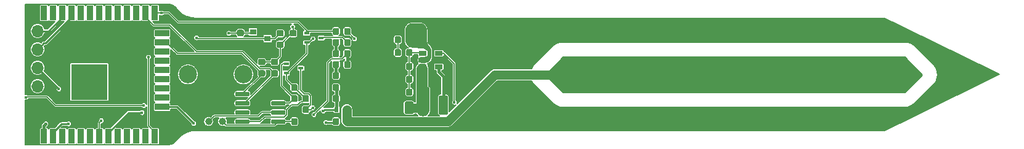
<source format=gbr>
G04 #@! TF.GenerationSoftware,KiCad,Pcbnew,(5.1.4)-1*
G04 #@! TF.CreationDate,2020-11-25T16:32:24+01:00*
G04 #@! TF.ProjectId,iot_plant_watering_sensor_esp32,696f745f-706c-4616-9e74-5f7761746572,rev?*
G04 #@! TF.SameCoordinates,Original*
G04 #@! TF.FileFunction,Copper,L1,Top*
G04 #@! TF.FilePolarity,Positive*
%FSLAX46Y46*%
G04 Gerber Fmt 4.6, Leading zero omitted, Abs format (unit mm)*
G04 Created by KiCad (PCBNEW (5.1.4)-1) date 2020-11-25 16:32:24*
%MOMM*%
%LPD*%
G04 APERTURE LIST*
%ADD10R,1.700000X1.700000*%
%ADD11O,1.700000X1.700000*%
%ADD12R,0.700000X0.450000*%
%ADD13C,2.500000*%
%ADD14C,0.100000*%
%ADD15C,0.875000*%
%ADD16C,1.250000*%
%ADD17R,1.060000X0.650000*%
%ADD18C,1.000000*%
%ADD19C,0.600000*%
%ADD20R,5.000000X5.000000*%
%ADD21R,0.900000X2.000000*%
%ADD22R,2.000000X0.900000*%
%ADD23R,0.900000X0.800000*%
%ADD24R,0.600000X0.700000*%
%ADD25C,0.450000*%
%ADD26C,0.381000*%
%ADD27C,0.254000*%
%ADD28C,0.127000*%
%ADD29C,1.270000*%
G04 APERTURE END LIST*
D10*
X86487000Y-109156500D03*
D11*
X86487000Y-106616500D03*
X86487000Y-104076500D03*
X86487000Y-101536500D03*
X86487000Y-98996500D03*
D12*
X123460000Y-99299000D03*
X123460000Y-100599000D03*
X125460000Y-99949000D03*
D13*
X107151400Y-105003600D03*
X114771400Y-105003600D03*
X132421400Y-105003600D03*
X124801400Y-105003600D03*
D14*
G36*
X129297691Y-104682053D02*
G01*
X129318926Y-104685203D01*
X129339750Y-104690419D01*
X129359962Y-104697651D01*
X129379368Y-104706830D01*
X129397781Y-104717866D01*
X129415024Y-104730654D01*
X129430930Y-104745070D01*
X129445346Y-104760976D01*
X129458134Y-104778219D01*
X129469170Y-104796632D01*
X129478349Y-104816038D01*
X129485581Y-104836250D01*
X129490797Y-104857074D01*
X129493947Y-104878309D01*
X129495000Y-104899750D01*
X129495000Y-105412250D01*
X129493947Y-105433691D01*
X129490797Y-105454926D01*
X129485581Y-105475750D01*
X129478349Y-105495962D01*
X129469170Y-105515368D01*
X129458134Y-105533781D01*
X129445346Y-105551024D01*
X129430930Y-105566930D01*
X129415024Y-105581346D01*
X129397781Y-105594134D01*
X129379368Y-105605170D01*
X129359962Y-105614349D01*
X129339750Y-105621581D01*
X129318926Y-105626797D01*
X129297691Y-105629947D01*
X129276250Y-105631000D01*
X128838750Y-105631000D01*
X128817309Y-105629947D01*
X128796074Y-105626797D01*
X128775250Y-105621581D01*
X128755038Y-105614349D01*
X128735632Y-105605170D01*
X128717219Y-105594134D01*
X128699976Y-105581346D01*
X128684070Y-105566930D01*
X128669654Y-105551024D01*
X128656866Y-105533781D01*
X128645830Y-105515368D01*
X128636651Y-105495962D01*
X128629419Y-105475750D01*
X128624203Y-105454926D01*
X128621053Y-105433691D01*
X128620000Y-105412250D01*
X128620000Y-104899750D01*
X128621053Y-104878309D01*
X128624203Y-104857074D01*
X128629419Y-104836250D01*
X128636651Y-104816038D01*
X128645830Y-104796632D01*
X128656866Y-104778219D01*
X128669654Y-104760976D01*
X128684070Y-104745070D01*
X128699976Y-104730654D01*
X128717219Y-104717866D01*
X128735632Y-104706830D01*
X128755038Y-104697651D01*
X128775250Y-104690419D01*
X128796074Y-104685203D01*
X128817309Y-104682053D01*
X128838750Y-104681000D01*
X129276250Y-104681000D01*
X129297691Y-104682053D01*
X129297691Y-104682053D01*
G37*
D15*
X129057500Y-105156000D03*
D14*
G36*
X127722691Y-104682053D02*
G01*
X127743926Y-104685203D01*
X127764750Y-104690419D01*
X127784962Y-104697651D01*
X127804368Y-104706830D01*
X127822781Y-104717866D01*
X127840024Y-104730654D01*
X127855930Y-104745070D01*
X127870346Y-104760976D01*
X127883134Y-104778219D01*
X127894170Y-104796632D01*
X127903349Y-104816038D01*
X127910581Y-104836250D01*
X127915797Y-104857074D01*
X127918947Y-104878309D01*
X127920000Y-104899750D01*
X127920000Y-105412250D01*
X127918947Y-105433691D01*
X127915797Y-105454926D01*
X127910581Y-105475750D01*
X127903349Y-105495962D01*
X127894170Y-105515368D01*
X127883134Y-105533781D01*
X127870346Y-105551024D01*
X127855930Y-105566930D01*
X127840024Y-105581346D01*
X127822781Y-105594134D01*
X127804368Y-105605170D01*
X127784962Y-105614349D01*
X127764750Y-105621581D01*
X127743926Y-105626797D01*
X127722691Y-105629947D01*
X127701250Y-105631000D01*
X127263750Y-105631000D01*
X127242309Y-105629947D01*
X127221074Y-105626797D01*
X127200250Y-105621581D01*
X127180038Y-105614349D01*
X127160632Y-105605170D01*
X127142219Y-105594134D01*
X127124976Y-105581346D01*
X127109070Y-105566930D01*
X127094654Y-105551024D01*
X127081866Y-105533781D01*
X127070830Y-105515368D01*
X127061651Y-105495962D01*
X127054419Y-105475750D01*
X127049203Y-105454926D01*
X127046053Y-105433691D01*
X127045000Y-105412250D01*
X127045000Y-104899750D01*
X127046053Y-104878309D01*
X127049203Y-104857074D01*
X127054419Y-104836250D01*
X127061651Y-104816038D01*
X127070830Y-104796632D01*
X127081866Y-104778219D01*
X127094654Y-104760976D01*
X127109070Y-104745070D01*
X127124976Y-104730654D01*
X127142219Y-104717866D01*
X127160632Y-104706830D01*
X127180038Y-104697651D01*
X127200250Y-104690419D01*
X127221074Y-104685203D01*
X127242309Y-104682053D01*
X127263750Y-104681000D01*
X127701250Y-104681000D01*
X127722691Y-104682053D01*
X127722691Y-104682053D01*
G37*
D15*
X127482500Y-105156000D03*
D14*
G36*
X127722691Y-103158053D02*
G01*
X127743926Y-103161203D01*
X127764750Y-103166419D01*
X127784962Y-103173651D01*
X127804368Y-103182830D01*
X127822781Y-103193866D01*
X127840024Y-103206654D01*
X127855930Y-103221070D01*
X127870346Y-103236976D01*
X127883134Y-103254219D01*
X127894170Y-103272632D01*
X127903349Y-103292038D01*
X127910581Y-103312250D01*
X127915797Y-103333074D01*
X127918947Y-103354309D01*
X127920000Y-103375750D01*
X127920000Y-103888250D01*
X127918947Y-103909691D01*
X127915797Y-103930926D01*
X127910581Y-103951750D01*
X127903349Y-103971962D01*
X127894170Y-103991368D01*
X127883134Y-104009781D01*
X127870346Y-104027024D01*
X127855930Y-104042930D01*
X127840024Y-104057346D01*
X127822781Y-104070134D01*
X127804368Y-104081170D01*
X127784962Y-104090349D01*
X127764750Y-104097581D01*
X127743926Y-104102797D01*
X127722691Y-104105947D01*
X127701250Y-104107000D01*
X127263750Y-104107000D01*
X127242309Y-104105947D01*
X127221074Y-104102797D01*
X127200250Y-104097581D01*
X127180038Y-104090349D01*
X127160632Y-104081170D01*
X127142219Y-104070134D01*
X127124976Y-104057346D01*
X127109070Y-104042930D01*
X127094654Y-104027024D01*
X127081866Y-104009781D01*
X127070830Y-103991368D01*
X127061651Y-103971962D01*
X127054419Y-103951750D01*
X127049203Y-103930926D01*
X127046053Y-103909691D01*
X127045000Y-103888250D01*
X127045000Y-103375750D01*
X127046053Y-103354309D01*
X127049203Y-103333074D01*
X127054419Y-103312250D01*
X127061651Y-103292038D01*
X127070830Y-103272632D01*
X127081866Y-103254219D01*
X127094654Y-103236976D01*
X127109070Y-103221070D01*
X127124976Y-103206654D01*
X127142219Y-103193866D01*
X127160632Y-103182830D01*
X127180038Y-103173651D01*
X127200250Y-103166419D01*
X127221074Y-103161203D01*
X127242309Y-103158053D01*
X127263750Y-103157000D01*
X127701250Y-103157000D01*
X127722691Y-103158053D01*
X127722691Y-103158053D01*
G37*
D15*
X127482500Y-103632000D03*
D14*
G36*
X129297691Y-103158053D02*
G01*
X129318926Y-103161203D01*
X129339750Y-103166419D01*
X129359962Y-103173651D01*
X129379368Y-103182830D01*
X129397781Y-103193866D01*
X129415024Y-103206654D01*
X129430930Y-103221070D01*
X129445346Y-103236976D01*
X129458134Y-103254219D01*
X129469170Y-103272632D01*
X129478349Y-103292038D01*
X129485581Y-103312250D01*
X129490797Y-103333074D01*
X129493947Y-103354309D01*
X129495000Y-103375750D01*
X129495000Y-103888250D01*
X129493947Y-103909691D01*
X129490797Y-103930926D01*
X129485581Y-103951750D01*
X129478349Y-103971962D01*
X129469170Y-103991368D01*
X129458134Y-104009781D01*
X129445346Y-104027024D01*
X129430930Y-104042930D01*
X129415024Y-104057346D01*
X129397781Y-104070134D01*
X129379368Y-104081170D01*
X129359962Y-104090349D01*
X129339750Y-104097581D01*
X129318926Y-104102797D01*
X129297691Y-104105947D01*
X129276250Y-104107000D01*
X128838750Y-104107000D01*
X128817309Y-104105947D01*
X128796074Y-104102797D01*
X128775250Y-104097581D01*
X128755038Y-104090349D01*
X128735632Y-104081170D01*
X128717219Y-104070134D01*
X128699976Y-104057346D01*
X128684070Y-104042930D01*
X128669654Y-104027024D01*
X128656866Y-104009781D01*
X128645830Y-103991368D01*
X128636651Y-103971962D01*
X128629419Y-103951750D01*
X128624203Y-103930926D01*
X128621053Y-103909691D01*
X128620000Y-103888250D01*
X128620000Y-103375750D01*
X128621053Y-103354309D01*
X128624203Y-103333074D01*
X128629419Y-103312250D01*
X128636651Y-103292038D01*
X128645830Y-103272632D01*
X128656866Y-103254219D01*
X128669654Y-103236976D01*
X128684070Y-103221070D01*
X128699976Y-103206654D01*
X128717219Y-103193866D01*
X128735632Y-103182830D01*
X128755038Y-103173651D01*
X128775250Y-103166419D01*
X128796074Y-103161203D01*
X128817309Y-103158053D01*
X128838750Y-103157000D01*
X129276250Y-103157000D01*
X129297691Y-103158053D01*
X129297691Y-103158053D01*
G37*
D15*
X129057500Y-103632000D03*
D14*
G36*
X129297691Y-101634053D02*
G01*
X129318926Y-101637203D01*
X129339750Y-101642419D01*
X129359962Y-101649651D01*
X129379368Y-101658830D01*
X129397781Y-101669866D01*
X129415024Y-101682654D01*
X129430930Y-101697070D01*
X129445346Y-101712976D01*
X129458134Y-101730219D01*
X129469170Y-101748632D01*
X129478349Y-101768038D01*
X129485581Y-101788250D01*
X129490797Y-101809074D01*
X129493947Y-101830309D01*
X129495000Y-101851750D01*
X129495000Y-102364250D01*
X129493947Y-102385691D01*
X129490797Y-102406926D01*
X129485581Y-102427750D01*
X129478349Y-102447962D01*
X129469170Y-102467368D01*
X129458134Y-102485781D01*
X129445346Y-102503024D01*
X129430930Y-102518930D01*
X129415024Y-102533346D01*
X129397781Y-102546134D01*
X129379368Y-102557170D01*
X129359962Y-102566349D01*
X129339750Y-102573581D01*
X129318926Y-102578797D01*
X129297691Y-102581947D01*
X129276250Y-102583000D01*
X128838750Y-102583000D01*
X128817309Y-102581947D01*
X128796074Y-102578797D01*
X128775250Y-102573581D01*
X128755038Y-102566349D01*
X128735632Y-102557170D01*
X128717219Y-102546134D01*
X128699976Y-102533346D01*
X128684070Y-102518930D01*
X128669654Y-102503024D01*
X128656866Y-102485781D01*
X128645830Y-102467368D01*
X128636651Y-102447962D01*
X128629419Y-102427750D01*
X128624203Y-102406926D01*
X128621053Y-102385691D01*
X128620000Y-102364250D01*
X128620000Y-101851750D01*
X128621053Y-101830309D01*
X128624203Y-101809074D01*
X128629419Y-101788250D01*
X128636651Y-101768038D01*
X128645830Y-101748632D01*
X128656866Y-101730219D01*
X128669654Y-101712976D01*
X128684070Y-101697070D01*
X128699976Y-101682654D01*
X128717219Y-101669866D01*
X128735632Y-101658830D01*
X128755038Y-101649651D01*
X128775250Y-101642419D01*
X128796074Y-101637203D01*
X128817309Y-101634053D01*
X128838750Y-101633000D01*
X129276250Y-101633000D01*
X129297691Y-101634053D01*
X129297691Y-101634053D01*
G37*
D15*
X129057500Y-102108000D03*
D14*
G36*
X127722691Y-101634053D02*
G01*
X127743926Y-101637203D01*
X127764750Y-101642419D01*
X127784962Y-101649651D01*
X127804368Y-101658830D01*
X127822781Y-101669866D01*
X127840024Y-101682654D01*
X127855930Y-101697070D01*
X127870346Y-101712976D01*
X127883134Y-101730219D01*
X127894170Y-101748632D01*
X127903349Y-101768038D01*
X127910581Y-101788250D01*
X127915797Y-101809074D01*
X127918947Y-101830309D01*
X127920000Y-101851750D01*
X127920000Y-102364250D01*
X127918947Y-102385691D01*
X127915797Y-102406926D01*
X127910581Y-102427750D01*
X127903349Y-102447962D01*
X127894170Y-102467368D01*
X127883134Y-102485781D01*
X127870346Y-102503024D01*
X127855930Y-102518930D01*
X127840024Y-102533346D01*
X127822781Y-102546134D01*
X127804368Y-102557170D01*
X127784962Y-102566349D01*
X127764750Y-102573581D01*
X127743926Y-102578797D01*
X127722691Y-102581947D01*
X127701250Y-102583000D01*
X127263750Y-102583000D01*
X127242309Y-102581947D01*
X127221074Y-102578797D01*
X127200250Y-102573581D01*
X127180038Y-102566349D01*
X127160632Y-102557170D01*
X127142219Y-102546134D01*
X127124976Y-102533346D01*
X127109070Y-102518930D01*
X127094654Y-102503024D01*
X127081866Y-102485781D01*
X127070830Y-102467368D01*
X127061651Y-102447962D01*
X127054419Y-102427750D01*
X127049203Y-102406926D01*
X127046053Y-102385691D01*
X127045000Y-102364250D01*
X127045000Y-101851750D01*
X127046053Y-101830309D01*
X127049203Y-101809074D01*
X127054419Y-101788250D01*
X127061651Y-101768038D01*
X127070830Y-101748632D01*
X127081866Y-101730219D01*
X127094654Y-101712976D01*
X127109070Y-101697070D01*
X127124976Y-101682654D01*
X127142219Y-101669866D01*
X127160632Y-101658830D01*
X127180038Y-101649651D01*
X127200250Y-101642419D01*
X127221074Y-101637203D01*
X127242309Y-101634053D01*
X127263750Y-101633000D01*
X127701250Y-101633000D01*
X127722691Y-101634053D01*
X127722691Y-101634053D01*
G37*
D15*
X127482500Y-102108000D03*
D14*
G36*
X127722691Y-100110053D02*
G01*
X127743926Y-100113203D01*
X127764750Y-100118419D01*
X127784962Y-100125651D01*
X127804368Y-100134830D01*
X127822781Y-100145866D01*
X127840024Y-100158654D01*
X127855930Y-100173070D01*
X127870346Y-100188976D01*
X127883134Y-100206219D01*
X127894170Y-100224632D01*
X127903349Y-100244038D01*
X127910581Y-100264250D01*
X127915797Y-100285074D01*
X127918947Y-100306309D01*
X127920000Y-100327750D01*
X127920000Y-100840250D01*
X127918947Y-100861691D01*
X127915797Y-100882926D01*
X127910581Y-100903750D01*
X127903349Y-100923962D01*
X127894170Y-100943368D01*
X127883134Y-100961781D01*
X127870346Y-100979024D01*
X127855930Y-100994930D01*
X127840024Y-101009346D01*
X127822781Y-101022134D01*
X127804368Y-101033170D01*
X127784962Y-101042349D01*
X127764750Y-101049581D01*
X127743926Y-101054797D01*
X127722691Y-101057947D01*
X127701250Y-101059000D01*
X127263750Y-101059000D01*
X127242309Y-101057947D01*
X127221074Y-101054797D01*
X127200250Y-101049581D01*
X127180038Y-101042349D01*
X127160632Y-101033170D01*
X127142219Y-101022134D01*
X127124976Y-101009346D01*
X127109070Y-100994930D01*
X127094654Y-100979024D01*
X127081866Y-100961781D01*
X127070830Y-100943368D01*
X127061651Y-100923962D01*
X127054419Y-100903750D01*
X127049203Y-100882926D01*
X127046053Y-100861691D01*
X127045000Y-100840250D01*
X127045000Y-100327750D01*
X127046053Y-100306309D01*
X127049203Y-100285074D01*
X127054419Y-100264250D01*
X127061651Y-100244038D01*
X127070830Y-100224632D01*
X127081866Y-100206219D01*
X127094654Y-100188976D01*
X127109070Y-100173070D01*
X127124976Y-100158654D01*
X127142219Y-100145866D01*
X127160632Y-100134830D01*
X127180038Y-100125651D01*
X127200250Y-100118419D01*
X127221074Y-100113203D01*
X127242309Y-100110053D01*
X127263750Y-100109000D01*
X127701250Y-100109000D01*
X127722691Y-100110053D01*
X127722691Y-100110053D01*
G37*
D15*
X127482500Y-100584000D03*
D14*
G36*
X129297691Y-100110053D02*
G01*
X129318926Y-100113203D01*
X129339750Y-100118419D01*
X129359962Y-100125651D01*
X129379368Y-100134830D01*
X129397781Y-100145866D01*
X129415024Y-100158654D01*
X129430930Y-100173070D01*
X129445346Y-100188976D01*
X129458134Y-100206219D01*
X129469170Y-100224632D01*
X129478349Y-100244038D01*
X129485581Y-100264250D01*
X129490797Y-100285074D01*
X129493947Y-100306309D01*
X129495000Y-100327750D01*
X129495000Y-100840250D01*
X129493947Y-100861691D01*
X129490797Y-100882926D01*
X129485581Y-100903750D01*
X129478349Y-100923962D01*
X129469170Y-100943368D01*
X129458134Y-100961781D01*
X129445346Y-100979024D01*
X129430930Y-100994930D01*
X129415024Y-101009346D01*
X129397781Y-101022134D01*
X129379368Y-101033170D01*
X129359962Y-101042349D01*
X129339750Y-101049581D01*
X129318926Y-101054797D01*
X129297691Y-101057947D01*
X129276250Y-101059000D01*
X128838750Y-101059000D01*
X128817309Y-101057947D01*
X128796074Y-101054797D01*
X128775250Y-101049581D01*
X128755038Y-101042349D01*
X128735632Y-101033170D01*
X128717219Y-101022134D01*
X128699976Y-101009346D01*
X128684070Y-100994930D01*
X128669654Y-100979024D01*
X128656866Y-100961781D01*
X128645830Y-100943368D01*
X128636651Y-100923962D01*
X128629419Y-100903750D01*
X128624203Y-100882926D01*
X128621053Y-100861691D01*
X128620000Y-100840250D01*
X128620000Y-100327750D01*
X128621053Y-100306309D01*
X128624203Y-100285074D01*
X128629419Y-100264250D01*
X128636651Y-100244038D01*
X128645830Y-100224632D01*
X128656866Y-100206219D01*
X128669654Y-100188976D01*
X128684070Y-100173070D01*
X128699976Y-100158654D01*
X128717219Y-100145866D01*
X128735632Y-100134830D01*
X128755038Y-100125651D01*
X128775250Y-100118419D01*
X128796074Y-100113203D01*
X128817309Y-100110053D01*
X128838750Y-100109000D01*
X129276250Y-100109000D01*
X129297691Y-100110053D01*
X129297691Y-100110053D01*
G37*
D15*
X129057500Y-100584000D03*
D14*
G36*
X136231691Y-106968053D02*
G01*
X136252926Y-106971203D01*
X136273750Y-106976419D01*
X136293962Y-106983651D01*
X136313368Y-106992830D01*
X136331781Y-107003866D01*
X136349024Y-107016654D01*
X136364930Y-107031070D01*
X136379346Y-107046976D01*
X136392134Y-107064219D01*
X136403170Y-107082632D01*
X136412349Y-107102038D01*
X136419581Y-107122250D01*
X136424797Y-107143074D01*
X136427947Y-107164309D01*
X136429000Y-107185750D01*
X136429000Y-107698250D01*
X136427947Y-107719691D01*
X136424797Y-107740926D01*
X136419581Y-107761750D01*
X136412349Y-107781962D01*
X136403170Y-107801368D01*
X136392134Y-107819781D01*
X136379346Y-107837024D01*
X136364930Y-107852930D01*
X136349024Y-107867346D01*
X136331781Y-107880134D01*
X136313368Y-107891170D01*
X136293962Y-107900349D01*
X136273750Y-107907581D01*
X136252926Y-107912797D01*
X136231691Y-107915947D01*
X136210250Y-107917000D01*
X135772750Y-107917000D01*
X135751309Y-107915947D01*
X135730074Y-107912797D01*
X135709250Y-107907581D01*
X135689038Y-107900349D01*
X135669632Y-107891170D01*
X135651219Y-107880134D01*
X135633976Y-107867346D01*
X135618070Y-107852930D01*
X135603654Y-107837024D01*
X135590866Y-107819781D01*
X135579830Y-107801368D01*
X135570651Y-107781962D01*
X135563419Y-107761750D01*
X135558203Y-107740926D01*
X135555053Y-107719691D01*
X135554000Y-107698250D01*
X135554000Y-107185750D01*
X135555053Y-107164309D01*
X135558203Y-107143074D01*
X135563419Y-107122250D01*
X135570651Y-107102038D01*
X135579830Y-107082632D01*
X135590866Y-107064219D01*
X135603654Y-107046976D01*
X135618070Y-107031070D01*
X135633976Y-107016654D01*
X135651219Y-107003866D01*
X135669632Y-106992830D01*
X135689038Y-106983651D01*
X135709250Y-106976419D01*
X135730074Y-106971203D01*
X135751309Y-106968053D01*
X135772750Y-106967000D01*
X136210250Y-106967000D01*
X136231691Y-106968053D01*
X136231691Y-106968053D01*
G37*
D15*
X135991500Y-107442000D03*
D14*
G36*
X137806691Y-106968053D02*
G01*
X137827926Y-106971203D01*
X137848750Y-106976419D01*
X137868962Y-106983651D01*
X137888368Y-106992830D01*
X137906781Y-107003866D01*
X137924024Y-107016654D01*
X137939930Y-107031070D01*
X137954346Y-107046976D01*
X137967134Y-107064219D01*
X137978170Y-107082632D01*
X137987349Y-107102038D01*
X137994581Y-107122250D01*
X137999797Y-107143074D01*
X138002947Y-107164309D01*
X138004000Y-107185750D01*
X138004000Y-107698250D01*
X138002947Y-107719691D01*
X137999797Y-107740926D01*
X137994581Y-107761750D01*
X137987349Y-107781962D01*
X137978170Y-107801368D01*
X137967134Y-107819781D01*
X137954346Y-107837024D01*
X137939930Y-107852930D01*
X137924024Y-107867346D01*
X137906781Y-107880134D01*
X137888368Y-107891170D01*
X137868962Y-107900349D01*
X137848750Y-107907581D01*
X137827926Y-107912797D01*
X137806691Y-107915947D01*
X137785250Y-107917000D01*
X137347750Y-107917000D01*
X137326309Y-107915947D01*
X137305074Y-107912797D01*
X137284250Y-107907581D01*
X137264038Y-107900349D01*
X137244632Y-107891170D01*
X137226219Y-107880134D01*
X137208976Y-107867346D01*
X137193070Y-107852930D01*
X137178654Y-107837024D01*
X137165866Y-107819781D01*
X137154830Y-107801368D01*
X137145651Y-107781962D01*
X137138419Y-107761750D01*
X137133203Y-107740926D01*
X137130053Y-107719691D01*
X137129000Y-107698250D01*
X137129000Y-107185750D01*
X137130053Y-107164309D01*
X137133203Y-107143074D01*
X137138419Y-107122250D01*
X137145651Y-107102038D01*
X137154830Y-107082632D01*
X137165866Y-107064219D01*
X137178654Y-107046976D01*
X137193070Y-107031070D01*
X137208976Y-107016654D01*
X137226219Y-107003866D01*
X137244632Y-106992830D01*
X137264038Y-106983651D01*
X137284250Y-106976419D01*
X137305074Y-106971203D01*
X137326309Y-106968053D01*
X137347750Y-106967000D01*
X137785250Y-106967000D01*
X137806691Y-106968053D01*
X137806691Y-106968053D01*
G37*
D15*
X137566500Y-107442000D03*
D14*
G36*
X136231691Y-105190053D02*
G01*
X136252926Y-105193203D01*
X136273750Y-105198419D01*
X136293962Y-105205651D01*
X136313368Y-105214830D01*
X136331781Y-105225866D01*
X136349024Y-105238654D01*
X136364930Y-105253070D01*
X136379346Y-105268976D01*
X136392134Y-105286219D01*
X136403170Y-105304632D01*
X136412349Y-105324038D01*
X136419581Y-105344250D01*
X136424797Y-105365074D01*
X136427947Y-105386309D01*
X136429000Y-105407750D01*
X136429000Y-105920250D01*
X136427947Y-105941691D01*
X136424797Y-105962926D01*
X136419581Y-105983750D01*
X136412349Y-106003962D01*
X136403170Y-106023368D01*
X136392134Y-106041781D01*
X136379346Y-106059024D01*
X136364930Y-106074930D01*
X136349024Y-106089346D01*
X136331781Y-106102134D01*
X136313368Y-106113170D01*
X136293962Y-106122349D01*
X136273750Y-106129581D01*
X136252926Y-106134797D01*
X136231691Y-106137947D01*
X136210250Y-106139000D01*
X135772750Y-106139000D01*
X135751309Y-106137947D01*
X135730074Y-106134797D01*
X135709250Y-106129581D01*
X135689038Y-106122349D01*
X135669632Y-106113170D01*
X135651219Y-106102134D01*
X135633976Y-106089346D01*
X135618070Y-106074930D01*
X135603654Y-106059024D01*
X135590866Y-106041781D01*
X135579830Y-106023368D01*
X135570651Y-106003962D01*
X135563419Y-105983750D01*
X135558203Y-105962926D01*
X135555053Y-105941691D01*
X135554000Y-105920250D01*
X135554000Y-105407750D01*
X135555053Y-105386309D01*
X135558203Y-105365074D01*
X135563419Y-105344250D01*
X135570651Y-105324038D01*
X135579830Y-105304632D01*
X135590866Y-105286219D01*
X135603654Y-105268976D01*
X135618070Y-105253070D01*
X135633976Y-105238654D01*
X135651219Y-105225866D01*
X135669632Y-105214830D01*
X135689038Y-105205651D01*
X135709250Y-105198419D01*
X135730074Y-105193203D01*
X135751309Y-105190053D01*
X135772750Y-105189000D01*
X136210250Y-105189000D01*
X136231691Y-105190053D01*
X136231691Y-105190053D01*
G37*
D15*
X135991500Y-105664000D03*
D14*
G36*
X137806691Y-105190053D02*
G01*
X137827926Y-105193203D01*
X137848750Y-105198419D01*
X137868962Y-105205651D01*
X137888368Y-105214830D01*
X137906781Y-105225866D01*
X137924024Y-105238654D01*
X137939930Y-105253070D01*
X137954346Y-105268976D01*
X137967134Y-105286219D01*
X137978170Y-105304632D01*
X137987349Y-105324038D01*
X137994581Y-105344250D01*
X137999797Y-105365074D01*
X138002947Y-105386309D01*
X138004000Y-105407750D01*
X138004000Y-105920250D01*
X138002947Y-105941691D01*
X137999797Y-105962926D01*
X137994581Y-105983750D01*
X137987349Y-106003962D01*
X137978170Y-106023368D01*
X137967134Y-106041781D01*
X137954346Y-106059024D01*
X137939930Y-106074930D01*
X137924024Y-106089346D01*
X137906781Y-106102134D01*
X137888368Y-106113170D01*
X137868962Y-106122349D01*
X137848750Y-106129581D01*
X137827926Y-106134797D01*
X137806691Y-106137947D01*
X137785250Y-106139000D01*
X137347750Y-106139000D01*
X137326309Y-106137947D01*
X137305074Y-106134797D01*
X137284250Y-106129581D01*
X137264038Y-106122349D01*
X137244632Y-106113170D01*
X137226219Y-106102134D01*
X137208976Y-106089346D01*
X137193070Y-106074930D01*
X137178654Y-106059024D01*
X137165866Y-106041781D01*
X137154830Y-106023368D01*
X137145651Y-106003962D01*
X137138419Y-105983750D01*
X137133203Y-105962926D01*
X137130053Y-105941691D01*
X137129000Y-105920250D01*
X137129000Y-105407750D01*
X137130053Y-105386309D01*
X137133203Y-105365074D01*
X137138419Y-105344250D01*
X137145651Y-105324038D01*
X137154830Y-105304632D01*
X137165866Y-105286219D01*
X137178654Y-105268976D01*
X137193070Y-105253070D01*
X137208976Y-105238654D01*
X137226219Y-105225866D01*
X137244632Y-105214830D01*
X137264038Y-105205651D01*
X137284250Y-105198419D01*
X137305074Y-105193203D01*
X137326309Y-105190053D01*
X137347750Y-105189000D01*
X137785250Y-105189000D01*
X137806691Y-105190053D01*
X137806691Y-105190053D01*
G37*
D15*
X137566500Y-105664000D03*
D14*
G36*
X136231691Y-99729053D02*
G01*
X136252926Y-99732203D01*
X136273750Y-99737419D01*
X136293962Y-99744651D01*
X136313368Y-99753830D01*
X136331781Y-99764866D01*
X136349024Y-99777654D01*
X136364930Y-99792070D01*
X136379346Y-99807976D01*
X136392134Y-99825219D01*
X136403170Y-99843632D01*
X136412349Y-99863038D01*
X136419581Y-99883250D01*
X136424797Y-99904074D01*
X136427947Y-99925309D01*
X136429000Y-99946750D01*
X136429000Y-100459250D01*
X136427947Y-100480691D01*
X136424797Y-100501926D01*
X136419581Y-100522750D01*
X136412349Y-100542962D01*
X136403170Y-100562368D01*
X136392134Y-100580781D01*
X136379346Y-100598024D01*
X136364930Y-100613930D01*
X136349024Y-100628346D01*
X136331781Y-100641134D01*
X136313368Y-100652170D01*
X136293962Y-100661349D01*
X136273750Y-100668581D01*
X136252926Y-100673797D01*
X136231691Y-100676947D01*
X136210250Y-100678000D01*
X135772750Y-100678000D01*
X135751309Y-100676947D01*
X135730074Y-100673797D01*
X135709250Y-100668581D01*
X135689038Y-100661349D01*
X135669632Y-100652170D01*
X135651219Y-100641134D01*
X135633976Y-100628346D01*
X135618070Y-100613930D01*
X135603654Y-100598024D01*
X135590866Y-100580781D01*
X135579830Y-100562368D01*
X135570651Y-100542962D01*
X135563419Y-100522750D01*
X135558203Y-100501926D01*
X135555053Y-100480691D01*
X135554000Y-100459250D01*
X135554000Y-99946750D01*
X135555053Y-99925309D01*
X135558203Y-99904074D01*
X135563419Y-99883250D01*
X135570651Y-99863038D01*
X135579830Y-99843632D01*
X135590866Y-99825219D01*
X135603654Y-99807976D01*
X135618070Y-99792070D01*
X135633976Y-99777654D01*
X135651219Y-99764866D01*
X135669632Y-99753830D01*
X135689038Y-99744651D01*
X135709250Y-99737419D01*
X135730074Y-99732203D01*
X135751309Y-99729053D01*
X135772750Y-99728000D01*
X136210250Y-99728000D01*
X136231691Y-99729053D01*
X136231691Y-99729053D01*
G37*
D15*
X135991500Y-100203000D03*
D14*
G36*
X137806691Y-99729053D02*
G01*
X137827926Y-99732203D01*
X137848750Y-99737419D01*
X137868962Y-99744651D01*
X137888368Y-99753830D01*
X137906781Y-99764866D01*
X137924024Y-99777654D01*
X137939930Y-99792070D01*
X137954346Y-99807976D01*
X137967134Y-99825219D01*
X137978170Y-99843632D01*
X137987349Y-99863038D01*
X137994581Y-99883250D01*
X137999797Y-99904074D01*
X138002947Y-99925309D01*
X138004000Y-99946750D01*
X138004000Y-100459250D01*
X138002947Y-100480691D01*
X137999797Y-100501926D01*
X137994581Y-100522750D01*
X137987349Y-100542962D01*
X137978170Y-100562368D01*
X137967134Y-100580781D01*
X137954346Y-100598024D01*
X137939930Y-100613930D01*
X137924024Y-100628346D01*
X137906781Y-100641134D01*
X137888368Y-100652170D01*
X137868962Y-100661349D01*
X137848750Y-100668581D01*
X137827926Y-100673797D01*
X137806691Y-100676947D01*
X137785250Y-100678000D01*
X137347750Y-100678000D01*
X137326309Y-100676947D01*
X137305074Y-100673797D01*
X137284250Y-100668581D01*
X137264038Y-100661349D01*
X137244632Y-100652170D01*
X137226219Y-100641134D01*
X137208976Y-100628346D01*
X137193070Y-100613930D01*
X137178654Y-100598024D01*
X137165866Y-100580781D01*
X137154830Y-100562368D01*
X137145651Y-100542962D01*
X137138419Y-100522750D01*
X137133203Y-100501926D01*
X137130053Y-100480691D01*
X137129000Y-100459250D01*
X137129000Y-99946750D01*
X137130053Y-99925309D01*
X137133203Y-99904074D01*
X137138419Y-99883250D01*
X137145651Y-99863038D01*
X137154830Y-99843632D01*
X137165866Y-99825219D01*
X137178654Y-99807976D01*
X137193070Y-99792070D01*
X137208976Y-99777654D01*
X137226219Y-99764866D01*
X137244632Y-99753830D01*
X137264038Y-99744651D01*
X137284250Y-99737419D01*
X137305074Y-99732203D01*
X137326309Y-99729053D01*
X137347750Y-99728000D01*
X137785250Y-99728000D01*
X137806691Y-99729053D01*
X137806691Y-99729053D01*
G37*
D15*
X137566500Y-100203000D03*
D14*
G36*
X142642504Y-107896204D02*
G01*
X142666773Y-107899804D01*
X142690571Y-107905765D01*
X142713671Y-107914030D01*
X142735849Y-107924520D01*
X142756893Y-107937133D01*
X142776598Y-107951747D01*
X142794777Y-107968223D01*
X142811253Y-107986402D01*
X142825867Y-108006107D01*
X142838480Y-108027151D01*
X142848970Y-108049329D01*
X142857235Y-108072429D01*
X142863196Y-108096227D01*
X142866796Y-108120496D01*
X142868000Y-108145000D01*
X142868000Y-110295000D01*
X142866796Y-110319504D01*
X142863196Y-110343773D01*
X142857235Y-110367571D01*
X142848970Y-110390671D01*
X142838480Y-110412849D01*
X142825867Y-110433893D01*
X142811253Y-110453598D01*
X142794777Y-110471777D01*
X142776598Y-110488253D01*
X142756893Y-110502867D01*
X142735849Y-110515480D01*
X142713671Y-110525970D01*
X142690571Y-110534235D01*
X142666773Y-110540196D01*
X142642504Y-110543796D01*
X142618000Y-110545000D01*
X141868000Y-110545000D01*
X141843496Y-110543796D01*
X141819227Y-110540196D01*
X141795429Y-110534235D01*
X141772329Y-110525970D01*
X141750151Y-110515480D01*
X141729107Y-110502867D01*
X141709402Y-110488253D01*
X141691223Y-110471777D01*
X141674747Y-110453598D01*
X141660133Y-110433893D01*
X141647520Y-110412849D01*
X141637030Y-110390671D01*
X141628765Y-110367571D01*
X141622804Y-110343773D01*
X141619204Y-110319504D01*
X141618000Y-110295000D01*
X141618000Y-108145000D01*
X141619204Y-108120496D01*
X141622804Y-108096227D01*
X141628765Y-108072429D01*
X141637030Y-108049329D01*
X141647520Y-108027151D01*
X141660133Y-108006107D01*
X141674747Y-107986402D01*
X141691223Y-107968223D01*
X141709402Y-107951747D01*
X141729107Y-107937133D01*
X141750151Y-107924520D01*
X141772329Y-107914030D01*
X141795429Y-107905765D01*
X141819227Y-107899804D01*
X141843496Y-107896204D01*
X141868000Y-107895000D01*
X142618000Y-107895000D01*
X142642504Y-107896204D01*
X142642504Y-107896204D01*
G37*
D16*
X142243000Y-109220000D03*
D14*
G36*
X139842504Y-107896204D02*
G01*
X139866773Y-107899804D01*
X139890571Y-107905765D01*
X139913671Y-107914030D01*
X139935849Y-107924520D01*
X139956893Y-107937133D01*
X139976598Y-107951747D01*
X139994777Y-107968223D01*
X140011253Y-107986402D01*
X140025867Y-108006107D01*
X140038480Y-108027151D01*
X140048970Y-108049329D01*
X140057235Y-108072429D01*
X140063196Y-108096227D01*
X140066796Y-108120496D01*
X140068000Y-108145000D01*
X140068000Y-110295000D01*
X140066796Y-110319504D01*
X140063196Y-110343773D01*
X140057235Y-110367571D01*
X140048970Y-110390671D01*
X140038480Y-110412849D01*
X140025867Y-110433893D01*
X140011253Y-110453598D01*
X139994777Y-110471777D01*
X139976598Y-110488253D01*
X139956893Y-110502867D01*
X139935849Y-110515480D01*
X139913671Y-110525970D01*
X139890571Y-110534235D01*
X139866773Y-110540196D01*
X139842504Y-110543796D01*
X139818000Y-110545000D01*
X139068000Y-110545000D01*
X139043496Y-110543796D01*
X139019227Y-110540196D01*
X138995429Y-110534235D01*
X138972329Y-110525970D01*
X138950151Y-110515480D01*
X138929107Y-110502867D01*
X138909402Y-110488253D01*
X138891223Y-110471777D01*
X138874747Y-110453598D01*
X138860133Y-110433893D01*
X138847520Y-110412849D01*
X138837030Y-110390671D01*
X138828765Y-110367571D01*
X138822804Y-110343773D01*
X138819204Y-110319504D01*
X138818000Y-110295000D01*
X138818000Y-108145000D01*
X138819204Y-108120496D01*
X138822804Y-108096227D01*
X138828765Y-108072429D01*
X138837030Y-108049329D01*
X138847520Y-108027151D01*
X138860133Y-108006107D01*
X138874747Y-107986402D01*
X138891223Y-107968223D01*
X138909402Y-107951747D01*
X138929107Y-107937133D01*
X138950151Y-107924520D01*
X138972329Y-107914030D01*
X138995429Y-107905765D01*
X139019227Y-107899804D01*
X139043496Y-107896204D01*
X139068000Y-107895000D01*
X139818000Y-107895000D01*
X139842504Y-107896204D01*
X139842504Y-107896204D01*
G37*
D16*
X139443000Y-109220000D03*
D17*
X139414200Y-103008800D03*
X139414200Y-103958800D03*
X139414200Y-102058800D03*
X141614200Y-102058800D03*
X141614200Y-103008800D03*
X141614200Y-103958800D03*
D14*
G36*
X136231691Y-103412053D02*
G01*
X136252926Y-103415203D01*
X136273750Y-103420419D01*
X136293962Y-103427651D01*
X136313368Y-103436830D01*
X136331781Y-103447866D01*
X136349024Y-103460654D01*
X136364930Y-103475070D01*
X136379346Y-103490976D01*
X136392134Y-103508219D01*
X136403170Y-103526632D01*
X136412349Y-103546038D01*
X136419581Y-103566250D01*
X136424797Y-103587074D01*
X136427947Y-103608309D01*
X136429000Y-103629750D01*
X136429000Y-104142250D01*
X136427947Y-104163691D01*
X136424797Y-104184926D01*
X136419581Y-104205750D01*
X136412349Y-104225962D01*
X136403170Y-104245368D01*
X136392134Y-104263781D01*
X136379346Y-104281024D01*
X136364930Y-104296930D01*
X136349024Y-104311346D01*
X136331781Y-104324134D01*
X136313368Y-104335170D01*
X136293962Y-104344349D01*
X136273750Y-104351581D01*
X136252926Y-104356797D01*
X136231691Y-104359947D01*
X136210250Y-104361000D01*
X135772750Y-104361000D01*
X135751309Y-104359947D01*
X135730074Y-104356797D01*
X135709250Y-104351581D01*
X135689038Y-104344349D01*
X135669632Y-104335170D01*
X135651219Y-104324134D01*
X135633976Y-104311346D01*
X135618070Y-104296930D01*
X135603654Y-104281024D01*
X135590866Y-104263781D01*
X135579830Y-104245368D01*
X135570651Y-104225962D01*
X135563419Y-104205750D01*
X135558203Y-104184926D01*
X135555053Y-104163691D01*
X135554000Y-104142250D01*
X135554000Y-103629750D01*
X135555053Y-103608309D01*
X135558203Y-103587074D01*
X135563419Y-103566250D01*
X135570651Y-103546038D01*
X135579830Y-103526632D01*
X135590866Y-103508219D01*
X135603654Y-103490976D01*
X135618070Y-103475070D01*
X135633976Y-103460654D01*
X135651219Y-103447866D01*
X135669632Y-103436830D01*
X135689038Y-103427651D01*
X135709250Y-103420419D01*
X135730074Y-103415203D01*
X135751309Y-103412053D01*
X135772750Y-103411000D01*
X136210250Y-103411000D01*
X136231691Y-103412053D01*
X136231691Y-103412053D01*
G37*
D15*
X135991500Y-103886000D03*
D14*
G36*
X137806691Y-103412053D02*
G01*
X137827926Y-103415203D01*
X137848750Y-103420419D01*
X137868962Y-103427651D01*
X137888368Y-103436830D01*
X137906781Y-103447866D01*
X137924024Y-103460654D01*
X137939930Y-103475070D01*
X137954346Y-103490976D01*
X137967134Y-103508219D01*
X137978170Y-103526632D01*
X137987349Y-103546038D01*
X137994581Y-103566250D01*
X137999797Y-103587074D01*
X138002947Y-103608309D01*
X138004000Y-103629750D01*
X138004000Y-104142250D01*
X138002947Y-104163691D01*
X137999797Y-104184926D01*
X137994581Y-104205750D01*
X137987349Y-104225962D01*
X137978170Y-104245368D01*
X137967134Y-104263781D01*
X137954346Y-104281024D01*
X137939930Y-104296930D01*
X137924024Y-104311346D01*
X137906781Y-104324134D01*
X137888368Y-104335170D01*
X137868962Y-104344349D01*
X137848750Y-104351581D01*
X137827926Y-104356797D01*
X137806691Y-104359947D01*
X137785250Y-104361000D01*
X137347750Y-104361000D01*
X137326309Y-104359947D01*
X137305074Y-104356797D01*
X137284250Y-104351581D01*
X137264038Y-104344349D01*
X137244632Y-104335170D01*
X137226219Y-104324134D01*
X137208976Y-104311346D01*
X137193070Y-104296930D01*
X137178654Y-104281024D01*
X137165866Y-104263781D01*
X137154830Y-104245368D01*
X137145651Y-104225962D01*
X137138419Y-104205750D01*
X137133203Y-104184926D01*
X137130053Y-104163691D01*
X137129000Y-104142250D01*
X137129000Y-103629750D01*
X137130053Y-103608309D01*
X137133203Y-103587074D01*
X137138419Y-103566250D01*
X137145651Y-103546038D01*
X137154830Y-103526632D01*
X137165866Y-103508219D01*
X137178654Y-103490976D01*
X137193070Y-103475070D01*
X137208976Y-103460654D01*
X137226219Y-103447866D01*
X137244632Y-103436830D01*
X137264038Y-103427651D01*
X137284250Y-103420419D01*
X137305074Y-103415203D01*
X137326309Y-103412053D01*
X137347750Y-103411000D01*
X137785250Y-103411000D01*
X137806691Y-103412053D01*
X137806691Y-103412053D01*
G37*
D15*
X137566500Y-103886000D03*
D14*
G36*
X137806691Y-101507053D02*
G01*
X137827926Y-101510203D01*
X137848750Y-101515419D01*
X137868962Y-101522651D01*
X137888368Y-101531830D01*
X137906781Y-101542866D01*
X137924024Y-101555654D01*
X137939930Y-101570070D01*
X137954346Y-101585976D01*
X137967134Y-101603219D01*
X137978170Y-101621632D01*
X137987349Y-101641038D01*
X137994581Y-101661250D01*
X137999797Y-101682074D01*
X138002947Y-101703309D01*
X138004000Y-101724750D01*
X138004000Y-102237250D01*
X138002947Y-102258691D01*
X137999797Y-102279926D01*
X137994581Y-102300750D01*
X137987349Y-102320962D01*
X137978170Y-102340368D01*
X137967134Y-102358781D01*
X137954346Y-102376024D01*
X137939930Y-102391930D01*
X137924024Y-102406346D01*
X137906781Y-102419134D01*
X137888368Y-102430170D01*
X137868962Y-102439349D01*
X137848750Y-102446581D01*
X137827926Y-102451797D01*
X137806691Y-102454947D01*
X137785250Y-102456000D01*
X137347750Y-102456000D01*
X137326309Y-102454947D01*
X137305074Y-102451797D01*
X137284250Y-102446581D01*
X137264038Y-102439349D01*
X137244632Y-102430170D01*
X137226219Y-102419134D01*
X137208976Y-102406346D01*
X137193070Y-102391930D01*
X137178654Y-102376024D01*
X137165866Y-102358781D01*
X137154830Y-102340368D01*
X137145651Y-102320962D01*
X137138419Y-102300750D01*
X137133203Y-102279926D01*
X137130053Y-102258691D01*
X137129000Y-102237250D01*
X137129000Y-101724750D01*
X137130053Y-101703309D01*
X137133203Y-101682074D01*
X137138419Y-101661250D01*
X137145651Y-101641038D01*
X137154830Y-101621632D01*
X137165866Y-101603219D01*
X137178654Y-101585976D01*
X137193070Y-101570070D01*
X137208976Y-101555654D01*
X137226219Y-101542866D01*
X137244632Y-101531830D01*
X137264038Y-101522651D01*
X137284250Y-101515419D01*
X137305074Y-101510203D01*
X137326309Y-101507053D01*
X137347750Y-101506000D01*
X137785250Y-101506000D01*
X137806691Y-101507053D01*
X137806691Y-101507053D01*
G37*
D15*
X137566500Y-101981000D03*
D14*
G36*
X136231691Y-101507053D02*
G01*
X136252926Y-101510203D01*
X136273750Y-101515419D01*
X136293962Y-101522651D01*
X136313368Y-101531830D01*
X136331781Y-101542866D01*
X136349024Y-101555654D01*
X136364930Y-101570070D01*
X136379346Y-101585976D01*
X136392134Y-101603219D01*
X136403170Y-101621632D01*
X136412349Y-101641038D01*
X136419581Y-101661250D01*
X136424797Y-101682074D01*
X136427947Y-101703309D01*
X136429000Y-101724750D01*
X136429000Y-102237250D01*
X136427947Y-102258691D01*
X136424797Y-102279926D01*
X136419581Y-102300750D01*
X136412349Y-102320962D01*
X136403170Y-102340368D01*
X136392134Y-102358781D01*
X136379346Y-102376024D01*
X136364930Y-102391930D01*
X136349024Y-102406346D01*
X136331781Y-102419134D01*
X136313368Y-102430170D01*
X136293962Y-102439349D01*
X136273750Y-102446581D01*
X136252926Y-102451797D01*
X136231691Y-102454947D01*
X136210250Y-102456000D01*
X135772750Y-102456000D01*
X135751309Y-102454947D01*
X135730074Y-102451797D01*
X135709250Y-102446581D01*
X135689038Y-102439349D01*
X135669632Y-102430170D01*
X135651219Y-102419134D01*
X135633976Y-102406346D01*
X135618070Y-102391930D01*
X135603654Y-102376024D01*
X135590866Y-102358781D01*
X135579830Y-102340368D01*
X135570651Y-102320962D01*
X135563419Y-102300750D01*
X135558203Y-102279926D01*
X135555053Y-102258691D01*
X135554000Y-102237250D01*
X135554000Y-101724750D01*
X135555053Y-101703309D01*
X135558203Y-101682074D01*
X135563419Y-101661250D01*
X135570651Y-101641038D01*
X135579830Y-101621632D01*
X135590866Y-101603219D01*
X135603654Y-101585976D01*
X135618070Y-101570070D01*
X135633976Y-101555654D01*
X135651219Y-101542866D01*
X135669632Y-101531830D01*
X135689038Y-101522651D01*
X135709250Y-101515419D01*
X135730074Y-101510203D01*
X135751309Y-101507053D01*
X135772750Y-101506000D01*
X136210250Y-101506000D01*
X136231691Y-101507053D01*
X136231691Y-101507053D01*
G37*
D15*
X135991500Y-101981000D03*
D14*
G36*
X141108691Y-99729053D02*
G01*
X141129926Y-99732203D01*
X141150750Y-99737419D01*
X141170962Y-99744651D01*
X141190368Y-99753830D01*
X141208781Y-99764866D01*
X141226024Y-99777654D01*
X141241930Y-99792070D01*
X141256346Y-99807976D01*
X141269134Y-99825219D01*
X141280170Y-99843632D01*
X141289349Y-99863038D01*
X141296581Y-99883250D01*
X141301797Y-99904074D01*
X141304947Y-99925309D01*
X141306000Y-99946750D01*
X141306000Y-100459250D01*
X141304947Y-100480691D01*
X141301797Y-100501926D01*
X141296581Y-100522750D01*
X141289349Y-100542962D01*
X141280170Y-100562368D01*
X141269134Y-100580781D01*
X141256346Y-100598024D01*
X141241930Y-100613930D01*
X141226024Y-100628346D01*
X141208781Y-100641134D01*
X141190368Y-100652170D01*
X141170962Y-100661349D01*
X141150750Y-100668581D01*
X141129926Y-100673797D01*
X141108691Y-100676947D01*
X141087250Y-100678000D01*
X140649750Y-100678000D01*
X140628309Y-100676947D01*
X140607074Y-100673797D01*
X140586250Y-100668581D01*
X140566038Y-100661349D01*
X140546632Y-100652170D01*
X140528219Y-100641134D01*
X140510976Y-100628346D01*
X140495070Y-100613930D01*
X140480654Y-100598024D01*
X140467866Y-100580781D01*
X140456830Y-100562368D01*
X140447651Y-100542962D01*
X140440419Y-100522750D01*
X140435203Y-100501926D01*
X140432053Y-100480691D01*
X140431000Y-100459250D01*
X140431000Y-99946750D01*
X140432053Y-99925309D01*
X140435203Y-99904074D01*
X140440419Y-99883250D01*
X140447651Y-99863038D01*
X140456830Y-99843632D01*
X140467866Y-99825219D01*
X140480654Y-99807976D01*
X140495070Y-99792070D01*
X140510976Y-99777654D01*
X140528219Y-99764866D01*
X140546632Y-99753830D01*
X140566038Y-99744651D01*
X140586250Y-99737419D01*
X140607074Y-99732203D01*
X140628309Y-99729053D01*
X140649750Y-99728000D01*
X141087250Y-99728000D01*
X141108691Y-99729053D01*
X141108691Y-99729053D01*
G37*
D15*
X140868500Y-100203000D03*
D14*
G36*
X139533691Y-99729053D02*
G01*
X139554926Y-99732203D01*
X139575750Y-99737419D01*
X139595962Y-99744651D01*
X139615368Y-99753830D01*
X139633781Y-99764866D01*
X139651024Y-99777654D01*
X139666930Y-99792070D01*
X139681346Y-99807976D01*
X139694134Y-99825219D01*
X139705170Y-99843632D01*
X139714349Y-99863038D01*
X139721581Y-99883250D01*
X139726797Y-99904074D01*
X139729947Y-99925309D01*
X139731000Y-99946750D01*
X139731000Y-100459250D01*
X139729947Y-100480691D01*
X139726797Y-100501926D01*
X139721581Y-100522750D01*
X139714349Y-100542962D01*
X139705170Y-100562368D01*
X139694134Y-100580781D01*
X139681346Y-100598024D01*
X139666930Y-100613930D01*
X139651024Y-100628346D01*
X139633781Y-100641134D01*
X139615368Y-100652170D01*
X139595962Y-100661349D01*
X139575750Y-100668581D01*
X139554926Y-100673797D01*
X139533691Y-100676947D01*
X139512250Y-100678000D01*
X139074750Y-100678000D01*
X139053309Y-100676947D01*
X139032074Y-100673797D01*
X139011250Y-100668581D01*
X138991038Y-100661349D01*
X138971632Y-100652170D01*
X138953219Y-100641134D01*
X138935976Y-100628346D01*
X138920070Y-100613930D01*
X138905654Y-100598024D01*
X138892866Y-100580781D01*
X138881830Y-100562368D01*
X138872651Y-100542962D01*
X138865419Y-100522750D01*
X138860203Y-100501926D01*
X138857053Y-100480691D01*
X138856000Y-100459250D01*
X138856000Y-99946750D01*
X138857053Y-99925309D01*
X138860203Y-99904074D01*
X138865419Y-99883250D01*
X138872651Y-99863038D01*
X138881830Y-99843632D01*
X138892866Y-99825219D01*
X138905654Y-99807976D01*
X138920070Y-99792070D01*
X138935976Y-99777654D01*
X138953219Y-99764866D01*
X138971632Y-99753830D01*
X138991038Y-99744651D01*
X139011250Y-99737419D01*
X139032074Y-99732203D01*
X139053309Y-99729053D01*
X139074750Y-99728000D01*
X139512250Y-99728000D01*
X139533691Y-99729053D01*
X139533691Y-99729053D01*
G37*
D15*
X139293500Y-100203000D03*
D14*
G36*
X141108691Y-105317053D02*
G01*
X141129926Y-105320203D01*
X141150750Y-105325419D01*
X141170962Y-105332651D01*
X141190368Y-105341830D01*
X141208781Y-105352866D01*
X141226024Y-105365654D01*
X141241930Y-105380070D01*
X141256346Y-105395976D01*
X141269134Y-105413219D01*
X141280170Y-105431632D01*
X141289349Y-105451038D01*
X141296581Y-105471250D01*
X141301797Y-105492074D01*
X141304947Y-105513309D01*
X141306000Y-105534750D01*
X141306000Y-106047250D01*
X141304947Y-106068691D01*
X141301797Y-106089926D01*
X141296581Y-106110750D01*
X141289349Y-106130962D01*
X141280170Y-106150368D01*
X141269134Y-106168781D01*
X141256346Y-106186024D01*
X141241930Y-106201930D01*
X141226024Y-106216346D01*
X141208781Y-106229134D01*
X141190368Y-106240170D01*
X141170962Y-106249349D01*
X141150750Y-106256581D01*
X141129926Y-106261797D01*
X141108691Y-106264947D01*
X141087250Y-106266000D01*
X140649750Y-106266000D01*
X140628309Y-106264947D01*
X140607074Y-106261797D01*
X140586250Y-106256581D01*
X140566038Y-106249349D01*
X140546632Y-106240170D01*
X140528219Y-106229134D01*
X140510976Y-106216346D01*
X140495070Y-106201930D01*
X140480654Y-106186024D01*
X140467866Y-106168781D01*
X140456830Y-106150368D01*
X140447651Y-106130962D01*
X140440419Y-106110750D01*
X140435203Y-106089926D01*
X140432053Y-106068691D01*
X140431000Y-106047250D01*
X140431000Y-105534750D01*
X140432053Y-105513309D01*
X140435203Y-105492074D01*
X140440419Y-105471250D01*
X140447651Y-105451038D01*
X140456830Y-105431632D01*
X140467866Y-105413219D01*
X140480654Y-105395976D01*
X140495070Y-105380070D01*
X140510976Y-105365654D01*
X140528219Y-105352866D01*
X140546632Y-105341830D01*
X140566038Y-105332651D01*
X140586250Y-105325419D01*
X140607074Y-105320203D01*
X140628309Y-105317053D01*
X140649750Y-105316000D01*
X141087250Y-105316000D01*
X141108691Y-105317053D01*
X141108691Y-105317053D01*
G37*
D15*
X140868500Y-105791000D03*
D14*
G36*
X139533691Y-105317053D02*
G01*
X139554926Y-105320203D01*
X139575750Y-105325419D01*
X139595962Y-105332651D01*
X139615368Y-105341830D01*
X139633781Y-105352866D01*
X139651024Y-105365654D01*
X139666930Y-105380070D01*
X139681346Y-105395976D01*
X139694134Y-105413219D01*
X139705170Y-105431632D01*
X139714349Y-105451038D01*
X139721581Y-105471250D01*
X139726797Y-105492074D01*
X139729947Y-105513309D01*
X139731000Y-105534750D01*
X139731000Y-106047250D01*
X139729947Y-106068691D01*
X139726797Y-106089926D01*
X139721581Y-106110750D01*
X139714349Y-106130962D01*
X139705170Y-106150368D01*
X139694134Y-106168781D01*
X139681346Y-106186024D01*
X139666930Y-106201930D01*
X139651024Y-106216346D01*
X139633781Y-106229134D01*
X139615368Y-106240170D01*
X139595962Y-106249349D01*
X139575750Y-106256581D01*
X139554926Y-106261797D01*
X139533691Y-106264947D01*
X139512250Y-106266000D01*
X139074750Y-106266000D01*
X139053309Y-106264947D01*
X139032074Y-106261797D01*
X139011250Y-106256581D01*
X138991038Y-106249349D01*
X138971632Y-106240170D01*
X138953219Y-106229134D01*
X138935976Y-106216346D01*
X138920070Y-106201930D01*
X138905654Y-106186024D01*
X138892866Y-106168781D01*
X138881830Y-106150368D01*
X138872651Y-106130962D01*
X138865419Y-106110750D01*
X138860203Y-106089926D01*
X138857053Y-106068691D01*
X138856000Y-106047250D01*
X138856000Y-105534750D01*
X138857053Y-105513309D01*
X138860203Y-105492074D01*
X138865419Y-105471250D01*
X138872651Y-105451038D01*
X138881830Y-105431632D01*
X138892866Y-105413219D01*
X138905654Y-105395976D01*
X138920070Y-105380070D01*
X138935976Y-105365654D01*
X138953219Y-105352866D01*
X138971632Y-105341830D01*
X138991038Y-105332651D01*
X139011250Y-105325419D01*
X139032074Y-105320203D01*
X139053309Y-105317053D01*
X139074750Y-105316000D01*
X139512250Y-105316000D01*
X139533691Y-105317053D01*
X139533691Y-105317053D01*
G37*
D15*
X139293500Y-105791000D03*
D14*
G36*
X135143504Y-108727204D02*
G01*
X135167773Y-108730804D01*
X135191571Y-108736765D01*
X135214671Y-108745030D01*
X135236849Y-108755520D01*
X135257893Y-108768133D01*
X135277598Y-108782747D01*
X135295777Y-108799223D01*
X135312253Y-108817402D01*
X135326867Y-108837107D01*
X135339480Y-108858151D01*
X135349970Y-108880329D01*
X135358235Y-108903429D01*
X135364196Y-108927227D01*
X135367796Y-108951496D01*
X135369000Y-108976000D01*
X135369000Y-110226000D01*
X135367796Y-110250504D01*
X135364196Y-110274773D01*
X135358235Y-110298571D01*
X135349970Y-110321671D01*
X135339480Y-110343849D01*
X135326867Y-110364893D01*
X135312253Y-110384598D01*
X135295777Y-110402777D01*
X135277598Y-110419253D01*
X135257893Y-110433867D01*
X135236849Y-110446480D01*
X135214671Y-110456970D01*
X135191571Y-110465235D01*
X135167773Y-110471196D01*
X135143504Y-110474796D01*
X135119000Y-110476000D01*
X134369000Y-110476000D01*
X134344496Y-110474796D01*
X134320227Y-110471196D01*
X134296429Y-110465235D01*
X134273329Y-110456970D01*
X134251151Y-110446480D01*
X134230107Y-110433867D01*
X134210402Y-110419253D01*
X134192223Y-110402777D01*
X134175747Y-110384598D01*
X134161133Y-110364893D01*
X134148520Y-110343849D01*
X134138030Y-110321671D01*
X134129765Y-110298571D01*
X134123804Y-110274773D01*
X134120204Y-110250504D01*
X134119000Y-110226000D01*
X134119000Y-108976000D01*
X134120204Y-108951496D01*
X134123804Y-108927227D01*
X134129765Y-108903429D01*
X134138030Y-108880329D01*
X134148520Y-108858151D01*
X134161133Y-108837107D01*
X134175747Y-108817402D01*
X134192223Y-108799223D01*
X134210402Y-108782747D01*
X134230107Y-108768133D01*
X134251151Y-108755520D01*
X134273329Y-108745030D01*
X134296429Y-108736765D01*
X134320227Y-108730804D01*
X134344496Y-108727204D01*
X134369000Y-108726000D01*
X135119000Y-108726000D01*
X135143504Y-108727204D01*
X135143504Y-108727204D01*
G37*
D16*
X134744000Y-109601000D03*
D14*
G36*
X137943504Y-108727204D02*
G01*
X137967773Y-108730804D01*
X137991571Y-108736765D01*
X138014671Y-108745030D01*
X138036849Y-108755520D01*
X138057893Y-108768133D01*
X138077598Y-108782747D01*
X138095777Y-108799223D01*
X138112253Y-108817402D01*
X138126867Y-108837107D01*
X138139480Y-108858151D01*
X138149970Y-108880329D01*
X138158235Y-108903429D01*
X138164196Y-108927227D01*
X138167796Y-108951496D01*
X138169000Y-108976000D01*
X138169000Y-110226000D01*
X138167796Y-110250504D01*
X138164196Y-110274773D01*
X138158235Y-110298571D01*
X138149970Y-110321671D01*
X138139480Y-110343849D01*
X138126867Y-110364893D01*
X138112253Y-110384598D01*
X138095777Y-110402777D01*
X138077598Y-110419253D01*
X138057893Y-110433867D01*
X138036849Y-110446480D01*
X138014671Y-110456970D01*
X137991571Y-110465235D01*
X137967773Y-110471196D01*
X137943504Y-110474796D01*
X137919000Y-110476000D01*
X137169000Y-110476000D01*
X137144496Y-110474796D01*
X137120227Y-110471196D01*
X137096429Y-110465235D01*
X137073329Y-110456970D01*
X137051151Y-110446480D01*
X137030107Y-110433867D01*
X137010402Y-110419253D01*
X136992223Y-110402777D01*
X136975747Y-110384598D01*
X136961133Y-110364893D01*
X136948520Y-110343849D01*
X136938030Y-110321671D01*
X136929765Y-110298571D01*
X136923804Y-110274773D01*
X136920204Y-110250504D01*
X136919000Y-110226000D01*
X136919000Y-108976000D01*
X136920204Y-108951496D01*
X136923804Y-108927227D01*
X136929765Y-108903429D01*
X136938030Y-108880329D01*
X136948520Y-108858151D01*
X136961133Y-108837107D01*
X136975747Y-108817402D01*
X136992223Y-108799223D01*
X137010402Y-108782747D01*
X137030107Y-108768133D01*
X137051151Y-108755520D01*
X137073329Y-108745030D01*
X137096429Y-108736765D01*
X137120227Y-108730804D01*
X137144496Y-108727204D01*
X137169000Y-108726000D01*
X137919000Y-108726000D01*
X137943504Y-108727204D01*
X137943504Y-108727204D01*
G37*
D16*
X137544000Y-109601000D03*
D14*
G36*
X129297691Y-98586053D02*
G01*
X129318926Y-98589203D01*
X129339750Y-98594419D01*
X129359962Y-98601651D01*
X129379368Y-98610830D01*
X129397781Y-98621866D01*
X129415024Y-98634654D01*
X129430930Y-98649070D01*
X129445346Y-98664976D01*
X129458134Y-98682219D01*
X129469170Y-98700632D01*
X129478349Y-98720038D01*
X129485581Y-98740250D01*
X129490797Y-98761074D01*
X129493947Y-98782309D01*
X129495000Y-98803750D01*
X129495000Y-99316250D01*
X129493947Y-99337691D01*
X129490797Y-99358926D01*
X129485581Y-99379750D01*
X129478349Y-99399962D01*
X129469170Y-99419368D01*
X129458134Y-99437781D01*
X129445346Y-99455024D01*
X129430930Y-99470930D01*
X129415024Y-99485346D01*
X129397781Y-99498134D01*
X129379368Y-99509170D01*
X129359962Y-99518349D01*
X129339750Y-99525581D01*
X129318926Y-99530797D01*
X129297691Y-99533947D01*
X129276250Y-99535000D01*
X128838750Y-99535000D01*
X128817309Y-99533947D01*
X128796074Y-99530797D01*
X128775250Y-99525581D01*
X128755038Y-99518349D01*
X128735632Y-99509170D01*
X128717219Y-99498134D01*
X128699976Y-99485346D01*
X128684070Y-99470930D01*
X128669654Y-99455024D01*
X128656866Y-99437781D01*
X128645830Y-99419368D01*
X128636651Y-99399962D01*
X128629419Y-99379750D01*
X128624203Y-99358926D01*
X128621053Y-99337691D01*
X128620000Y-99316250D01*
X128620000Y-98803750D01*
X128621053Y-98782309D01*
X128624203Y-98761074D01*
X128629419Y-98740250D01*
X128636651Y-98720038D01*
X128645830Y-98700632D01*
X128656866Y-98682219D01*
X128669654Y-98664976D01*
X128684070Y-98649070D01*
X128699976Y-98634654D01*
X128717219Y-98621866D01*
X128735632Y-98610830D01*
X128755038Y-98601651D01*
X128775250Y-98594419D01*
X128796074Y-98589203D01*
X128817309Y-98586053D01*
X128838750Y-98585000D01*
X129276250Y-98585000D01*
X129297691Y-98586053D01*
X129297691Y-98586053D01*
G37*
D15*
X129057500Y-99060000D03*
D14*
G36*
X127722691Y-98586053D02*
G01*
X127743926Y-98589203D01*
X127764750Y-98594419D01*
X127784962Y-98601651D01*
X127804368Y-98610830D01*
X127822781Y-98621866D01*
X127840024Y-98634654D01*
X127855930Y-98649070D01*
X127870346Y-98664976D01*
X127883134Y-98682219D01*
X127894170Y-98700632D01*
X127903349Y-98720038D01*
X127910581Y-98740250D01*
X127915797Y-98761074D01*
X127918947Y-98782309D01*
X127920000Y-98803750D01*
X127920000Y-99316250D01*
X127918947Y-99337691D01*
X127915797Y-99358926D01*
X127910581Y-99379750D01*
X127903349Y-99399962D01*
X127894170Y-99419368D01*
X127883134Y-99437781D01*
X127870346Y-99455024D01*
X127855930Y-99470930D01*
X127840024Y-99485346D01*
X127822781Y-99498134D01*
X127804368Y-99509170D01*
X127784962Y-99518349D01*
X127764750Y-99525581D01*
X127743926Y-99530797D01*
X127722691Y-99533947D01*
X127701250Y-99535000D01*
X127263750Y-99535000D01*
X127242309Y-99533947D01*
X127221074Y-99530797D01*
X127200250Y-99525581D01*
X127180038Y-99518349D01*
X127160632Y-99509170D01*
X127142219Y-99498134D01*
X127124976Y-99485346D01*
X127109070Y-99470930D01*
X127094654Y-99455024D01*
X127081866Y-99437781D01*
X127070830Y-99419368D01*
X127061651Y-99399962D01*
X127054419Y-99379750D01*
X127049203Y-99358926D01*
X127046053Y-99337691D01*
X127045000Y-99316250D01*
X127045000Y-98803750D01*
X127046053Y-98782309D01*
X127049203Y-98761074D01*
X127054419Y-98740250D01*
X127061651Y-98720038D01*
X127070830Y-98700632D01*
X127081866Y-98682219D01*
X127094654Y-98664976D01*
X127109070Y-98649070D01*
X127124976Y-98634654D01*
X127142219Y-98621866D01*
X127160632Y-98610830D01*
X127180038Y-98601651D01*
X127200250Y-98594419D01*
X127221074Y-98589203D01*
X127242309Y-98586053D01*
X127263750Y-98585000D01*
X127701250Y-98585000D01*
X127722691Y-98586053D01*
X127722691Y-98586053D01*
G37*
D15*
X127482500Y-99060000D03*
D14*
G36*
X123582691Y-109381053D02*
G01*
X123603926Y-109384203D01*
X123624750Y-109389419D01*
X123644962Y-109396651D01*
X123664368Y-109405830D01*
X123682781Y-109416866D01*
X123700024Y-109429654D01*
X123715930Y-109444070D01*
X123730346Y-109459976D01*
X123743134Y-109477219D01*
X123754170Y-109495632D01*
X123763349Y-109515038D01*
X123770581Y-109535250D01*
X123775797Y-109556074D01*
X123778947Y-109577309D01*
X123780000Y-109598750D01*
X123780000Y-110111250D01*
X123778947Y-110132691D01*
X123775797Y-110153926D01*
X123770581Y-110174750D01*
X123763349Y-110194962D01*
X123754170Y-110214368D01*
X123743134Y-110232781D01*
X123730346Y-110250024D01*
X123715930Y-110265930D01*
X123700024Y-110280346D01*
X123682781Y-110293134D01*
X123664368Y-110304170D01*
X123644962Y-110313349D01*
X123624750Y-110320581D01*
X123603926Y-110325797D01*
X123582691Y-110328947D01*
X123561250Y-110330000D01*
X123123750Y-110330000D01*
X123102309Y-110328947D01*
X123081074Y-110325797D01*
X123060250Y-110320581D01*
X123040038Y-110313349D01*
X123020632Y-110304170D01*
X123002219Y-110293134D01*
X122984976Y-110280346D01*
X122969070Y-110265930D01*
X122954654Y-110250024D01*
X122941866Y-110232781D01*
X122930830Y-110214368D01*
X122921651Y-110194962D01*
X122914419Y-110174750D01*
X122909203Y-110153926D01*
X122906053Y-110132691D01*
X122905000Y-110111250D01*
X122905000Y-109598750D01*
X122906053Y-109577309D01*
X122909203Y-109556074D01*
X122914419Y-109535250D01*
X122921651Y-109515038D01*
X122930830Y-109495632D01*
X122941866Y-109477219D01*
X122954654Y-109459976D01*
X122969070Y-109444070D01*
X122984976Y-109429654D01*
X123002219Y-109416866D01*
X123020632Y-109405830D01*
X123040038Y-109396651D01*
X123060250Y-109389419D01*
X123081074Y-109384203D01*
X123102309Y-109381053D01*
X123123750Y-109380000D01*
X123561250Y-109380000D01*
X123582691Y-109381053D01*
X123582691Y-109381053D01*
G37*
D15*
X123342500Y-109855000D03*
D14*
G36*
X122007691Y-109381053D02*
G01*
X122028926Y-109384203D01*
X122049750Y-109389419D01*
X122069962Y-109396651D01*
X122089368Y-109405830D01*
X122107781Y-109416866D01*
X122125024Y-109429654D01*
X122140930Y-109444070D01*
X122155346Y-109459976D01*
X122168134Y-109477219D01*
X122179170Y-109495632D01*
X122188349Y-109515038D01*
X122195581Y-109535250D01*
X122200797Y-109556074D01*
X122203947Y-109577309D01*
X122205000Y-109598750D01*
X122205000Y-110111250D01*
X122203947Y-110132691D01*
X122200797Y-110153926D01*
X122195581Y-110174750D01*
X122188349Y-110194962D01*
X122179170Y-110214368D01*
X122168134Y-110232781D01*
X122155346Y-110250024D01*
X122140930Y-110265930D01*
X122125024Y-110280346D01*
X122107781Y-110293134D01*
X122089368Y-110304170D01*
X122069962Y-110313349D01*
X122049750Y-110320581D01*
X122028926Y-110325797D01*
X122007691Y-110328947D01*
X121986250Y-110330000D01*
X121548750Y-110330000D01*
X121527309Y-110328947D01*
X121506074Y-110325797D01*
X121485250Y-110320581D01*
X121465038Y-110313349D01*
X121445632Y-110304170D01*
X121427219Y-110293134D01*
X121409976Y-110280346D01*
X121394070Y-110265930D01*
X121379654Y-110250024D01*
X121366866Y-110232781D01*
X121355830Y-110214368D01*
X121346651Y-110194962D01*
X121339419Y-110174750D01*
X121334203Y-110153926D01*
X121331053Y-110132691D01*
X121330000Y-110111250D01*
X121330000Y-109598750D01*
X121331053Y-109577309D01*
X121334203Y-109556074D01*
X121339419Y-109535250D01*
X121346651Y-109515038D01*
X121355830Y-109495632D01*
X121366866Y-109477219D01*
X121379654Y-109459976D01*
X121394070Y-109444070D01*
X121409976Y-109429654D01*
X121427219Y-109416866D01*
X121445632Y-109405830D01*
X121465038Y-109396651D01*
X121485250Y-109389419D01*
X121506074Y-109384203D01*
X121527309Y-109381053D01*
X121548750Y-109380000D01*
X121986250Y-109380000D01*
X122007691Y-109381053D01*
X122007691Y-109381053D01*
G37*
D15*
X121767500Y-109855000D03*
D14*
G36*
X123582691Y-107857053D02*
G01*
X123603926Y-107860203D01*
X123624750Y-107865419D01*
X123644962Y-107872651D01*
X123664368Y-107881830D01*
X123682781Y-107892866D01*
X123700024Y-107905654D01*
X123715930Y-107920070D01*
X123730346Y-107935976D01*
X123743134Y-107953219D01*
X123754170Y-107971632D01*
X123763349Y-107991038D01*
X123770581Y-108011250D01*
X123775797Y-108032074D01*
X123778947Y-108053309D01*
X123780000Y-108074750D01*
X123780000Y-108587250D01*
X123778947Y-108608691D01*
X123775797Y-108629926D01*
X123770581Y-108650750D01*
X123763349Y-108670962D01*
X123754170Y-108690368D01*
X123743134Y-108708781D01*
X123730346Y-108726024D01*
X123715930Y-108741930D01*
X123700024Y-108756346D01*
X123682781Y-108769134D01*
X123664368Y-108780170D01*
X123644962Y-108789349D01*
X123624750Y-108796581D01*
X123603926Y-108801797D01*
X123582691Y-108804947D01*
X123561250Y-108806000D01*
X123123750Y-108806000D01*
X123102309Y-108804947D01*
X123081074Y-108801797D01*
X123060250Y-108796581D01*
X123040038Y-108789349D01*
X123020632Y-108780170D01*
X123002219Y-108769134D01*
X122984976Y-108756346D01*
X122969070Y-108741930D01*
X122954654Y-108726024D01*
X122941866Y-108708781D01*
X122930830Y-108690368D01*
X122921651Y-108670962D01*
X122914419Y-108650750D01*
X122909203Y-108629926D01*
X122906053Y-108608691D01*
X122905000Y-108587250D01*
X122905000Y-108074750D01*
X122906053Y-108053309D01*
X122909203Y-108032074D01*
X122914419Y-108011250D01*
X122921651Y-107991038D01*
X122930830Y-107971632D01*
X122941866Y-107953219D01*
X122954654Y-107935976D01*
X122969070Y-107920070D01*
X122984976Y-107905654D01*
X123002219Y-107892866D01*
X123020632Y-107881830D01*
X123040038Y-107872651D01*
X123060250Y-107865419D01*
X123081074Y-107860203D01*
X123102309Y-107857053D01*
X123123750Y-107856000D01*
X123561250Y-107856000D01*
X123582691Y-107857053D01*
X123582691Y-107857053D01*
G37*
D15*
X123342500Y-108331000D03*
D14*
G36*
X122007691Y-107857053D02*
G01*
X122028926Y-107860203D01*
X122049750Y-107865419D01*
X122069962Y-107872651D01*
X122089368Y-107881830D01*
X122107781Y-107892866D01*
X122125024Y-107905654D01*
X122140930Y-107920070D01*
X122155346Y-107935976D01*
X122168134Y-107953219D01*
X122179170Y-107971632D01*
X122188349Y-107991038D01*
X122195581Y-108011250D01*
X122200797Y-108032074D01*
X122203947Y-108053309D01*
X122205000Y-108074750D01*
X122205000Y-108587250D01*
X122203947Y-108608691D01*
X122200797Y-108629926D01*
X122195581Y-108650750D01*
X122188349Y-108670962D01*
X122179170Y-108690368D01*
X122168134Y-108708781D01*
X122155346Y-108726024D01*
X122140930Y-108741930D01*
X122125024Y-108756346D01*
X122107781Y-108769134D01*
X122089368Y-108780170D01*
X122069962Y-108789349D01*
X122049750Y-108796581D01*
X122028926Y-108801797D01*
X122007691Y-108804947D01*
X121986250Y-108806000D01*
X121548750Y-108806000D01*
X121527309Y-108804947D01*
X121506074Y-108801797D01*
X121485250Y-108796581D01*
X121465038Y-108789349D01*
X121445632Y-108780170D01*
X121427219Y-108769134D01*
X121409976Y-108756346D01*
X121394070Y-108741930D01*
X121379654Y-108726024D01*
X121366866Y-108708781D01*
X121355830Y-108690368D01*
X121346651Y-108670962D01*
X121339419Y-108650750D01*
X121334203Y-108629926D01*
X121331053Y-108608691D01*
X121330000Y-108587250D01*
X121330000Y-108074750D01*
X121331053Y-108053309D01*
X121334203Y-108032074D01*
X121339419Y-108011250D01*
X121346651Y-107991038D01*
X121355830Y-107971632D01*
X121366866Y-107953219D01*
X121379654Y-107935976D01*
X121394070Y-107920070D01*
X121409976Y-107905654D01*
X121427219Y-107892866D01*
X121445632Y-107881830D01*
X121465038Y-107872651D01*
X121485250Y-107865419D01*
X121506074Y-107860203D01*
X121527309Y-107857053D01*
X121548750Y-107856000D01*
X121986250Y-107856000D01*
X122007691Y-107857053D01*
X122007691Y-107857053D01*
G37*
D15*
X121767500Y-108331000D03*
D12*
X122666000Y-104140000D03*
X120666000Y-104790000D03*
X120666000Y-103490000D03*
D18*
X109987000Y-111506000D03*
X111887000Y-111506000D03*
D14*
G36*
X120408703Y-111206722D02*
G01*
X120423264Y-111208882D01*
X120437543Y-111212459D01*
X120451403Y-111217418D01*
X120464710Y-111223712D01*
X120477336Y-111231280D01*
X120489159Y-111240048D01*
X120500066Y-111249934D01*
X120509952Y-111260841D01*
X120518720Y-111272664D01*
X120526288Y-111285290D01*
X120532582Y-111298597D01*
X120537541Y-111312457D01*
X120541118Y-111326736D01*
X120543278Y-111341297D01*
X120544000Y-111356000D01*
X120544000Y-111656000D01*
X120543278Y-111670703D01*
X120541118Y-111685264D01*
X120537541Y-111699543D01*
X120532582Y-111713403D01*
X120526288Y-111726710D01*
X120518720Y-111739336D01*
X120509952Y-111751159D01*
X120500066Y-111762066D01*
X120489159Y-111771952D01*
X120477336Y-111780720D01*
X120464710Y-111788288D01*
X120451403Y-111794582D01*
X120437543Y-111799541D01*
X120423264Y-111803118D01*
X120408703Y-111805278D01*
X120394000Y-111806000D01*
X118744000Y-111806000D01*
X118729297Y-111805278D01*
X118714736Y-111803118D01*
X118700457Y-111799541D01*
X118686597Y-111794582D01*
X118673290Y-111788288D01*
X118660664Y-111780720D01*
X118648841Y-111771952D01*
X118637934Y-111762066D01*
X118628048Y-111751159D01*
X118619280Y-111739336D01*
X118611712Y-111726710D01*
X118605418Y-111713403D01*
X118600459Y-111699543D01*
X118596882Y-111685264D01*
X118594722Y-111670703D01*
X118594000Y-111656000D01*
X118594000Y-111356000D01*
X118594722Y-111341297D01*
X118596882Y-111326736D01*
X118600459Y-111312457D01*
X118605418Y-111298597D01*
X118611712Y-111285290D01*
X118619280Y-111272664D01*
X118628048Y-111260841D01*
X118637934Y-111249934D01*
X118648841Y-111240048D01*
X118660664Y-111231280D01*
X118673290Y-111223712D01*
X118686597Y-111217418D01*
X118700457Y-111212459D01*
X118714736Y-111208882D01*
X118729297Y-111206722D01*
X118744000Y-111206000D01*
X120394000Y-111206000D01*
X120408703Y-111206722D01*
X120408703Y-111206722D01*
G37*
D19*
X119569000Y-111506000D03*
D14*
G36*
X120408703Y-109936722D02*
G01*
X120423264Y-109938882D01*
X120437543Y-109942459D01*
X120451403Y-109947418D01*
X120464710Y-109953712D01*
X120477336Y-109961280D01*
X120489159Y-109970048D01*
X120500066Y-109979934D01*
X120509952Y-109990841D01*
X120518720Y-110002664D01*
X120526288Y-110015290D01*
X120532582Y-110028597D01*
X120537541Y-110042457D01*
X120541118Y-110056736D01*
X120543278Y-110071297D01*
X120544000Y-110086000D01*
X120544000Y-110386000D01*
X120543278Y-110400703D01*
X120541118Y-110415264D01*
X120537541Y-110429543D01*
X120532582Y-110443403D01*
X120526288Y-110456710D01*
X120518720Y-110469336D01*
X120509952Y-110481159D01*
X120500066Y-110492066D01*
X120489159Y-110501952D01*
X120477336Y-110510720D01*
X120464710Y-110518288D01*
X120451403Y-110524582D01*
X120437543Y-110529541D01*
X120423264Y-110533118D01*
X120408703Y-110535278D01*
X120394000Y-110536000D01*
X118744000Y-110536000D01*
X118729297Y-110535278D01*
X118714736Y-110533118D01*
X118700457Y-110529541D01*
X118686597Y-110524582D01*
X118673290Y-110518288D01*
X118660664Y-110510720D01*
X118648841Y-110501952D01*
X118637934Y-110492066D01*
X118628048Y-110481159D01*
X118619280Y-110469336D01*
X118611712Y-110456710D01*
X118605418Y-110443403D01*
X118600459Y-110429543D01*
X118596882Y-110415264D01*
X118594722Y-110400703D01*
X118594000Y-110386000D01*
X118594000Y-110086000D01*
X118594722Y-110071297D01*
X118596882Y-110056736D01*
X118600459Y-110042457D01*
X118605418Y-110028597D01*
X118611712Y-110015290D01*
X118619280Y-110002664D01*
X118628048Y-109990841D01*
X118637934Y-109979934D01*
X118648841Y-109970048D01*
X118660664Y-109961280D01*
X118673290Y-109953712D01*
X118686597Y-109947418D01*
X118700457Y-109942459D01*
X118714736Y-109938882D01*
X118729297Y-109936722D01*
X118744000Y-109936000D01*
X120394000Y-109936000D01*
X120408703Y-109936722D01*
X120408703Y-109936722D01*
G37*
D19*
X119569000Y-110236000D03*
D14*
G36*
X120408703Y-108666722D02*
G01*
X120423264Y-108668882D01*
X120437543Y-108672459D01*
X120451403Y-108677418D01*
X120464710Y-108683712D01*
X120477336Y-108691280D01*
X120489159Y-108700048D01*
X120500066Y-108709934D01*
X120509952Y-108720841D01*
X120518720Y-108732664D01*
X120526288Y-108745290D01*
X120532582Y-108758597D01*
X120537541Y-108772457D01*
X120541118Y-108786736D01*
X120543278Y-108801297D01*
X120544000Y-108816000D01*
X120544000Y-109116000D01*
X120543278Y-109130703D01*
X120541118Y-109145264D01*
X120537541Y-109159543D01*
X120532582Y-109173403D01*
X120526288Y-109186710D01*
X120518720Y-109199336D01*
X120509952Y-109211159D01*
X120500066Y-109222066D01*
X120489159Y-109231952D01*
X120477336Y-109240720D01*
X120464710Y-109248288D01*
X120451403Y-109254582D01*
X120437543Y-109259541D01*
X120423264Y-109263118D01*
X120408703Y-109265278D01*
X120394000Y-109266000D01*
X118744000Y-109266000D01*
X118729297Y-109265278D01*
X118714736Y-109263118D01*
X118700457Y-109259541D01*
X118686597Y-109254582D01*
X118673290Y-109248288D01*
X118660664Y-109240720D01*
X118648841Y-109231952D01*
X118637934Y-109222066D01*
X118628048Y-109211159D01*
X118619280Y-109199336D01*
X118611712Y-109186710D01*
X118605418Y-109173403D01*
X118600459Y-109159543D01*
X118596882Y-109145264D01*
X118594722Y-109130703D01*
X118594000Y-109116000D01*
X118594000Y-108816000D01*
X118594722Y-108801297D01*
X118596882Y-108786736D01*
X118600459Y-108772457D01*
X118605418Y-108758597D01*
X118611712Y-108745290D01*
X118619280Y-108732664D01*
X118628048Y-108720841D01*
X118637934Y-108709934D01*
X118648841Y-108700048D01*
X118660664Y-108691280D01*
X118673290Y-108683712D01*
X118686597Y-108677418D01*
X118700457Y-108672459D01*
X118714736Y-108668882D01*
X118729297Y-108666722D01*
X118744000Y-108666000D01*
X120394000Y-108666000D01*
X120408703Y-108666722D01*
X120408703Y-108666722D01*
G37*
D19*
X119569000Y-108966000D03*
D14*
G36*
X120408703Y-107396722D02*
G01*
X120423264Y-107398882D01*
X120437543Y-107402459D01*
X120451403Y-107407418D01*
X120464710Y-107413712D01*
X120477336Y-107421280D01*
X120489159Y-107430048D01*
X120500066Y-107439934D01*
X120509952Y-107450841D01*
X120518720Y-107462664D01*
X120526288Y-107475290D01*
X120532582Y-107488597D01*
X120537541Y-107502457D01*
X120541118Y-107516736D01*
X120543278Y-107531297D01*
X120544000Y-107546000D01*
X120544000Y-107846000D01*
X120543278Y-107860703D01*
X120541118Y-107875264D01*
X120537541Y-107889543D01*
X120532582Y-107903403D01*
X120526288Y-107916710D01*
X120518720Y-107929336D01*
X120509952Y-107941159D01*
X120500066Y-107952066D01*
X120489159Y-107961952D01*
X120477336Y-107970720D01*
X120464710Y-107978288D01*
X120451403Y-107984582D01*
X120437543Y-107989541D01*
X120423264Y-107993118D01*
X120408703Y-107995278D01*
X120394000Y-107996000D01*
X118744000Y-107996000D01*
X118729297Y-107995278D01*
X118714736Y-107993118D01*
X118700457Y-107989541D01*
X118686597Y-107984582D01*
X118673290Y-107978288D01*
X118660664Y-107970720D01*
X118648841Y-107961952D01*
X118637934Y-107952066D01*
X118628048Y-107941159D01*
X118619280Y-107929336D01*
X118611712Y-107916710D01*
X118605418Y-107903403D01*
X118600459Y-107889543D01*
X118596882Y-107875264D01*
X118594722Y-107860703D01*
X118594000Y-107846000D01*
X118594000Y-107546000D01*
X118594722Y-107531297D01*
X118596882Y-107516736D01*
X118600459Y-107502457D01*
X118605418Y-107488597D01*
X118611712Y-107475290D01*
X118619280Y-107462664D01*
X118628048Y-107450841D01*
X118637934Y-107439934D01*
X118648841Y-107430048D01*
X118660664Y-107421280D01*
X118673290Y-107413712D01*
X118686597Y-107407418D01*
X118700457Y-107402459D01*
X118714736Y-107398882D01*
X118729297Y-107396722D01*
X118744000Y-107396000D01*
X120394000Y-107396000D01*
X120408703Y-107396722D01*
X120408703Y-107396722D01*
G37*
D19*
X119569000Y-107696000D03*
D14*
G36*
X115458703Y-107396722D02*
G01*
X115473264Y-107398882D01*
X115487543Y-107402459D01*
X115501403Y-107407418D01*
X115514710Y-107413712D01*
X115527336Y-107421280D01*
X115539159Y-107430048D01*
X115550066Y-107439934D01*
X115559952Y-107450841D01*
X115568720Y-107462664D01*
X115576288Y-107475290D01*
X115582582Y-107488597D01*
X115587541Y-107502457D01*
X115591118Y-107516736D01*
X115593278Y-107531297D01*
X115594000Y-107546000D01*
X115594000Y-107846000D01*
X115593278Y-107860703D01*
X115591118Y-107875264D01*
X115587541Y-107889543D01*
X115582582Y-107903403D01*
X115576288Y-107916710D01*
X115568720Y-107929336D01*
X115559952Y-107941159D01*
X115550066Y-107952066D01*
X115539159Y-107961952D01*
X115527336Y-107970720D01*
X115514710Y-107978288D01*
X115501403Y-107984582D01*
X115487543Y-107989541D01*
X115473264Y-107993118D01*
X115458703Y-107995278D01*
X115444000Y-107996000D01*
X113794000Y-107996000D01*
X113779297Y-107995278D01*
X113764736Y-107993118D01*
X113750457Y-107989541D01*
X113736597Y-107984582D01*
X113723290Y-107978288D01*
X113710664Y-107970720D01*
X113698841Y-107961952D01*
X113687934Y-107952066D01*
X113678048Y-107941159D01*
X113669280Y-107929336D01*
X113661712Y-107916710D01*
X113655418Y-107903403D01*
X113650459Y-107889543D01*
X113646882Y-107875264D01*
X113644722Y-107860703D01*
X113644000Y-107846000D01*
X113644000Y-107546000D01*
X113644722Y-107531297D01*
X113646882Y-107516736D01*
X113650459Y-107502457D01*
X113655418Y-107488597D01*
X113661712Y-107475290D01*
X113669280Y-107462664D01*
X113678048Y-107450841D01*
X113687934Y-107439934D01*
X113698841Y-107430048D01*
X113710664Y-107421280D01*
X113723290Y-107413712D01*
X113736597Y-107407418D01*
X113750457Y-107402459D01*
X113764736Y-107398882D01*
X113779297Y-107396722D01*
X113794000Y-107396000D01*
X115444000Y-107396000D01*
X115458703Y-107396722D01*
X115458703Y-107396722D01*
G37*
D19*
X114619000Y-107696000D03*
D14*
G36*
X115458703Y-108666722D02*
G01*
X115473264Y-108668882D01*
X115487543Y-108672459D01*
X115501403Y-108677418D01*
X115514710Y-108683712D01*
X115527336Y-108691280D01*
X115539159Y-108700048D01*
X115550066Y-108709934D01*
X115559952Y-108720841D01*
X115568720Y-108732664D01*
X115576288Y-108745290D01*
X115582582Y-108758597D01*
X115587541Y-108772457D01*
X115591118Y-108786736D01*
X115593278Y-108801297D01*
X115594000Y-108816000D01*
X115594000Y-109116000D01*
X115593278Y-109130703D01*
X115591118Y-109145264D01*
X115587541Y-109159543D01*
X115582582Y-109173403D01*
X115576288Y-109186710D01*
X115568720Y-109199336D01*
X115559952Y-109211159D01*
X115550066Y-109222066D01*
X115539159Y-109231952D01*
X115527336Y-109240720D01*
X115514710Y-109248288D01*
X115501403Y-109254582D01*
X115487543Y-109259541D01*
X115473264Y-109263118D01*
X115458703Y-109265278D01*
X115444000Y-109266000D01*
X113794000Y-109266000D01*
X113779297Y-109265278D01*
X113764736Y-109263118D01*
X113750457Y-109259541D01*
X113736597Y-109254582D01*
X113723290Y-109248288D01*
X113710664Y-109240720D01*
X113698841Y-109231952D01*
X113687934Y-109222066D01*
X113678048Y-109211159D01*
X113669280Y-109199336D01*
X113661712Y-109186710D01*
X113655418Y-109173403D01*
X113650459Y-109159543D01*
X113646882Y-109145264D01*
X113644722Y-109130703D01*
X113644000Y-109116000D01*
X113644000Y-108816000D01*
X113644722Y-108801297D01*
X113646882Y-108786736D01*
X113650459Y-108772457D01*
X113655418Y-108758597D01*
X113661712Y-108745290D01*
X113669280Y-108732664D01*
X113678048Y-108720841D01*
X113687934Y-108709934D01*
X113698841Y-108700048D01*
X113710664Y-108691280D01*
X113723290Y-108683712D01*
X113736597Y-108677418D01*
X113750457Y-108672459D01*
X113764736Y-108668882D01*
X113779297Y-108666722D01*
X113794000Y-108666000D01*
X115444000Y-108666000D01*
X115458703Y-108666722D01*
X115458703Y-108666722D01*
G37*
D19*
X114619000Y-108966000D03*
D14*
G36*
X115458703Y-109936722D02*
G01*
X115473264Y-109938882D01*
X115487543Y-109942459D01*
X115501403Y-109947418D01*
X115514710Y-109953712D01*
X115527336Y-109961280D01*
X115539159Y-109970048D01*
X115550066Y-109979934D01*
X115559952Y-109990841D01*
X115568720Y-110002664D01*
X115576288Y-110015290D01*
X115582582Y-110028597D01*
X115587541Y-110042457D01*
X115591118Y-110056736D01*
X115593278Y-110071297D01*
X115594000Y-110086000D01*
X115594000Y-110386000D01*
X115593278Y-110400703D01*
X115591118Y-110415264D01*
X115587541Y-110429543D01*
X115582582Y-110443403D01*
X115576288Y-110456710D01*
X115568720Y-110469336D01*
X115559952Y-110481159D01*
X115550066Y-110492066D01*
X115539159Y-110501952D01*
X115527336Y-110510720D01*
X115514710Y-110518288D01*
X115501403Y-110524582D01*
X115487543Y-110529541D01*
X115473264Y-110533118D01*
X115458703Y-110535278D01*
X115444000Y-110536000D01*
X113794000Y-110536000D01*
X113779297Y-110535278D01*
X113764736Y-110533118D01*
X113750457Y-110529541D01*
X113736597Y-110524582D01*
X113723290Y-110518288D01*
X113710664Y-110510720D01*
X113698841Y-110501952D01*
X113687934Y-110492066D01*
X113678048Y-110481159D01*
X113669280Y-110469336D01*
X113661712Y-110456710D01*
X113655418Y-110443403D01*
X113650459Y-110429543D01*
X113646882Y-110415264D01*
X113644722Y-110400703D01*
X113644000Y-110386000D01*
X113644000Y-110086000D01*
X113644722Y-110071297D01*
X113646882Y-110056736D01*
X113650459Y-110042457D01*
X113655418Y-110028597D01*
X113661712Y-110015290D01*
X113669280Y-110002664D01*
X113678048Y-109990841D01*
X113687934Y-109979934D01*
X113698841Y-109970048D01*
X113710664Y-109961280D01*
X113723290Y-109953712D01*
X113736597Y-109947418D01*
X113750457Y-109942459D01*
X113764736Y-109938882D01*
X113779297Y-109936722D01*
X113794000Y-109936000D01*
X115444000Y-109936000D01*
X115458703Y-109936722D01*
X115458703Y-109936722D01*
G37*
D19*
X114619000Y-110236000D03*
D14*
G36*
X115458703Y-111206722D02*
G01*
X115473264Y-111208882D01*
X115487543Y-111212459D01*
X115501403Y-111217418D01*
X115514710Y-111223712D01*
X115527336Y-111231280D01*
X115539159Y-111240048D01*
X115550066Y-111249934D01*
X115559952Y-111260841D01*
X115568720Y-111272664D01*
X115576288Y-111285290D01*
X115582582Y-111298597D01*
X115587541Y-111312457D01*
X115591118Y-111326736D01*
X115593278Y-111341297D01*
X115594000Y-111356000D01*
X115594000Y-111656000D01*
X115593278Y-111670703D01*
X115591118Y-111685264D01*
X115587541Y-111699543D01*
X115582582Y-111713403D01*
X115576288Y-111726710D01*
X115568720Y-111739336D01*
X115559952Y-111751159D01*
X115550066Y-111762066D01*
X115539159Y-111771952D01*
X115527336Y-111780720D01*
X115514710Y-111788288D01*
X115501403Y-111794582D01*
X115487543Y-111799541D01*
X115473264Y-111803118D01*
X115458703Y-111805278D01*
X115444000Y-111806000D01*
X113794000Y-111806000D01*
X113779297Y-111805278D01*
X113764736Y-111803118D01*
X113750457Y-111799541D01*
X113736597Y-111794582D01*
X113723290Y-111788288D01*
X113710664Y-111780720D01*
X113698841Y-111771952D01*
X113687934Y-111762066D01*
X113678048Y-111751159D01*
X113669280Y-111739336D01*
X113661712Y-111726710D01*
X113655418Y-111713403D01*
X113650459Y-111699543D01*
X113646882Y-111685264D01*
X113644722Y-111670703D01*
X113644000Y-111656000D01*
X113644000Y-111356000D01*
X113644722Y-111341297D01*
X113646882Y-111326736D01*
X113650459Y-111312457D01*
X113655418Y-111298597D01*
X113661712Y-111285290D01*
X113669280Y-111272664D01*
X113678048Y-111260841D01*
X113687934Y-111249934D01*
X113698841Y-111240048D01*
X113710664Y-111231280D01*
X113723290Y-111223712D01*
X113736597Y-111217418D01*
X113750457Y-111212459D01*
X113764736Y-111208882D01*
X113779297Y-111206722D01*
X113794000Y-111206000D01*
X115444000Y-111206000D01*
X115458703Y-111206722D01*
X115458703Y-111206722D01*
G37*
D19*
X114619000Y-111506000D03*
D14*
G36*
X117574891Y-102839853D02*
G01*
X117596126Y-102843003D01*
X117616950Y-102848219D01*
X117637162Y-102855451D01*
X117656568Y-102864630D01*
X117674981Y-102875666D01*
X117692224Y-102888454D01*
X117708130Y-102902870D01*
X117722546Y-102918776D01*
X117735334Y-102936019D01*
X117746370Y-102954432D01*
X117755549Y-102973838D01*
X117762781Y-102994050D01*
X117767997Y-103014874D01*
X117771147Y-103036109D01*
X117772200Y-103057550D01*
X117772200Y-103495050D01*
X117771147Y-103516491D01*
X117767997Y-103537726D01*
X117762781Y-103558550D01*
X117755549Y-103578762D01*
X117746370Y-103598168D01*
X117735334Y-103616581D01*
X117722546Y-103633824D01*
X117708130Y-103649730D01*
X117692224Y-103664146D01*
X117674981Y-103676934D01*
X117656568Y-103687970D01*
X117637162Y-103697149D01*
X117616950Y-103704381D01*
X117596126Y-103709597D01*
X117574891Y-103712747D01*
X117553450Y-103713800D01*
X117040950Y-103713800D01*
X117019509Y-103712747D01*
X116998274Y-103709597D01*
X116977450Y-103704381D01*
X116957238Y-103697149D01*
X116937832Y-103687970D01*
X116919419Y-103676934D01*
X116902176Y-103664146D01*
X116886270Y-103649730D01*
X116871854Y-103633824D01*
X116859066Y-103616581D01*
X116848030Y-103598168D01*
X116838851Y-103578762D01*
X116831619Y-103558550D01*
X116826403Y-103537726D01*
X116823253Y-103516491D01*
X116822200Y-103495050D01*
X116822200Y-103057550D01*
X116823253Y-103036109D01*
X116826403Y-103014874D01*
X116831619Y-102994050D01*
X116838851Y-102973838D01*
X116848030Y-102954432D01*
X116859066Y-102936019D01*
X116871854Y-102918776D01*
X116886270Y-102902870D01*
X116902176Y-102888454D01*
X116919419Y-102875666D01*
X116937832Y-102864630D01*
X116957238Y-102855451D01*
X116977450Y-102848219D01*
X116998274Y-102843003D01*
X117019509Y-102839853D01*
X117040950Y-102838800D01*
X117553450Y-102838800D01*
X117574891Y-102839853D01*
X117574891Y-102839853D01*
G37*
D15*
X117297200Y-103276300D03*
D14*
G36*
X117574891Y-104414853D02*
G01*
X117596126Y-104418003D01*
X117616950Y-104423219D01*
X117637162Y-104430451D01*
X117656568Y-104439630D01*
X117674981Y-104450666D01*
X117692224Y-104463454D01*
X117708130Y-104477870D01*
X117722546Y-104493776D01*
X117735334Y-104511019D01*
X117746370Y-104529432D01*
X117755549Y-104548838D01*
X117762781Y-104569050D01*
X117767997Y-104589874D01*
X117771147Y-104611109D01*
X117772200Y-104632550D01*
X117772200Y-105070050D01*
X117771147Y-105091491D01*
X117767997Y-105112726D01*
X117762781Y-105133550D01*
X117755549Y-105153762D01*
X117746370Y-105173168D01*
X117735334Y-105191581D01*
X117722546Y-105208824D01*
X117708130Y-105224730D01*
X117692224Y-105239146D01*
X117674981Y-105251934D01*
X117656568Y-105262970D01*
X117637162Y-105272149D01*
X117616950Y-105279381D01*
X117596126Y-105284597D01*
X117574891Y-105287747D01*
X117553450Y-105288800D01*
X117040950Y-105288800D01*
X117019509Y-105287747D01*
X116998274Y-105284597D01*
X116977450Y-105279381D01*
X116957238Y-105272149D01*
X116937832Y-105262970D01*
X116919419Y-105251934D01*
X116902176Y-105239146D01*
X116886270Y-105224730D01*
X116871854Y-105208824D01*
X116859066Y-105191581D01*
X116848030Y-105173168D01*
X116838851Y-105153762D01*
X116831619Y-105133550D01*
X116826403Y-105112726D01*
X116823253Y-105091491D01*
X116822200Y-105070050D01*
X116822200Y-104632550D01*
X116823253Y-104611109D01*
X116826403Y-104589874D01*
X116831619Y-104569050D01*
X116838851Y-104548838D01*
X116848030Y-104529432D01*
X116859066Y-104511019D01*
X116871854Y-104493776D01*
X116886270Y-104477870D01*
X116902176Y-104463454D01*
X116919419Y-104450666D01*
X116937832Y-104439630D01*
X116957238Y-104430451D01*
X116977450Y-104423219D01*
X116998274Y-104418003D01*
X117019509Y-104414853D01*
X117040950Y-104413800D01*
X117553450Y-104413800D01*
X117574891Y-104414853D01*
X117574891Y-104414853D01*
G37*
D15*
X117297200Y-104851300D03*
D14*
G36*
X119340811Y-102839853D02*
G01*
X119362046Y-102843003D01*
X119382870Y-102848219D01*
X119403082Y-102855451D01*
X119422488Y-102864630D01*
X119440901Y-102875666D01*
X119458144Y-102888454D01*
X119474050Y-102902870D01*
X119488466Y-102918776D01*
X119501254Y-102936019D01*
X119512290Y-102954432D01*
X119521469Y-102973838D01*
X119528701Y-102994050D01*
X119533917Y-103014874D01*
X119537067Y-103036109D01*
X119538120Y-103057550D01*
X119538120Y-103495050D01*
X119537067Y-103516491D01*
X119533917Y-103537726D01*
X119528701Y-103558550D01*
X119521469Y-103578762D01*
X119512290Y-103598168D01*
X119501254Y-103616581D01*
X119488466Y-103633824D01*
X119474050Y-103649730D01*
X119458144Y-103664146D01*
X119440901Y-103676934D01*
X119422488Y-103687970D01*
X119403082Y-103697149D01*
X119382870Y-103704381D01*
X119362046Y-103709597D01*
X119340811Y-103712747D01*
X119319370Y-103713800D01*
X118806870Y-103713800D01*
X118785429Y-103712747D01*
X118764194Y-103709597D01*
X118743370Y-103704381D01*
X118723158Y-103697149D01*
X118703752Y-103687970D01*
X118685339Y-103676934D01*
X118668096Y-103664146D01*
X118652190Y-103649730D01*
X118637774Y-103633824D01*
X118624986Y-103616581D01*
X118613950Y-103598168D01*
X118604771Y-103578762D01*
X118597539Y-103558550D01*
X118592323Y-103537726D01*
X118589173Y-103516491D01*
X118588120Y-103495050D01*
X118588120Y-103057550D01*
X118589173Y-103036109D01*
X118592323Y-103014874D01*
X118597539Y-102994050D01*
X118604771Y-102973838D01*
X118613950Y-102954432D01*
X118624986Y-102936019D01*
X118637774Y-102918776D01*
X118652190Y-102902870D01*
X118668096Y-102888454D01*
X118685339Y-102875666D01*
X118703752Y-102864630D01*
X118723158Y-102855451D01*
X118743370Y-102848219D01*
X118764194Y-102843003D01*
X118785429Y-102839853D01*
X118806870Y-102838800D01*
X119319370Y-102838800D01*
X119340811Y-102839853D01*
X119340811Y-102839853D01*
G37*
D15*
X119063120Y-103276300D03*
D14*
G36*
X119340811Y-104414853D02*
G01*
X119362046Y-104418003D01*
X119382870Y-104423219D01*
X119403082Y-104430451D01*
X119422488Y-104439630D01*
X119440901Y-104450666D01*
X119458144Y-104463454D01*
X119474050Y-104477870D01*
X119488466Y-104493776D01*
X119501254Y-104511019D01*
X119512290Y-104529432D01*
X119521469Y-104548838D01*
X119528701Y-104569050D01*
X119533917Y-104589874D01*
X119537067Y-104611109D01*
X119538120Y-104632550D01*
X119538120Y-105070050D01*
X119537067Y-105091491D01*
X119533917Y-105112726D01*
X119528701Y-105133550D01*
X119521469Y-105153762D01*
X119512290Y-105173168D01*
X119501254Y-105191581D01*
X119488466Y-105208824D01*
X119474050Y-105224730D01*
X119458144Y-105239146D01*
X119440901Y-105251934D01*
X119422488Y-105262970D01*
X119403082Y-105272149D01*
X119382870Y-105279381D01*
X119362046Y-105284597D01*
X119340811Y-105287747D01*
X119319370Y-105288800D01*
X118806870Y-105288800D01*
X118785429Y-105287747D01*
X118764194Y-105284597D01*
X118743370Y-105279381D01*
X118723158Y-105272149D01*
X118703752Y-105262970D01*
X118685339Y-105251934D01*
X118668096Y-105239146D01*
X118652190Y-105224730D01*
X118637774Y-105208824D01*
X118624986Y-105191581D01*
X118613950Y-105173168D01*
X118604771Y-105153762D01*
X118597539Y-105133550D01*
X118592323Y-105112726D01*
X118589173Y-105091491D01*
X118588120Y-105070050D01*
X118588120Y-104632550D01*
X118589173Y-104611109D01*
X118592323Y-104589874D01*
X118597539Y-104569050D01*
X118604771Y-104548838D01*
X118613950Y-104529432D01*
X118624986Y-104511019D01*
X118637774Y-104493776D01*
X118652190Y-104477870D01*
X118668096Y-104463454D01*
X118685339Y-104450666D01*
X118703752Y-104439630D01*
X118723158Y-104430451D01*
X118743370Y-104423219D01*
X118764194Y-104418003D01*
X118785429Y-104414853D01*
X118806870Y-104413800D01*
X119319370Y-104413800D01*
X119340811Y-104414853D01*
X119340811Y-104414853D01*
G37*
D15*
X119063120Y-104851300D03*
D14*
G36*
X123582691Y-106333053D02*
G01*
X123603926Y-106336203D01*
X123624750Y-106341419D01*
X123644962Y-106348651D01*
X123664368Y-106357830D01*
X123682781Y-106368866D01*
X123700024Y-106381654D01*
X123715930Y-106396070D01*
X123730346Y-106411976D01*
X123743134Y-106429219D01*
X123754170Y-106447632D01*
X123763349Y-106467038D01*
X123770581Y-106487250D01*
X123775797Y-106508074D01*
X123778947Y-106529309D01*
X123780000Y-106550750D01*
X123780000Y-107063250D01*
X123778947Y-107084691D01*
X123775797Y-107105926D01*
X123770581Y-107126750D01*
X123763349Y-107146962D01*
X123754170Y-107166368D01*
X123743134Y-107184781D01*
X123730346Y-107202024D01*
X123715930Y-107217930D01*
X123700024Y-107232346D01*
X123682781Y-107245134D01*
X123664368Y-107256170D01*
X123644962Y-107265349D01*
X123624750Y-107272581D01*
X123603926Y-107277797D01*
X123582691Y-107280947D01*
X123561250Y-107282000D01*
X123123750Y-107282000D01*
X123102309Y-107280947D01*
X123081074Y-107277797D01*
X123060250Y-107272581D01*
X123040038Y-107265349D01*
X123020632Y-107256170D01*
X123002219Y-107245134D01*
X122984976Y-107232346D01*
X122969070Y-107217930D01*
X122954654Y-107202024D01*
X122941866Y-107184781D01*
X122930830Y-107166368D01*
X122921651Y-107146962D01*
X122914419Y-107126750D01*
X122909203Y-107105926D01*
X122906053Y-107084691D01*
X122905000Y-107063250D01*
X122905000Y-106550750D01*
X122906053Y-106529309D01*
X122909203Y-106508074D01*
X122914419Y-106487250D01*
X122921651Y-106467038D01*
X122930830Y-106447632D01*
X122941866Y-106429219D01*
X122954654Y-106411976D01*
X122969070Y-106396070D01*
X122984976Y-106381654D01*
X123002219Y-106368866D01*
X123020632Y-106357830D01*
X123040038Y-106348651D01*
X123060250Y-106341419D01*
X123081074Y-106336203D01*
X123102309Y-106333053D01*
X123123750Y-106332000D01*
X123561250Y-106332000D01*
X123582691Y-106333053D01*
X123582691Y-106333053D01*
G37*
D15*
X123342500Y-106807000D03*
D14*
G36*
X122007691Y-106333053D02*
G01*
X122028926Y-106336203D01*
X122049750Y-106341419D01*
X122069962Y-106348651D01*
X122089368Y-106357830D01*
X122107781Y-106368866D01*
X122125024Y-106381654D01*
X122140930Y-106396070D01*
X122155346Y-106411976D01*
X122168134Y-106429219D01*
X122179170Y-106447632D01*
X122188349Y-106467038D01*
X122195581Y-106487250D01*
X122200797Y-106508074D01*
X122203947Y-106529309D01*
X122205000Y-106550750D01*
X122205000Y-107063250D01*
X122203947Y-107084691D01*
X122200797Y-107105926D01*
X122195581Y-107126750D01*
X122188349Y-107146962D01*
X122179170Y-107166368D01*
X122168134Y-107184781D01*
X122155346Y-107202024D01*
X122140930Y-107217930D01*
X122125024Y-107232346D01*
X122107781Y-107245134D01*
X122089368Y-107256170D01*
X122069962Y-107265349D01*
X122049750Y-107272581D01*
X122028926Y-107277797D01*
X122007691Y-107280947D01*
X121986250Y-107282000D01*
X121548750Y-107282000D01*
X121527309Y-107280947D01*
X121506074Y-107277797D01*
X121485250Y-107272581D01*
X121465038Y-107265349D01*
X121445632Y-107256170D01*
X121427219Y-107245134D01*
X121409976Y-107232346D01*
X121394070Y-107217930D01*
X121379654Y-107202024D01*
X121366866Y-107184781D01*
X121355830Y-107166368D01*
X121346651Y-107146962D01*
X121339419Y-107126750D01*
X121334203Y-107105926D01*
X121331053Y-107084691D01*
X121330000Y-107063250D01*
X121330000Y-106550750D01*
X121331053Y-106529309D01*
X121334203Y-106508074D01*
X121339419Y-106487250D01*
X121346651Y-106467038D01*
X121355830Y-106447632D01*
X121366866Y-106429219D01*
X121379654Y-106411976D01*
X121394070Y-106396070D01*
X121409976Y-106381654D01*
X121427219Y-106368866D01*
X121445632Y-106357830D01*
X121465038Y-106348651D01*
X121485250Y-106341419D01*
X121506074Y-106336203D01*
X121527309Y-106333053D01*
X121548750Y-106332000D01*
X121986250Y-106332000D01*
X122007691Y-106333053D01*
X122007691Y-106333053D01*
G37*
D15*
X121767500Y-106807000D03*
D14*
G36*
X123582691Y-111032053D02*
G01*
X123603926Y-111035203D01*
X123624750Y-111040419D01*
X123644962Y-111047651D01*
X123664368Y-111056830D01*
X123682781Y-111067866D01*
X123700024Y-111080654D01*
X123715930Y-111095070D01*
X123730346Y-111110976D01*
X123743134Y-111128219D01*
X123754170Y-111146632D01*
X123763349Y-111166038D01*
X123770581Y-111186250D01*
X123775797Y-111207074D01*
X123778947Y-111228309D01*
X123780000Y-111249750D01*
X123780000Y-111762250D01*
X123778947Y-111783691D01*
X123775797Y-111804926D01*
X123770581Y-111825750D01*
X123763349Y-111845962D01*
X123754170Y-111865368D01*
X123743134Y-111883781D01*
X123730346Y-111901024D01*
X123715930Y-111916930D01*
X123700024Y-111931346D01*
X123682781Y-111944134D01*
X123664368Y-111955170D01*
X123644962Y-111964349D01*
X123624750Y-111971581D01*
X123603926Y-111976797D01*
X123582691Y-111979947D01*
X123561250Y-111981000D01*
X123123750Y-111981000D01*
X123102309Y-111979947D01*
X123081074Y-111976797D01*
X123060250Y-111971581D01*
X123040038Y-111964349D01*
X123020632Y-111955170D01*
X123002219Y-111944134D01*
X122984976Y-111931346D01*
X122969070Y-111916930D01*
X122954654Y-111901024D01*
X122941866Y-111883781D01*
X122930830Y-111865368D01*
X122921651Y-111845962D01*
X122914419Y-111825750D01*
X122909203Y-111804926D01*
X122906053Y-111783691D01*
X122905000Y-111762250D01*
X122905000Y-111249750D01*
X122906053Y-111228309D01*
X122909203Y-111207074D01*
X122914419Y-111186250D01*
X122921651Y-111166038D01*
X122930830Y-111146632D01*
X122941866Y-111128219D01*
X122954654Y-111110976D01*
X122969070Y-111095070D01*
X122984976Y-111080654D01*
X123002219Y-111067866D01*
X123020632Y-111056830D01*
X123040038Y-111047651D01*
X123060250Y-111040419D01*
X123081074Y-111035203D01*
X123102309Y-111032053D01*
X123123750Y-111031000D01*
X123561250Y-111031000D01*
X123582691Y-111032053D01*
X123582691Y-111032053D01*
G37*
D15*
X123342500Y-111506000D03*
D14*
G36*
X122007691Y-111032053D02*
G01*
X122028926Y-111035203D01*
X122049750Y-111040419D01*
X122069962Y-111047651D01*
X122089368Y-111056830D01*
X122107781Y-111067866D01*
X122125024Y-111080654D01*
X122140930Y-111095070D01*
X122155346Y-111110976D01*
X122168134Y-111128219D01*
X122179170Y-111146632D01*
X122188349Y-111166038D01*
X122195581Y-111186250D01*
X122200797Y-111207074D01*
X122203947Y-111228309D01*
X122205000Y-111249750D01*
X122205000Y-111762250D01*
X122203947Y-111783691D01*
X122200797Y-111804926D01*
X122195581Y-111825750D01*
X122188349Y-111845962D01*
X122179170Y-111865368D01*
X122168134Y-111883781D01*
X122155346Y-111901024D01*
X122140930Y-111916930D01*
X122125024Y-111931346D01*
X122107781Y-111944134D01*
X122089368Y-111955170D01*
X122069962Y-111964349D01*
X122049750Y-111971581D01*
X122028926Y-111976797D01*
X122007691Y-111979947D01*
X121986250Y-111981000D01*
X121548750Y-111981000D01*
X121527309Y-111979947D01*
X121506074Y-111976797D01*
X121485250Y-111971581D01*
X121465038Y-111964349D01*
X121445632Y-111955170D01*
X121427219Y-111944134D01*
X121409976Y-111931346D01*
X121394070Y-111916930D01*
X121379654Y-111901024D01*
X121366866Y-111883781D01*
X121355830Y-111865368D01*
X121346651Y-111845962D01*
X121339419Y-111825750D01*
X121334203Y-111804926D01*
X121331053Y-111783691D01*
X121330000Y-111762250D01*
X121330000Y-111249750D01*
X121331053Y-111228309D01*
X121334203Y-111207074D01*
X121339419Y-111186250D01*
X121346651Y-111166038D01*
X121355830Y-111146632D01*
X121366866Y-111128219D01*
X121379654Y-111110976D01*
X121394070Y-111095070D01*
X121409976Y-111080654D01*
X121427219Y-111067866D01*
X121445632Y-111056830D01*
X121465038Y-111047651D01*
X121485250Y-111040419D01*
X121506074Y-111035203D01*
X121527309Y-111032053D01*
X121548750Y-111031000D01*
X121986250Y-111031000D01*
X122007691Y-111032053D01*
X122007691Y-111032053D01*
G37*
D15*
X121767500Y-111506000D03*
D20*
X93606000Y-106029000D03*
D21*
X86106000Y-113529000D03*
X87376000Y-113529000D03*
X88646000Y-113529000D03*
X89916000Y-113529000D03*
X91186000Y-113529000D03*
X92456000Y-113529000D03*
X93726000Y-113529000D03*
X94996000Y-113529000D03*
X96266000Y-113529000D03*
X97536000Y-113529000D03*
X98806000Y-113529000D03*
X100076000Y-113529000D03*
X101346000Y-113529000D03*
X102616000Y-113529000D03*
D22*
X103616000Y-110744000D03*
X103616000Y-109474000D03*
X103616000Y-108204000D03*
X103616000Y-106934000D03*
X103616000Y-105664000D03*
X103616000Y-104394000D03*
X103616000Y-103124000D03*
X103616000Y-101854000D03*
X103616000Y-100584000D03*
X103616000Y-99314000D03*
D21*
X102616000Y-96529000D03*
X101346000Y-96529000D03*
X100076000Y-96529000D03*
X98806000Y-96529000D03*
X97536000Y-96529000D03*
X96266000Y-96529000D03*
X94996000Y-96529000D03*
X93726000Y-96529000D03*
X92456000Y-96529000D03*
X91186000Y-96529000D03*
X89916000Y-96529000D03*
X88646000Y-96529000D03*
X87376000Y-96529000D03*
X86106000Y-96529000D03*
D14*
G36*
X129297691Y-111032053D02*
G01*
X129318926Y-111035203D01*
X129339750Y-111040419D01*
X129359962Y-111047651D01*
X129379368Y-111056830D01*
X129397781Y-111067866D01*
X129415024Y-111080654D01*
X129430930Y-111095070D01*
X129445346Y-111110976D01*
X129458134Y-111128219D01*
X129469170Y-111146632D01*
X129478349Y-111166038D01*
X129485581Y-111186250D01*
X129490797Y-111207074D01*
X129493947Y-111228309D01*
X129495000Y-111249750D01*
X129495000Y-111762250D01*
X129493947Y-111783691D01*
X129490797Y-111804926D01*
X129485581Y-111825750D01*
X129478349Y-111845962D01*
X129469170Y-111865368D01*
X129458134Y-111883781D01*
X129445346Y-111901024D01*
X129430930Y-111916930D01*
X129415024Y-111931346D01*
X129397781Y-111944134D01*
X129379368Y-111955170D01*
X129359962Y-111964349D01*
X129339750Y-111971581D01*
X129318926Y-111976797D01*
X129297691Y-111979947D01*
X129276250Y-111981000D01*
X128838750Y-111981000D01*
X128817309Y-111979947D01*
X128796074Y-111976797D01*
X128775250Y-111971581D01*
X128755038Y-111964349D01*
X128735632Y-111955170D01*
X128717219Y-111944134D01*
X128699976Y-111931346D01*
X128684070Y-111916930D01*
X128669654Y-111901024D01*
X128656866Y-111883781D01*
X128645830Y-111865368D01*
X128636651Y-111845962D01*
X128629419Y-111825750D01*
X128624203Y-111804926D01*
X128621053Y-111783691D01*
X128620000Y-111762250D01*
X128620000Y-111249750D01*
X128621053Y-111228309D01*
X128624203Y-111207074D01*
X128629419Y-111186250D01*
X128636651Y-111166038D01*
X128645830Y-111146632D01*
X128656866Y-111128219D01*
X128669654Y-111110976D01*
X128684070Y-111095070D01*
X128699976Y-111080654D01*
X128717219Y-111067866D01*
X128735632Y-111056830D01*
X128755038Y-111047651D01*
X128775250Y-111040419D01*
X128796074Y-111035203D01*
X128817309Y-111032053D01*
X128838750Y-111031000D01*
X129276250Y-111031000D01*
X129297691Y-111032053D01*
X129297691Y-111032053D01*
G37*
D15*
X129057500Y-111506000D03*
D14*
G36*
X127722691Y-111032053D02*
G01*
X127743926Y-111035203D01*
X127764750Y-111040419D01*
X127784962Y-111047651D01*
X127804368Y-111056830D01*
X127822781Y-111067866D01*
X127840024Y-111080654D01*
X127855930Y-111095070D01*
X127870346Y-111110976D01*
X127883134Y-111128219D01*
X127894170Y-111146632D01*
X127903349Y-111166038D01*
X127910581Y-111186250D01*
X127915797Y-111207074D01*
X127918947Y-111228309D01*
X127920000Y-111249750D01*
X127920000Y-111762250D01*
X127918947Y-111783691D01*
X127915797Y-111804926D01*
X127910581Y-111825750D01*
X127903349Y-111845962D01*
X127894170Y-111865368D01*
X127883134Y-111883781D01*
X127870346Y-111901024D01*
X127855930Y-111916930D01*
X127840024Y-111931346D01*
X127822781Y-111944134D01*
X127804368Y-111955170D01*
X127784962Y-111964349D01*
X127764750Y-111971581D01*
X127743926Y-111976797D01*
X127722691Y-111979947D01*
X127701250Y-111981000D01*
X127263750Y-111981000D01*
X127242309Y-111979947D01*
X127221074Y-111976797D01*
X127200250Y-111971581D01*
X127180038Y-111964349D01*
X127160632Y-111955170D01*
X127142219Y-111944134D01*
X127124976Y-111931346D01*
X127109070Y-111916930D01*
X127094654Y-111901024D01*
X127081866Y-111883781D01*
X127070830Y-111865368D01*
X127061651Y-111845962D01*
X127054419Y-111825750D01*
X127049203Y-111804926D01*
X127046053Y-111783691D01*
X127045000Y-111762250D01*
X127045000Y-111249750D01*
X127046053Y-111228309D01*
X127049203Y-111207074D01*
X127054419Y-111186250D01*
X127061651Y-111166038D01*
X127070830Y-111146632D01*
X127081866Y-111128219D01*
X127094654Y-111110976D01*
X127109070Y-111095070D01*
X127124976Y-111080654D01*
X127142219Y-111067866D01*
X127160632Y-111056830D01*
X127180038Y-111047651D01*
X127200250Y-111040419D01*
X127221074Y-111035203D01*
X127242309Y-111032053D01*
X127263750Y-111031000D01*
X127701250Y-111031000D01*
X127722691Y-111032053D01*
X127722691Y-111032053D01*
G37*
D15*
X127482500Y-111506000D03*
D14*
G36*
X120101571Y-98877453D02*
G01*
X120122806Y-98880603D01*
X120143630Y-98885819D01*
X120163842Y-98893051D01*
X120183248Y-98902230D01*
X120201661Y-98913266D01*
X120218904Y-98926054D01*
X120234810Y-98940470D01*
X120249226Y-98956376D01*
X120262014Y-98973619D01*
X120273050Y-98992032D01*
X120282229Y-99011438D01*
X120289461Y-99031650D01*
X120294677Y-99052474D01*
X120297827Y-99073709D01*
X120298880Y-99095150D01*
X120298880Y-99532650D01*
X120297827Y-99554091D01*
X120294677Y-99575326D01*
X120289461Y-99596150D01*
X120282229Y-99616362D01*
X120273050Y-99635768D01*
X120262014Y-99654181D01*
X120249226Y-99671424D01*
X120234810Y-99687330D01*
X120218904Y-99701746D01*
X120201661Y-99714534D01*
X120183248Y-99725570D01*
X120163842Y-99734749D01*
X120143630Y-99741981D01*
X120122806Y-99747197D01*
X120101571Y-99750347D01*
X120080130Y-99751400D01*
X119567630Y-99751400D01*
X119546189Y-99750347D01*
X119524954Y-99747197D01*
X119504130Y-99741981D01*
X119483918Y-99734749D01*
X119464512Y-99725570D01*
X119446099Y-99714534D01*
X119428856Y-99701746D01*
X119412950Y-99687330D01*
X119398534Y-99671424D01*
X119385746Y-99654181D01*
X119374710Y-99635768D01*
X119365531Y-99616362D01*
X119358299Y-99596150D01*
X119353083Y-99575326D01*
X119349933Y-99554091D01*
X119348880Y-99532650D01*
X119348880Y-99095150D01*
X119349933Y-99073709D01*
X119353083Y-99052474D01*
X119358299Y-99031650D01*
X119365531Y-99011438D01*
X119374710Y-98992032D01*
X119385746Y-98973619D01*
X119398534Y-98956376D01*
X119412950Y-98940470D01*
X119428856Y-98926054D01*
X119446099Y-98913266D01*
X119464512Y-98902230D01*
X119483918Y-98893051D01*
X119504130Y-98885819D01*
X119524954Y-98880603D01*
X119546189Y-98877453D01*
X119567630Y-98876400D01*
X120080130Y-98876400D01*
X120101571Y-98877453D01*
X120101571Y-98877453D01*
G37*
D15*
X119823880Y-99313900D03*
D14*
G36*
X120101571Y-100452453D02*
G01*
X120122806Y-100455603D01*
X120143630Y-100460819D01*
X120163842Y-100468051D01*
X120183248Y-100477230D01*
X120201661Y-100488266D01*
X120218904Y-100501054D01*
X120234810Y-100515470D01*
X120249226Y-100531376D01*
X120262014Y-100548619D01*
X120273050Y-100567032D01*
X120282229Y-100586438D01*
X120289461Y-100606650D01*
X120294677Y-100627474D01*
X120297827Y-100648709D01*
X120298880Y-100670150D01*
X120298880Y-101107650D01*
X120297827Y-101129091D01*
X120294677Y-101150326D01*
X120289461Y-101171150D01*
X120282229Y-101191362D01*
X120273050Y-101210768D01*
X120262014Y-101229181D01*
X120249226Y-101246424D01*
X120234810Y-101262330D01*
X120218904Y-101276746D01*
X120201661Y-101289534D01*
X120183248Y-101300570D01*
X120163842Y-101309749D01*
X120143630Y-101316981D01*
X120122806Y-101322197D01*
X120101571Y-101325347D01*
X120080130Y-101326400D01*
X119567630Y-101326400D01*
X119546189Y-101325347D01*
X119524954Y-101322197D01*
X119504130Y-101316981D01*
X119483918Y-101309749D01*
X119464512Y-101300570D01*
X119446099Y-101289534D01*
X119428856Y-101276746D01*
X119412950Y-101262330D01*
X119398534Y-101246424D01*
X119385746Y-101229181D01*
X119374710Y-101210768D01*
X119365531Y-101191362D01*
X119358299Y-101171150D01*
X119353083Y-101150326D01*
X119349933Y-101129091D01*
X119348880Y-101107650D01*
X119348880Y-100670150D01*
X119349933Y-100648709D01*
X119353083Y-100627474D01*
X119358299Y-100606650D01*
X119365531Y-100586438D01*
X119374710Y-100567032D01*
X119385746Y-100548619D01*
X119398534Y-100531376D01*
X119412950Y-100515470D01*
X119428856Y-100501054D01*
X119446099Y-100488266D01*
X119464512Y-100477230D01*
X119483918Y-100468051D01*
X119504130Y-100460819D01*
X119524954Y-100455603D01*
X119546189Y-100452453D01*
X119567630Y-100451400D01*
X120080130Y-100451400D01*
X120101571Y-100452453D01*
X120101571Y-100452453D01*
G37*
D15*
X119823880Y-100888900D03*
D14*
G36*
X114629731Y-98826653D02*
G01*
X114650966Y-98829803D01*
X114671790Y-98835019D01*
X114692002Y-98842251D01*
X114711408Y-98851430D01*
X114729821Y-98862466D01*
X114747064Y-98875254D01*
X114762970Y-98889670D01*
X114777386Y-98905576D01*
X114790174Y-98922819D01*
X114801210Y-98941232D01*
X114810389Y-98960638D01*
X114817621Y-98980850D01*
X114822837Y-99001674D01*
X114825987Y-99022909D01*
X114827040Y-99044350D01*
X114827040Y-99481850D01*
X114825987Y-99503291D01*
X114822837Y-99524526D01*
X114817621Y-99545350D01*
X114810389Y-99565562D01*
X114801210Y-99584968D01*
X114790174Y-99603381D01*
X114777386Y-99620624D01*
X114762970Y-99636530D01*
X114747064Y-99650946D01*
X114729821Y-99663734D01*
X114711408Y-99674770D01*
X114692002Y-99683949D01*
X114671790Y-99691181D01*
X114650966Y-99696397D01*
X114629731Y-99699547D01*
X114608290Y-99700600D01*
X114095790Y-99700600D01*
X114074349Y-99699547D01*
X114053114Y-99696397D01*
X114032290Y-99691181D01*
X114012078Y-99683949D01*
X113992672Y-99674770D01*
X113974259Y-99663734D01*
X113957016Y-99650946D01*
X113941110Y-99636530D01*
X113926694Y-99620624D01*
X113913906Y-99603381D01*
X113902870Y-99584968D01*
X113893691Y-99565562D01*
X113886459Y-99545350D01*
X113881243Y-99524526D01*
X113878093Y-99503291D01*
X113877040Y-99481850D01*
X113877040Y-99044350D01*
X113878093Y-99022909D01*
X113881243Y-99001674D01*
X113886459Y-98980850D01*
X113893691Y-98960638D01*
X113902870Y-98941232D01*
X113913906Y-98922819D01*
X113926694Y-98905576D01*
X113941110Y-98889670D01*
X113957016Y-98875254D01*
X113974259Y-98862466D01*
X113992672Y-98851430D01*
X114012078Y-98842251D01*
X114032290Y-98835019D01*
X114053114Y-98829803D01*
X114074349Y-98826653D01*
X114095790Y-98825600D01*
X114608290Y-98825600D01*
X114629731Y-98826653D01*
X114629731Y-98826653D01*
G37*
D15*
X114352040Y-99263100D03*
D14*
G36*
X114629731Y-100401653D02*
G01*
X114650966Y-100404803D01*
X114671790Y-100410019D01*
X114692002Y-100417251D01*
X114711408Y-100426430D01*
X114729821Y-100437466D01*
X114747064Y-100450254D01*
X114762970Y-100464670D01*
X114777386Y-100480576D01*
X114790174Y-100497819D01*
X114801210Y-100516232D01*
X114810389Y-100535638D01*
X114817621Y-100555850D01*
X114822837Y-100576674D01*
X114825987Y-100597909D01*
X114827040Y-100619350D01*
X114827040Y-101056850D01*
X114825987Y-101078291D01*
X114822837Y-101099526D01*
X114817621Y-101120350D01*
X114810389Y-101140562D01*
X114801210Y-101159968D01*
X114790174Y-101178381D01*
X114777386Y-101195624D01*
X114762970Y-101211530D01*
X114747064Y-101225946D01*
X114729821Y-101238734D01*
X114711408Y-101249770D01*
X114692002Y-101258949D01*
X114671790Y-101266181D01*
X114650966Y-101271397D01*
X114629731Y-101274547D01*
X114608290Y-101275600D01*
X114095790Y-101275600D01*
X114074349Y-101274547D01*
X114053114Y-101271397D01*
X114032290Y-101266181D01*
X114012078Y-101258949D01*
X113992672Y-101249770D01*
X113974259Y-101238734D01*
X113957016Y-101225946D01*
X113941110Y-101211530D01*
X113926694Y-101195624D01*
X113913906Y-101178381D01*
X113902870Y-101159968D01*
X113893691Y-101140562D01*
X113886459Y-101120350D01*
X113881243Y-101099526D01*
X113878093Y-101078291D01*
X113877040Y-101056850D01*
X113877040Y-100619350D01*
X113878093Y-100597909D01*
X113881243Y-100576674D01*
X113886459Y-100555850D01*
X113893691Y-100535638D01*
X113902870Y-100516232D01*
X113913906Y-100497819D01*
X113926694Y-100480576D01*
X113941110Y-100464670D01*
X113957016Y-100450254D01*
X113974259Y-100437466D01*
X113992672Y-100426430D01*
X114012078Y-100417251D01*
X114032290Y-100410019D01*
X114053114Y-100404803D01*
X114074349Y-100401653D01*
X114095790Y-100400600D01*
X114608290Y-100400600D01*
X114629731Y-100401653D01*
X114629731Y-100401653D01*
G37*
D15*
X114352040Y-100838100D03*
D14*
G36*
X129297691Y-107857053D02*
G01*
X129318926Y-107860203D01*
X129339750Y-107865419D01*
X129359962Y-107872651D01*
X129379368Y-107881830D01*
X129397781Y-107892866D01*
X129415024Y-107905654D01*
X129430930Y-107920070D01*
X129445346Y-107935976D01*
X129458134Y-107953219D01*
X129469170Y-107971632D01*
X129478349Y-107991038D01*
X129485581Y-108011250D01*
X129490797Y-108032074D01*
X129493947Y-108053309D01*
X129495000Y-108074750D01*
X129495000Y-108587250D01*
X129493947Y-108608691D01*
X129490797Y-108629926D01*
X129485581Y-108650750D01*
X129478349Y-108670962D01*
X129469170Y-108690368D01*
X129458134Y-108708781D01*
X129445346Y-108726024D01*
X129430930Y-108741930D01*
X129415024Y-108756346D01*
X129397781Y-108769134D01*
X129379368Y-108780170D01*
X129359962Y-108789349D01*
X129339750Y-108796581D01*
X129318926Y-108801797D01*
X129297691Y-108804947D01*
X129276250Y-108806000D01*
X128838750Y-108806000D01*
X128817309Y-108804947D01*
X128796074Y-108801797D01*
X128775250Y-108796581D01*
X128755038Y-108789349D01*
X128735632Y-108780170D01*
X128717219Y-108769134D01*
X128699976Y-108756346D01*
X128684070Y-108741930D01*
X128669654Y-108726024D01*
X128656866Y-108708781D01*
X128645830Y-108690368D01*
X128636651Y-108670962D01*
X128629419Y-108650750D01*
X128624203Y-108629926D01*
X128621053Y-108608691D01*
X128620000Y-108587250D01*
X128620000Y-108074750D01*
X128621053Y-108053309D01*
X128624203Y-108032074D01*
X128629419Y-108011250D01*
X128636651Y-107991038D01*
X128645830Y-107971632D01*
X128656866Y-107953219D01*
X128669654Y-107935976D01*
X128684070Y-107920070D01*
X128699976Y-107905654D01*
X128717219Y-107892866D01*
X128735632Y-107881830D01*
X128755038Y-107872651D01*
X128775250Y-107865419D01*
X128796074Y-107860203D01*
X128817309Y-107857053D01*
X128838750Y-107856000D01*
X129276250Y-107856000D01*
X129297691Y-107857053D01*
X129297691Y-107857053D01*
G37*
D15*
X129057500Y-108331000D03*
D14*
G36*
X127722691Y-107857053D02*
G01*
X127743926Y-107860203D01*
X127764750Y-107865419D01*
X127784962Y-107872651D01*
X127804368Y-107881830D01*
X127822781Y-107892866D01*
X127840024Y-107905654D01*
X127855930Y-107920070D01*
X127870346Y-107935976D01*
X127883134Y-107953219D01*
X127894170Y-107971632D01*
X127903349Y-107991038D01*
X127910581Y-108011250D01*
X127915797Y-108032074D01*
X127918947Y-108053309D01*
X127920000Y-108074750D01*
X127920000Y-108587250D01*
X127918947Y-108608691D01*
X127915797Y-108629926D01*
X127910581Y-108650750D01*
X127903349Y-108670962D01*
X127894170Y-108690368D01*
X127883134Y-108708781D01*
X127870346Y-108726024D01*
X127855930Y-108741930D01*
X127840024Y-108756346D01*
X127822781Y-108769134D01*
X127804368Y-108780170D01*
X127784962Y-108789349D01*
X127764750Y-108796581D01*
X127743926Y-108801797D01*
X127722691Y-108804947D01*
X127701250Y-108806000D01*
X127263750Y-108806000D01*
X127242309Y-108804947D01*
X127221074Y-108801797D01*
X127200250Y-108796581D01*
X127180038Y-108789349D01*
X127160632Y-108780170D01*
X127142219Y-108769134D01*
X127124976Y-108756346D01*
X127109070Y-108741930D01*
X127094654Y-108726024D01*
X127081866Y-108708781D01*
X127070830Y-108690368D01*
X127061651Y-108670962D01*
X127054419Y-108650750D01*
X127049203Y-108629926D01*
X127046053Y-108608691D01*
X127045000Y-108587250D01*
X127045000Y-108074750D01*
X127046053Y-108053309D01*
X127049203Y-108032074D01*
X127054419Y-108011250D01*
X127061651Y-107991038D01*
X127070830Y-107971632D01*
X127081866Y-107953219D01*
X127094654Y-107935976D01*
X127109070Y-107920070D01*
X127124976Y-107905654D01*
X127142219Y-107892866D01*
X127160632Y-107881830D01*
X127180038Y-107872651D01*
X127200250Y-107865419D01*
X127221074Y-107860203D01*
X127242309Y-107857053D01*
X127263750Y-107856000D01*
X127701250Y-107856000D01*
X127722691Y-107857053D01*
X127722691Y-107857053D01*
G37*
D15*
X127482500Y-108331000D03*
D23*
X118087960Y-100050600D03*
X116087960Y-101000600D03*
X116087960Y-99100600D03*
D24*
X127570000Y-109855000D03*
X128970000Y-109855000D03*
D14*
G36*
X121867491Y-100452453D02*
G01*
X121888726Y-100455603D01*
X121909550Y-100460819D01*
X121929762Y-100468051D01*
X121949168Y-100477230D01*
X121967581Y-100488266D01*
X121984824Y-100501054D01*
X122000730Y-100515470D01*
X122015146Y-100531376D01*
X122027934Y-100548619D01*
X122038970Y-100567032D01*
X122048149Y-100586438D01*
X122055381Y-100606650D01*
X122060597Y-100627474D01*
X122063747Y-100648709D01*
X122064800Y-100670150D01*
X122064800Y-101107650D01*
X122063747Y-101129091D01*
X122060597Y-101150326D01*
X122055381Y-101171150D01*
X122048149Y-101191362D01*
X122038970Y-101210768D01*
X122027934Y-101229181D01*
X122015146Y-101246424D01*
X122000730Y-101262330D01*
X121984824Y-101276746D01*
X121967581Y-101289534D01*
X121949168Y-101300570D01*
X121929762Y-101309749D01*
X121909550Y-101316981D01*
X121888726Y-101322197D01*
X121867491Y-101325347D01*
X121846050Y-101326400D01*
X121333550Y-101326400D01*
X121312109Y-101325347D01*
X121290874Y-101322197D01*
X121270050Y-101316981D01*
X121249838Y-101309749D01*
X121230432Y-101300570D01*
X121212019Y-101289534D01*
X121194776Y-101276746D01*
X121178870Y-101262330D01*
X121164454Y-101246424D01*
X121151666Y-101229181D01*
X121140630Y-101210768D01*
X121131451Y-101191362D01*
X121124219Y-101171150D01*
X121119003Y-101150326D01*
X121115853Y-101129091D01*
X121114800Y-101107650D01*
X121114800Y-100670150D01*
X121115853Y-100648709D01*
X121119003Y-100627474D01*
X121124219Y-100606650D01*
X121131451Y-100586438D01*
X121140630Y-100567032D01*
X121151666Y-100548619D01*
X121164454Y-100531376D01*
X121178870Y-100515470D01*
X121194776Y-100501054D01*
X121212019Y-100488266D01*
X121230432Y-100477230D01*
X121249838Y-100468051D01*
X121270050Y-100460819D01*
X121290874Y-100455603D01*
X121312109Y-100452453D01*
X121333550Y-100451400D01*
X121846050Y-100451400D01*
X121867491Y-100452453D01*
X121867491Y-100452453D01*
G37*
D15*
X121589800Y-100888900D03*
D14*
G36*
X121867491Y-98877453D02*
G01*
X121888726Y-98880603D01*
X121909550Y-98885819D01*
X121929762Y-98893051D01*
X121949168Y-98902230D01*
X121967581Y-98913266D01*
X121984824Y-98926054D01*
X122000730Y-98940470D01*
X122015146Y-98956376D01*
X122027934Y-98973619D01*
X122038970Y-98992032D01*
X122048149Y-99011438D01*
X122055381Y-99031650D01*
X122060597Y-99052474D01*
X122063747Y-99073709D01*
X122064800Y-99095150D01*
X122064800Y-99532650D01*
X122063747Y-99554091D01*
X122060597Y-99575326D01*
X122055381Y-99596150D01*
X122048149Y-99616362D01*
X122038970Y-99635768D01*
X122027934Y-99654181D01*
X122015146Y-99671424D01*
X122000730Y-99687330D01*
X121984824Y-99701746D01*
X121967581Y-99714534D01*
X121949168Y-99725570D01*
X121929762Y-99734749D01*
X121909550Y-99741981D01*
X121888726Y-99747197D01*
X121867491Y-99750347D01*
X121846050Y-99751400D01*
X121333550Y-99751400D01*
X121312109Y-99750347D01*
X121290874Y-99747197D01*
X121270050Y-99741981D01*
X121249838Y-99734749D01*
X121230432Y-99725570D01*
X121212019Y-99714534D01*
X121194776Y-99701746D01*
X121178870Y-99687330D01*
X121164454Y-99671424D01*
X121151666Y-99654181D01*
X121140630Y-99635768D01*
X121131451Y-99616362D01*
X121124219Y-99596150D01*
X121119003Y-99575326D01*
X121115853Y-99554091D01*
X121114800Y-99532650D01*
X121114800Y-99095150D01*
X121115853Y-99073709D01*
X121119003Y-99052474D01*
X121124219Y-99031650D01*
X121131451Y-99011438D01*
X121140630Y-98992032D01*
X121151666Y-98973619D01*
X121164454Y-98956376D01*
X121178870Y-98940470D01*
X121194776Y-98926054D01*
X121212019Y-98913266D01*
X121230432Y-98902230D01*
X121249838Y-98893051D01*
X121270050Y-98885819D01*
X121290874Y-98880603D01*
X121312109Y-98877453D01*
X121333550Y-98876400D01*
X121846050Y-98876400D01*
X121867491Y-98877453D01*
X121867491Y-98877453D01*
G37*
D15*
X121589800Y-99313900D03*
D14*
G36*
X129297691Y-106333053D02*
G01*
X129318926Y-106336203D01*
X129339750Y-106341419D01*
X129359962Y-106348651D01*
X129379368Y-106357830D01*
X129397781Y-106368866D01*
X129415024Y-106381654D01*
X129430930Y-106396070D01*
X129445346Y-106411976D01*
X129458134Y-106429219D01*
X129469170Y-106447632D01*
X129478349Y-106467038D01*
X129485581Y-106487250D01*
X129490797Y-106508074D01*
X129493947Y-106529309D01*
X129495000Y-106550750D01*
X129495000Y-107063250D01*
X129493947Y-107084691D01*
X129490797Y-107105926D01*
X129485581Y-107126750D01*
X129478349Y-107146962D01*
X129469170Y-107166368D01*
X129458134Y-107184781D01*
X129445346Y-107202024D01*
X129430930Y-107217930D01*
X129415024Y-107232346D01*
X129397781Y-107245134D01*
X129379368Y-107256170D01*
X129359962Y-107265349D01*
X129339750Y-107272581D01*
X129318926Y-107277797D01*
X129297691Y-107280947D01*
X129276250Y-107282000D01*
X128838750Y-107282000D01*
X128817309Y-107280947D01*
X128796074Y-107277797D01*
X128775250Y-107272581D01*
X128755038Y-107265349D01*
X128735632Y-107256170D01*
X128717219Y-107245134D01*
X128699976Y-107232346D01*
X128684070Y-107217930D01*
X128669654Y-107202024D01*
X128656866Y-107184781D01*
X128645830Y-107166368D01*
X128636651Y-107146962D01*
X128629419Y-107126750D01*
X128624203Y-107105926D01*
X128621053Y-107084691D01*
X128620000Y-107063250D01*
X128620000Y-106550750D01*
X128621053Y-106529309D01*
X128624203Y-106508074D01*
X128629419Y-106487250D01*
X128636651Y-106467038D01*
X128645830Y-106447632D01*
X128656866Y-106429219D01*
X128669654Y-106411976D01*
X128684070Y-106396070D01*
X128699976Y-106381654D01*
X128717219Y-106368866D01*
X128735632Y-106357830D01*
X128755038Y-106348651D01*
X128775250Y-106341419D01*
X128796074Y-106336203D01*
X128817309Y-106333053D01*
X128838750Y-106332000D01*
X129276250Y-106332000D01*
X129297691Y-106333053D01*
X129297691Y-106333053D01*
G37*
D15*
X129057500Y-106807000D03*
D14*
G36*
X127722691Y-106333053D02*
G01*
X127743926Y-106336203D01*
X127764750Y-106341419D01*
X127784962Y-106348651D01*
X127804368Y-106357830D01*
X127822781Y-106368866D01*
X127840024Y-106381654D01*
X127855930Y-106396070D01*
X127870346Y-106411976D01*
X127883134Y-106429219D01*
X127894170Y-106447632D01*
X127903349Y-106467038D01*
X127910581Y-106487250D01*
X127915797Y-106508074D01*
X127918947Y-106529309D01*
X127920000Y-106550750D01*
X127920000Y-107063250D01*
X127918947Y-107084691D01*
X127915797Y-107105926D01*
X127910581Y-107126750D01*
X127903349Y-107146962D01*
X127894170Y-107166368D01*
X127883134Y-107184781D01*
X127870346Y-107202024D01*
X127855930Y-107217930D01*
X127840024Y-107232346D01*
X127822781Y-107245134D01*
X127804368Y-107256170D01*
X127784962Y-107265349D01*
X127764750Y-107272581D01*
X127743926Y-107277797D01*
X127722691Y-107280947D01*
X127701250Y-107282000D01*
X127263750Y-107282000D01*
X127242309Y-107280947D01*
X127221074Y-107277797D01*
X127200250Y-107272581D01*
X127180038Y-107265349D01*
X127160632Y-107256170D01*
X127142219Y-107245134D01*
X127124976Y-107232346D01*
X127109070Y-107217930D01*
X127094654Y-107202024D01*
X127081866Y-107184781D01*
X127070830Y-107166368D01*
X127061651Y-107146962D01*
X127054419Y-107126750D01*
X127049203Y-107105926D01*
X127046053Y-107084691D01*
X127045000Y-107063250D01*
X127045000Y-106550750D01*
X127046053Y-106529309D01*
X127049203Y-106508074D01*
X127054419Y-106487250D01*
X127061651Y-106467038D01*
X127070830Y-106447632D01*
X127081866Y-106429219D01*
X127094654Y-106411976D01*
X127109070Y-106396070D01*
X127124976Y-106381654D01*
X127142219Y-106368866D01*
X127160632Y-106357830D01*
X127180038Y-106348651D01*
X127200250Y-106341419D01*
X127221074Y-106336203D01*
X127242309Y-106333053D01*
X127263750Y-106332000D01*
X127701250Y-106332000D01*
X127722691Y-106333053D01*
X127722691Y-106333053D01*
G37*
D15*
X127482500Y-106807000D03*
D25*
X118872000Y-102108000D03*
X143002000Y-106934000D03*
X122428000Y-102108000D03*
X120650000Y-106362500D03*
X117094000Y-106045000D03*
X117348000Y-107950000D03*
X117348000Y-109347000D03*
X110998000Y-109093000D03*
X103759000Y-112014000D03*
X118872000Y-106299000D03*
X91376500Y-99060000D03*
X88646000Y-100965000D03*
X117919500Y-111506000D03*
X113093500Y-111442500D03*
X107315000Y-108966000D03*
X108902500Y-109093000D03*
X141033500Y-108648500D03*
X141287500Y-106934000D03*
X100520500Y-105346500D03*
X94234000Y-110363000D03*
X93345000Y-111760000D03*
X98298000Y-105283000D03*
X101092000Y-107950000D03*
X104140000Y-113411000D03*
X125730000Y-110045504D03*
X100838000Y-110264990D03*
X101727000Y-102616000D03*
X112776000Y-99314000D03*
X139319000Y-107569000D03*
X137541000Y-98425000D03*
X138430000Y-98425000D03*
X139319000Y-98425000D03*
X139319000Y-106680000D03*
X139319000Y-104775000D03*
X130048000Y-100076000D03*
X124333000Y-100076000D03*
X89408000Y-106997500D03*
X90741500Y-111823500D03*
X143764000Y-108839000D03*
X124303265Y-109595489D03*
X101092000Y-109283500D03*
X84899500Y-108140500D03*
X103505000Y-96520000D03*
X126111000Y-111633000D03*
X107950000Y-111760000D03*
X95250000Y-111379000D03*
X124460000Y-110553500D03*
X121539000Y-98425000D03*
X87630000Y-111823500D03*
X108331000Y-99949000D03*
D26*
X127570000Y-106894500D02*
X127482500Y-106807000D01*
X127570000Y-109855000D02*
X127570000Y-106894500D01*
D27*
X125920504Y-109855000D02*
X125730000Y-110045504D01*
X127570000Y-109855000D02*
X125920504Y-109855000D01*
X96266000Y-113529000D02*
X96266000Y-112979000D01*
X96266000Y-112979000D02*
X98980010Y-110264990D01*
X100519802Y-110264990D02*
X100838000Y-110264990D01*
X98980010Y-110264990D02*
X100519802Y-110264990D01*
D28*
X115925460Y-99263100D02*
X116087960Y-99100600D01*
X114352040Y-99263100D02*
X115925460Y-99263100D01*
X101727000Y-112090000D02*
X101727000Y-102616000D01*
X102616000Y-113529000D02*
X102616000Y-112979000D01*
X102616000Y-112979000D02*
X101727000Y-112090000D01*
X115874560Y-99314000D02*
X116087960Y-99100600D01*
X112776000Y-99314000D02*
X115874560Y-99314000D01*
D29*
X128970000Y-111418500D02*
X129057500Y-111506000D01*
X128970000Y-109855000D02*
X128970000Y-111418500D01*
X149315202Y-105029000D02*
X160909000Y-105029000D01*
X129057500Y-111506000D02*
X142838202Y-111506000D01*
X142838202Y-111506000D02*
X149315202Y-105029000D01*
D28*
X119198290Y-111876710D02*
X119569000Y-111506000D01*
X119069001Y-112005999D02*
X119198290Y-111876710D01*
X112386999Y-112005999D02*
X119069001Y-112005999D01*
X111887000Y-111506000D02*
X112386999Y-112005999D01*
X120644000Y-111506000D02*
X121767500Y-111506000D01*
X119569000Y-111506000D02*
X120644000Y-111506000D01*
X123291500Y-108331000D02*
X123342500Y-108331000D01*
X121767500Y-106807000D02*
X123291500Y-108331000D01*
X120666000Y-105705500D02*
X121767500Y-106807000D01*
X120666000Y-104790000D02*
X120666000Y-105705500D01*
X117094000Y-111506000D02*
X114619000Y-111506000D01*
X117729000Y-110871000D02*
X117094000Y-111506000D01*
X120390556Y-110871000D02*
X117729000Y-110871000D01*
X120734510Y-110527046D02*
X120390556Y-110871000D01*
X123342500Y-108331000D02*
X122880888Y-108792612D01*
X122601388Y-108792612D02*
X122204510Y-109189490D01*
X122880888Y-108792612D02*
X122601388Y-108792612D01*
X122204510Y-109189490D02*
X121379226Y-109189490D01*
X121379226Y-109189490D02*
X120734510Y-109834206D01*
X120734510Y-109834206D02*
X120734510Y-110527046D01*
D29*
X139062000Y-109601000D02*
X139443000Y-109220000D01*
X137544000Y-109601000D02*
X139062000Y-109601000D01*
D28*
X129057500Y-99060000D02*
X130048000Y-100050500D01*
X130048000Y-100050500D02*
X130048000Y-100076000D01*
X120791000Y-104790000D02*
X120666000Y-104790000D01*
X123460000Y-100599000D02*
X123460000Y-102121000D01*
X123460000Y-102121000D02*
X120791000Y-104790000D01*
X123460000Y-100599000D02*
X123810000Y-100599000D01*
X123810000Y-100599000D02*
X124333000Y-100076000D01*
D27*
X86487000Y-104076500D02*
X89408000Y-106997500D01*
D28*
X114948420Y-108966000D02*
X114619000Y-108966000D01*
X119063120Y-104851300D02*
X114948420Y-108966000D01*
X101346000Y-97079000D02*
X101346000Y-96529000D01*
X102438000Y-98171000D02*
X101346000Y-97079000D01*
X118435110Y-104223290D02*
X117028415Y-104223290D01*
X119063120Y-104851300D02*
X118435110Y-104223290D01*
X117028415Y-104223290D02*
X114659125Y-101854000D01*
X114659125Y-101854000D02*
X108331000Y-101854000D01*
X108331000Y-101854000D02*
X104648000Y-98171000D01*
X104648000Y-98171000D02*
X102438000Y-98171000D01*
X117297200Y-105017800D02*
X117297200Y-104851300D01*
X114619000Y-107696000D02*
X117297200Y-105017800D01*
X117297200Y-104851300D02*
X114553911Y-102108011D01*
X104166000Y-100584000D02*
X103616000Y-100584000D01*
X105690011Y-102108011D02*
X104166000Y-100584000D01*
X114553911Y-102108011D02*
X105690011Y-102108011D01*
D27*
X89801500Y-111823500D02*
X90741500Y-111823500D01*
X88646000Y-113529000D02*
X88646000Y-112979000D01*
X88646000Y-112979000D02*
X89801500Y-111823500D01*
D28*
X123804112Y-109393388D02*
X123342500Y-109855000D01*
X123730774Y-107665490D02*
X123970510Y-107905226D01*
X123970510Y-109226990D02*
X123804112Y-109393388D01*
X123147206Y-107665490D02*
X123730774Y-107665490D01*
X123970510Y-107905226D02*
X123970510Y-109226990D01*
X122666000Y-107184284D02*
X123147206Y-107665490D01*
X122666000Y-104140000D02*
X122666000Y-107184284D01*
X143764000Y-108839000D02*
X143764000Y-103505000D01*
X142317800Y-102058800D02*
X141614200Y-102058800D01*
X143764000Y-103505000D02*
X142317800Y-102058800D01*
X124078266Y-109820488D02*
X124303265Y-109595489D01*
X124043754Y-109855000D02*
X124078266Y-109820488D01*
X123342500Y-109855000D02*
X124043754Y-109855000D01*
X101092000Y-109283500D02*
X88963500Y-109283500D01*
X84924001Y-108115999D02*
X84899500Y-108140500D01*
X88963500Y-109283500D02*
X87795999Y-108115999D01*
X87795999Y-108115999D02*
X84924001Y-108115999D01*
X117348000Y-110236000D02*
X119569000Y-110236000D01*
X116840000Y-110744000D02*
X117348000Y-110236000D01*
X109987000Y-111506000D02*
X110749000Y-110744000D01*
X110749000Y-110744000D02*
X116840000Y-110744000D01*
D27*
X87689081Y-98996500D02*
X86487000Y-98996500D01*
X87998500Y-98996500D02*
X87689081Y-98996500D01*
X89916000Y-97079000D02*
X87998500Y-98996500D01*
X89916000Y-96529000D02*
X89916000Y-97079000D01*
X87336999Y-100686501D02*
X86487000Y-101536500D01*
X87578499Y-100686501D02*
X87336999Y-100686501D01*
X91186000Y-97079000D02*
X87578499Y-100686501D01*
X91186000Y-96529000D02*
X91186000Y-97079000D01*
D28*
X102616000Y-96529000D02*
X103496000Y-96529000D01*
X103496000Y-96529000D02*
X103505000Y-96520000D01*
X120189000Y-103490000D02*
X120015000Y-103664000D01*
X120666000Y-103490000D02*
X120189000Y-103490000D01*
X120015000Y-106578500D02*
X121767500Y-108331000D01*
X120015000Y-103664000D02*
X120015000Y-106578500D01*
X121132500Y-108966000D02*
X121767500Y-108331000D01*
X119569000Y-108966000D02*
X121132500Y-108966000D01*
D27*
X127355500Y-111633000D02*
X127482500Y-111506000D01*
X126111000Y-111633000D02*
X127355500Y-111633000D01*
X103616000Y-109474000D02*
X105664000Y-109474000D01*
X105664000Y-109474000D02*
X107950000Y-111760000D01*
D28*
X125490510Y-99918490D02*
X125460000Y-99949000D01*
X129057500Y-100584000D02*
X128391990Y-99918490D01*
X128391990Y-99918490D02*
X125490510Y-99918490D01*
X123526000Y-99060000D02*
X123333000Y-99253000D01*
X127482500Y-99060000D02*
X123526000Y-99060000D01*
X104521000Y-96520000D02*
X103505000Y-96520000D01*
X123460000Y-99299000D02*
X123460000Y-98947000D01*
X105791000Y-97790000D02*
X104521000Y-96520000D01*
X122303000Y-97790000D02*
X105791000Y-97790000D01*
X123460000Y-98947000D02*
X122303000Y-97790000D01*
D26*
X129057500Y-103632000D02*
X129057500Y-102108000D01*
D28*
X94996000Y-111633000D02*
X94996000Y-113529000D01*
X95250000Y-111379000D02*
X94996000Y-111633000D01*
X124684999Y-110328501D02*
X124460000Y-110553500D01*
X126365000Y-108648500D02*
X124684999Y-110328501D01*
X126365000Y-103378000D02*
X126365000Y-108648500D01*
X126873000Y-102870000D02*
X126365000Y-103378000D01*
X129057500Y-102108000D02*
X128295500Y-102870000D01*
X128295500Y-102870000D02*
X126873000Y-102870000D01*
X121589800Y-99313900D02*
X121589800Y-98475800D01*
X121589800Y-98475800D02*
X121539000Y-98425000D01*
X121398880Y-99313900D02*
X121589800Y-99313900D01*
X119823880Y-100888900D02*
X121398880Y-99313900D01*
X119823880Y-102515540D02*
X119063120Y-103276300D01*
X119823880Y-100888900D02*
X119823880Y-102515540D01*
X119063120Y-103276300D02*
X117297200Y-103276300D01*
D26*
X87376000Y-113529000D02*
X87376000Y-112077500D01*
X87376000Y-112077500D02*
X87630000Y-111823500D01*
X142243000Y-107795000D02*
X142243000Y-109220000D01*
X142243000Y-105293600D02*
X142243000Y-107795000D01*
X141614200Y-104664800D02*
X142243000Y-105293600D01*
X141614200Y-103958800D02*
X141614200Y-104664800D01*
D28*
X137566500Y-106867000D02*
X137566500Y-101981000D01*
X137566500Y-107442000D02*
X137566500Y-106867000D01*
X139336400Y-101981000D02*
X139414200Y-102058800D01*
X137566500Y-101981000D02*
X139336400Y-101981000D01*
X135991500Y-100203000D02*
X135991500Y-101981000D01*
D26*
X127482500Y-102108000D02*
X127482500Y-100584000D01*
X127482500Y-105156000D02*
X127482500Y-103632000D01*
D28*
X119087180Y-100050600D02*
X119823880Y-99313900D01*
X118087960Y-100050600D02*
X119087180Y-100050600D01*
X118087960Y-100050600D02*
X108432600Y-100050600D01*
X108432600Y-100050600D02*
X108331000Y-99949000D01*
D27*
G36*
X208015292Y-105029000D02*
G01*
X205602292Y-107442000D01*
X158717504Y-107442000D01*
X156304504Y-105029000D01*
X158717504Y-102616000D01*
X205602292Y-102616000D01*
X208015292Y-105029000D01*
X208015292Y-105029000D01*
G37*
X208015292Y-105029000D02*
X205602292Y-107442000D01*
X158717504Y-107442000D01*
X156304504Y-105029000D01*
X158717504Y-102616000D01*
X205602292Y-102616000D01*
X208015292Y-105029000D01*
D28*
G36*
X139474341Y-103586405D02*
G01*
X139621895Y-103638037D01*
X139754258Y-103721205D01*
X139864795Y-103831742D01*
X139947963Y-103964105D01*
X139999595Y-104111659D01*
X140017500Y-104270569D01*
X140017500Y-106680000D01*
X140019664Y-106696435D01*
X140036679Y-106759935D01*
X140041064Y-106771586D01*
X140047637Y-106782157D01*
X140053114Y-106788401D01*
X140099599Y-106834886D01*
X140109221Y-106842783D01*
X140120200Y-106848651D01*
X140128065Y-106851321D01*
X140238630Y-106880947D01*
X140261053Y-106903370D01*
X140271500Y-106942359D01*
X140271500Y-109851431D01*
X140250411Y-110038601D01*
X140189386Y-110212999D01*
X140091087Y-110369441D01*
X139960441Y-110500087D01*
X139803999Y-110598386D01*
X139629601Y-110659411D01*
X139446000Y-110680098D01*
X139262399Y-110659411D01*
X139088001Y-110598386D01*
X138931559Y-110500087D01*
X138800913Y-110369441D01*
X138702614Y-110212999D01*
X138641589Y-110038601D01*
X138620500Y-109851431D01*
X138620500Y-104270569D01*
X138638405Y-104111659D01*
X138690037Y-103964105D01*
X138773205Y-103831742D01*
X138883742Y-103721205D01*
X139016105Y-103638037D01*
X139163659Y-103586405D01*
X139319000Y-103568902D01*
X139474341Y-103586405D01*
X139474341Y-103586405D01*
G37*
X139474341Y-103586405D02*
X139621895Y-103638037D01*
X139754258Y-103721205D01*
X139864795Y-103831742D01*
X139947963Y-103964105D01*
X139999595Y-104111659D01*
X140017500Y-104270569D01*
X140017500Y-106680000D01*
X140019664Y-106696435D01*
X140036679Y-106759935D01*
X140041064Y-106771586D01*
X140047637Y-106782157D01*
X140053114Y-106788401D01*
X140099599Y-106834886D01*
X140109221Y-106842783D01*
X140120200Y-106848651D01*
X140128065Y-106851321D01*
X140238630Y-106880947D01*
X140261053Y-106903370D01*
X140271500Y-106942359D01*
X140271500Y-109851431D01*
X140250411Y-110038601D01*
X140189386Y-110212999D01*
X140091087Y-110369441D01*
X139960441Y-110500087D01*
X139803999Y-110598386D01*
X139629601Y-110659411D01*
X139446000Y-110680098D01*
X139262399Y-110659411D01*
X139088001Y-110598386D01*
X138931559Y-110500087D01*
X138800913Y-110369441D01*
X138702614Y-110212999D01*
X138641589Y-110038601D01*
X138620500Y-109851431D01*
X138620500Y-104270569D01*
X138638405Y-104111659D01*
X138690037Y-103964105D01*
X138773205Y-103831742D01*
X138883742Y-103721205D01*
X139016105Y-103638037D01*
X139163659Y-103586405D01*
X139319000Y-103568902D01*
X139474341Y-103586405D01*
G36*
X139136639Y-97998796D02*
G01*
X139312266Y-98052071D01*
X139474122Y-98138585D01*
X139615989Y-98255011D01*
X139732415Y-98396878D01*
X139818929Y-98558734D01*
X139872204Y-98734361D01*
X139890500Y-98920117D01*
X139890500Y-100296786D01*
X139890806Y-100303010D01*
X139910021Y-100498101D01*
X139912449Y-100510310D01*
X139969354Y-100697903D01*
X139974118Y-100709404D01*
X140066528Y-100882291D01*
X140073444Y-100892641D01*
X140197807Y-101044177D01*
X140201992Y-101048794D01*
X140248998Y-101095800D01*
X140367416Y-101240091D01*
X140453929Y-101401947D01*
X140507204Y-101577574D01*
X140525500Y-101763331D01*
X140525500Y-102485431D01*
X140504411Y-102672601D01*
X140443386Y-102846999D01*
X140345087Y-103003441D01*
X140214441Y-103134087D01*
X140057999Y-103232386D01*
X139883601Y-103293411D01*
X139696431Y-103314500D01*
X139196996Y-103314500D01*
X139094134Y-103298209D01*
X139005842Y-103253221D01*
X138935779Y-103183158D01*
X138890791Y-103094866D01*
X138875291Y-102997000D01*
X138890791Y-102899134D01*
X138935779Y-102810842D01*
X139005842Y-102740779D01*
X139094134Y-102695791D01*
X139196996Y-102679500D01*
X139509500Y-102679500D01*
X139517788Y-102678957D01*
X139665703Y-102659484D01*
X139681715Y-102655193D01*
X139819550Y-102598100D01*
X139833906Y-102589812D01*
X139852921Y-102575221D01*
X139944200Y-102575221D01*
X139981544Y-102571543D01*
X140017454Y-102560650D01*
X140050548Y-102542961D01*
X140079555Y-102519155D01*
X140103361Y-102490148D01*
X140121050Y-102457054D01*
X140131943Y-102421144D01*
X140135621Y-102383800D01*
X140135621Y-102116107D01*
X140143957Y-102052788D01*
X140144013Y-102036648D01*
X140135621Y-101969303D01*
X140135621Y-101733800D01*
X140131943Y-101696456D01*
X140121050Y-101660546D01*
X140103361Y-101627452D01*
X140079555Y-101598445D01*
X140050548Y-101574639D01*
X140017454Y-101556950D01*
X139981544Y-101546057D01*
X139944200Y-101542379D01*
X139918926Y-101542379D01*
X139840822Y-101476192D01*
X139827678Y-101467599D01*
X139689705Y-101400088D01*
X139674854Y-101394983D01*
X139524532Y-101363397D01*
X139516747Y-101362259D01*
X137958586Y-101232412D01*
X137760236Y-101194388D01*
X137577477Y-101116704D01*
X137415227Y-101002227D01*
X137280767Y-100856096D01*
X137180159Y-100684897D01*
X137117922Y-100496322D01*
X137096500Y-100295488D01*
X137096500Y-98920117D01*
X137114796Y-98734361D01*
X137168071Y-98558734D01*
X137254585Y-98396878D01*
X137371011Y-98255011D01*
X137512878Y-98138585D01*
X137674734Y-98052071D01*
X137850361Y-97998796D01*
X138036117Y-97980500D01*
X138950883Y-97980500D01*
X139136639Y-97998796D01*
X139136639Y-97998796D01*
G37*
X139136639Y-97998796D02*
X139312266Y-98052071D01*
X139474122Y-98138585D01*
X139615989Y-98255011D01*
X139732415Y-98396878D01*
X139818929Y-98558734D01*
X139872204Y-98734361D01*
X139890500Y-98920117D01*
X139890500Y-100296786D01*
X139890806Y-100303010D01*
X139910021Y-100498101D01*
X139912449Y-100510310D01*
X139969354Y-100697903D01*
X139974118Y-100709404D01*
X140066528Y-100882291D01*
X140073444Y-100892641D01*
X140197807Y-101044177D01*
X140201992Y-101048794D01*
X140248998Y-101095800D01*
X140367416Y-101240091D01*
X140453929Y-101401947D01*
X140507204Y-101577574D01*
X140525500Y-101763331D01*
X140525500Y-102485431D01*
X140504411Y-102672601D01*
X140443386Y-102846999D01*
X140345087Y-103003441D01*
X140214441Y-103134087D01*
X140057999Y-103232386D01*
X139883601Y-103293411D01*
X139696431Y-103314500D01*
X139196996Y-103314500D01*
X139094134Y-103298209D01*
X139005842Y-103253221D01*
X138935779Y-103183158D01*
X138890791Y-103094866D01*
X138875291Y-102997000D01*
X138890791Y-102899134D01*
X138935779Y-102810842D01*
X139005842Y-102740779D01*
X139094134Y-102695791D01*
X139196996Y-102679500D01*
X139509500Y-102679500D01*
X139517788Y-102678957D01*
X139665703Y-102659484D01*
X139681715Y-102655193D01*
X139819550Y-102598100D01*
X139833906Y-102589812D01*
X139852921Y-102575221D01*
X139944200Y-102575221D01*
X139981544Y-102571543D01*
X140017454Y-102560650D01*
X140050548Y-102542961D01*
X140079555Y-102519155D01*
X140103361Y-102490148D01*
X140121050Y-102457054D01*
X140131943Y-102421144D01*
X140135621Y-102383800D01*
X140135621Y-102116107D01*
X140143957Y-102052788D01*
X140144013Y-102036648D01*
X140135621Y-101969303D01*
X140135621Y-101733800D01*
X140131943Y-101696456D01*
X140121050Y-101660546D01*
X140103361Y-101627452D01*
X140079555Y-101598445D01*
X140050548Y-101574639D01*
X140017454Y-101556950D01*
X139981544Y-101546057D01*
X139944200Y-101542379D01*
X139918926Y-101542379D01*
X139840822Y-101476192D01*
X139827678Y-101467599D01*
X139689705Y-101400088D01*
X139674854Y-101394983D01*
X139524532Y-101363397D01*
X139516747Y-101362259D01*
X137958586Y-101232412D01*
X137760236Y-101194388D01*
X137577477Y-101116704D01*
X137415227Y-101002227D01*
X137280767Y-100856096D01*
X137180159Y-100684897D01*
X137117922Y-100496322D01*
X137096500Y-100295488D01*
X137096500Y-98920117D01*
X137114796Y-98734361D01*
X137168071Y-98558734D01*
X137254585Y-98396878D01*
X137371011Y-98255011D01*
X137512878Y-98138585D01*
X137674734Y-98052071D01*
X137850361Y-97998796D01*
X138036117Y-97980500D01*
X138950883Y-97980500D01*
X139136639Y-97998796D01*
G36*
X104235213Y-95270900D02*
G01*
X104584853Y-95305183D01*
X104908681Y-95402952D01*
X105207349Y-95561757D01*
X105472086Y-95777671D01*
X105647930Y-95979706D01*
X105934027Y-96308418D01*
X105949116Y-96322670D01*
X105963636Y-96337497D01*
X105966492Y-96339860D01*
X106420220Y-96709912D01*
X106440296Y-96723250D01*
X106460118Y-96736823D01*
X106463379Y-96738587D01*
X106980343Y-97013461D01*
X107002593Y-97022632D01*
X107024709Y-97032111D01*
X107028246Y-97033206D01*
X107028252Y-97033208D01*
X107588758Y-97202434D01*
X107612373Y-97207110D01*
X107635901Y-97212111D01*
X107639586Y-97212499D01*
X107639588Y-97212499D01*
X108222290Y-97269634D01*
X108222298Y-97269634D01*
X108235163Y-97270901D01*
X202936388Y-97270898D01*
X218647091Y-105005399D01*
X202936390Y-112739899D01*
X108235162Y-112739899D01*
X108225571Y-112740844D01*
X107794288Y-112772251D01*
X107773822Y-112775773D01*
X107753259Y-112778491D01*
X107749655Y-112779358D01*
X107181377Y-112920309D01*
X107158655Y-112928369D01*
X107135909Y-112936081D01*
X107132542Y-112937631D01*
X106602464Y-113186278D01*
X106581787Y-113198569D01*
X106560925Y-113210580D01*
X106557929Y-113212752D01*
X106557923Y-113212755D01*
X106557918Y-113212759D01*
X106086236Y-113559626D01*
X106068326Y-113575712D01*
X106050208Y-113591534D01*
X106047686Y-113594251D01*
X105652359Y-114026131D01*
X105406384Y-114294850D01*
X105133871Y-114495252D01*
X104827623Y-114638906D01*
X104496049Y-114721147D01*
X104238543Y-114739899D01*
X84772500Y-114739899D01*
X84772500Y-108537628D01*
X84778303Y-108540032D01*
X84858577Y-108556000D01*
X84940423Y-108556000D01*
X85020697Y-108540032D01*
X85096313Y-108508711D01*
X85164366Y-108463240D01*
X85222240Y-108405366D01*
X85245871Y-108369999D01*
X87690789Y-108369999D01*
X88775086Y-109454297D01*
X88783027Y-109463973D01*
X88792703Y-109471914D01*
X88792711Y-109471922D01*
X88815607Y-109490711D01*
X88821703Y-109495714D01*
X88865828Y-109519300D01*
X88913707Y-109533824D01*
X88951031Y-109537500D01*
X88951042Y-109537500D01*
X88963500Y-109538727D01*
X88975958Y-109537500D01*
X100762000Y-109537500D01*
X100769260Y-109548366D01*
X100827134Y-109606240D01*
X100895187Y-109651711D01*
X100970803Y-109683032D01*
X101051077Y-109699000D01*
X101132923Y-109699000D01*
X101213197Y-109683032D01*
X101288813Y-109651711D01*
X101356866Y-109606240D01*
X101414740Y-109548366D01*
X101460211Y-109480313D01*
X101473000Y-109449437D01*
X101473000Y-112077542D01*
X101471773Y-112090000D01*
X101473000Y-112102458D01*
X101473000Y-112102468D01*
X101476676Y-112139792D01*
X101491200Y-112187671D01*
X101514786Y-112231797D01*
X101522995Y-112241799D01*
X101538578Y-112260788D01*
X101538581Y-112260791D01*
X101546527Y-112270473D01*
X101556208Y-112278418D01*
X101615369Y-112337579D01*
X100896000Y-112337579D01*
X100858656Y-112341257D01*
X100822746Y-112352150D01*
X100789652Y-112369839D01*
X100760645Y-112393645D01*
X100736839Y-112422652D01*
X100719150Y-112455746D01*
X100711000Y-112482613D01*
X100702850Y-112455746D01*
X100685161Y-112422652D01*
X100661355Y-112393645D01*
X100632348Y-112369839D01*
X100599254Y-112352150D01*
X100563344Y-112341257D01*
X100526000Y-112337579D01*
X99626000Y-112337579D01*
X99588656Y-112341257D01*
X99552746Y-112352150D01*
X99519652Y-112369839D01*
X99490645Y-112393645D01*
X99466839Y-112422652D01*
X99449150Y-112455746D01*
X99441000Y-112482613D01*
X99432850Y-112455746D01*
X99415161Y-112422652D01*
X99391355Y-112393645D01*
X99362348Y-112369839D01*
X99329254Y-112352150D01*
X99293344Y-112341257D01*
X99256000Y-112337579D01*
X98356000Y-112337579D01*
X98318656Y-112341257D01*
X98282746Y-112352150D01*
X98249652Y-112369839D01*
X98220645Y-112393645D01*
X98196839Y-112422652D01*
X98179150Y-112455746D01*
X98171000Y-112482613D01*
X98162850Y-112455746D01*
X98145161Y-112422652D01*
X98121355Y-112393645D01*
X98092348Y-112369839D01*
X98059254Y-112352150D01*
X98023344Y-112341257D01*
X97986000Y-112337579D01*
X97356433Y-112337579D01*
X99111523Y-110582490D01*
X100567894Y-110582490D01*
X100573134Y-110587730D01*
X100641187Y-110633201D01*
X100716803Y-110664522D01*
X100797077Y-110680490D01*
X100878923Y-110680490D01*
X100959197Y-110664522D01*
X101034813Y-110633201D01*
X101102866Y-110587730D01*
X101160740Y-110529856D01*
X101206211Y-110461803D01*
X101237532Y-110386187D01*
X101253500Y-110305913D01*
X101253500Y-110224067D01*
X101237532Y-110143793D01*
X101206211Y-110068177D01*
X101160740Y-110000124D01*
X101102866Y-109942250D01*
X101034813Y-109896779D01*
X100959197Y-109865458D01*
X100878923Y-109849490D01*
X100797077Y-109849490D01*
X100716803Y-109865458D01*
X100641187Y-109896779D01*
X100573134Y-109942250D01*
X100567894Y-109947490D01*
X98995606Y-109947490D01*
X98980010Y-109945954D01*
X98964414Y-109947490D01*
X98917769Y-109952084D01*
X98857920Y-109970239D01*
X98802763Y-109999721D01*
X98754417Y-110039397D01*
X98744473Y-110051514D01*
X96458409Y-112337579D01*
X95816000Y-112337579D01*
X95778656Y-112341257D01*
X95742746Y-112352150D01*
X95709652Y-112369839D01*
X95680645Y-112393645D01*
X95656839Y-112422652D01*
X95639150Y-112455746D01*
X95631000Y-112482613D01*
X95622850Y-112455746D01*
X95605161Y-112422652D01*
X95581355Y-112393645D01*
X95552348Y-112369839D01*
X95519254Y-112352150D01*
X95483344Y-112341257D01*
X95446000Y-112337579D01*
X95250000Y-112337579D01*
X95250000Y-111794500D01*
X95290923Y-111794500D01*
X95371197Y-111778532D01*
X95446813Y-111747211D01*
X95514866Y-111701740D01*
X95572740Y-111643866D01*
X95618211Y-111575813D01*
X95649532Y-111500197D01*
X95665500Y-111419923D01*
X95665500Y-111338077D01*
X95649532Y-111257803D01*
X95618211Y-111182187D01*
X95572740Y-111114134D01*
X95514866Y-111056260D01*
X95446813Y-111010789D01*
X95371197Y-110979468D01*
X95290923Y-110963500D01*
X95209077Y-110963500D01*
X95128803Y-110979468D01*
X95053187Y-111010789D01*
X94985134Y-111056260D01*
X94927260Y-111114134D01*
X94881789Y-111182187D01*
X94850468Y-111257803D01*
X94834500Y-111338077D01*
X94834500Y-111419923D01*
X94837050Y-111432740D01*
X94825209Y-111444581D01*
X94815527Y-111452527D01*
X94807581Y-111462209D01*
X94807578Y-111462212D01*
X94801352Y-111469799D01*
X94783786Y-111491203D01*
X94760200Y-111535329D01*
X94745676Y-111583208D01*
X94742000Y-111620532D01*
X94742000Y-111620542D01*
X94740773Y-111633000D01*
X94742000Y-111645458D01*
X94742000Y-112337579D01*
X94546000Y-112337579D01*
X94508656Y-112341257D01*
X94472746Y-112352150D01*
X94439652Y-112369839D01*
X94410645Y-112393645D01*
X94386839Y-112422652D01*
X94369150Y-112455746D01*
X94361000Y-112482613D01*
X94352850Y-112455746D01*
X94335161Y-112422652D01*
X94311355Y-112393645D01*
X94282348Y-112369839D01*
X94249254Y-112352150D01*
X94213344Y-112341257D01*
X94176000Y-112337579D01*
X93276000Y-112337579D01*
X93238656Y-112341257D01*
X93202746Y-112352150D01*
X93169652Y-112369839D01*
X93140645Y-112393645D01*
X93116839Y-112422652D01*
X93099150Y-112455746D01*
X93091000Y-112482613D01*
X93082850Y-112455746D01*
X93065161Y-112422652D01*
X93041355Y-112393645D01*
X93012348Y-112369839D01*
X92979254Y-112352150D01*
X92943344Y-112341257D01*
X92906000Y-112337579D01*
X92006000Y-112337579D01*
X91968656Y-112341257D01*
X91932746Y-112352150D01*
X91899652Y-112369839D01*
X91870645Y-112393645D01*
X91846839Y-112422652D01*
X91829150Y-112455746D01*
X91821000Y-112482613D01*
X91812850Y-112455746D01*
X91795161Y-112422652D01*
X91771355Y-112393645D01*
X91742348Y-112369839D01*
X91709254Y-112352150D01*
X91673344Y-112341257D01*
X91636000Y-112337579D01*
X90736000Y-112337579D01*
X90698656Y-112341257D01*
X90662746Y-112352150D01*
X90629652Y-112369839D01*
X90600645Y-112393645D01*
X90576839Y-112422652D01*
X90559150Y-112455746D01*
X90551000Y-112482613D01*
X90542850Y-112455746D01*
X90525161Y-112422652D01*
X90501355Y-112393645D01*
X90472348Y-112369839D01*
X90439254Y-112352150D01*
X90403344Y-112341257D01*
X90366000Y-112337579D01*
X89736434Y-112337579D01*
X89933013Y-112141000D01*
X90471394Y-112141000D01*
X90476634Y-112146240D01*
X90544687Y-112191711D01*
X90620303Y-112223032D01*
X90700577Y-112239000D01*
X90782423Y-112239000D01*
X90862697Y-112223032D01*
X90938313Y-112191711D01*
X91006366Y-112146240D01*
X91064240Y-112088366D01*
X91109711Y-112020313D01*
X91141032Y-111944697D01*
X91157000Y-111864423D01*
X91157000Y-111782577D01*
X91141032Y-111702303D01*
X91109711Y-111626687D01*
X91064240Y-111558634D01*
X91006366Y-111500760D01*
X90938313Y-111455289D01*
X90862697Y-111423968D01*
X90782423Y-111408000D01*
X90700577Y-111408000D01*
X90620303Y-111423968D01*
X90544687Y-111455289D01*
X90476634Y-111500760D01*
X90471394Y-111506000D01*
X89817096Y-111506000D01*
X89801500Y-111504464D01*
X89785904Y-111506000D01*
X89739259Y-111510594D01*
X89679410Y-111528749D01*
X89624253Y-111558231D01*
X89575907Y-111597907D01*
X89565963Y-111610024D01*
X88838409Y-112337579D01*
X88196000Y-112337579D01*
X88158656Y-112341257D01*
X88122746Y-112352150D01*
X88089652Y-112369839D01*
X88060645Y-112393645D01*
X88036839Y-112422652D01*
X88019150Y-112455746D01*
X88011000Y-112482613D01*
X88002850Y-112455746D01*
X87985161Y-112422652D01*
X87961355Y-112393645D01*
X87932348Y-112369839D01*
X87899254Y-112352150D01*
X87863344Y-112341257D01*
X87826000Y-112337579D01*
X87757000Y-112337579D01*
X87757000Y-112235314D01*
X87782070Y-112210244D01*
X87826813Y-112191711D01*
X87894866Y-112146240D01*
X87952740Y-112088366D01*
X87998211Y-112020313D01*
X88029532Y-111944697D01*
X88045500Y-111864423D01*
X88045500Y-111782577D01*
X88029532Y-111702303D01*
X87998211Y-111626687D01*
X87952740Y-111558634D01*
X87894866Y-111500760D01*
X87826813Y-111455289D01*
X87751197Y-111423968D01*
X87670923Y-111408000D01*
X87589077Y-111408000D01*
X87508803Y-111423968D01*
X87433187Y-111455289D01*
X87365134Y-111500760D01*
X87307260Y-111558634D01*
X87261789Y-111626687D01*
X87243256Y-111671430D01*
X87119827Y-111794859D01*
X87105290Y-111806789D01*
X87093361Y-111821325D01*
X87057678Y-111864804D01*
X87022299Y-111930993D01*
X87014651Y-111956206D01*
X87001000Y-112001211D01*
X87000514Y-112002812D01*
X86993157Y-112077500D01*
X86995001Y-112096220D01*
X86995001Y-112337579D01*
X86926000Y-112337579D01*
X86888656Y-112341257D01*
X86852746Y-112352150D01*
X86819652Y-112369839D01*
X86790645Y-112393645D01*
X86766839Y-112422652D01*
X86749150Y-112455746D01*
X86738257Y-112491656D01*
X86734579Y-112529000D01*
X86734579Y-114529000D01*
X86738257Y-114566344D01*
X86749150Y-114602254D01*
X86766839Y-114635348D01*
X86790645Y-114664355D01*
X86819652Y-114688161D01*
X86852746Y-114705850D01*
X86888656Y-114716743D01*
X86926000Y-114720421D01*
X87826000Y-114720421D01*
X87863344Y-114716743D01*
X87899254Y-114705850D01*
X87932348Y-114688161D01*
X87961355Y-114664355D01*
X87985161Y-114635348D01*
X88002850Y-114602254D01*
X88011000Y-114575387D01*
X88019150Y-114602254D01*
X88036839Y-114635348D01*
X88060645Y-114664355D01*
X88089652Y-114688161D01*
X88122746Y-114705850D01*
X88158656Y-114716743D01*
X88196000Y-114720421D01*
X89096000Y-114720421D01*
X89133344Y-114716743D01*
X89169254Y-114705850D01*
X89202348Y-114688161D01*
X89231355Y-114664355D01*
X89255161Y-114635348D01*
X89272850Y-114602254D01*
X89281000Y-114575387D01*
X89289150Y-114602254D01*
X89306839Y-114635348D01*
X89330645Y-114664355D01*
X89359652Y-114688161D01*
X89392746Y-114705850D01*
X89428656Y-114716743D01*
X89466000Y-114720421D01*
X90366000Y-114720421D01*
X90403344Y-114716743D01*
X90439254Y-114705850D01*
X90472348Y-114688161D01*
X90501355Y-114664355D01*
X90525161Y-114635348D01*
X90542850Y-114602254D01*
X90551000Y-114575387D01*
X90559150Y-114602254D01*
X90576839Y-114635348D01*
X90600645Y-114664355D01*
X90629652Y-114688161D01*
X90662746Y-114705850D01*
X90698656Y-114716743D01*
X90736000Y-114720421D01*
X91636000Y-114720421D01*
X91673344Y-114716743D01*
X91709254Y-114705850D01*
X91742348Y-114688161D01*
X91771355Y-114664355D01*
X91795161Y-114635348D01*
X91812850Y-114602254D01*
X91821000Y-114575387D01*
X91829150Y-114602254D01*
X91846839Y-114635348D01*
X91870645Y-114664355D01*
X91899652Y-114688161D01*
X91932746Y-114705850D01*
X91968656Y-114716743D01*
X92006000Y-114720421D01*
X92906000Y-114720421D01*
X92943344Y-114716743D01*
X92979254Y-114705850D01*
X93012348Y-114688161D01*
X93041355Y-114664355D01*
X93065161Y-114635348D01*
X93082850Y-114602254D01*
X93091000Y-114575387D01*
X93099150Y-114602254D01*
X93116839Y-114635348D01*
X93140645Y-114664355D01*
X93169652Y-114688161D01*
X93202746Y-114705850D01*
X93238656Y-114716743D01*
X93276000Y-114720421D01*
X94176000Y-114720421D01*
X94213344Y-114716743D01*
X94249254Y-114705850D01*
X94282348Y-114688161D01*
X94311355Y-114664355D01*
X94335161Y-114635348D01*
X94352850Y-114602254D01*
X94361000Y-114575387D01*
X94369150Y-114602254D01*
X94386839Y-114635348D01*
X94410645Y-114664355D01*
X94439652Y-114688161D01*
X94472746Y-114705850D01*
X94508656Y-114716743D01*
X94546000Y-114720421D01*
X95446000Y-114720421D01*
X95483344Y-114716743D01*
X95519254Y-114705850D01*
X95552348Y-114688161D01*
X95581355Y-114664355D01*
X95605161Y-114635348D01*
X95622850Y-114602254D01*
X95631000Y-114575387D01*
X95639150Y-114602254D01*
X95656839Y-114635348D01*
X95680645Y-114664355D01*
X95709652Y-114688161D01*
X95742746Y-114705850D01*
X95778656Y-114716743D01*
X95816000Y-114720421D01*
X96716000Y-114720421D01*
X96753344Y-114716743D01*
X96789254Y-114705850D01*
X96822348Y-114688161D01*
X96851355Y-114664355D01*
X96875161Y-114635348D01*
X96892850Y-114602254D01*
X96901000Y-114575387D01*
X96909150Y-114602254D01*
X96926839Y-114635348D01*
X96950645Y-114664355D01*
X96979652Y-114688161D01*
X97012746Y-114705850D01*
X97048656Y-114716743D01*
X97086000Y-114720421D01*
X97986000Y-114720421D01*
X98023344Y-114716743D01*
X98059254Y-114705850D01*
X98092348Y-114688161D01*
X98121355Y-114664355D01*
X98145161Y-114635348D01*
X98162850Y-114602254D01*
X98171000Y-114575387D01*
X98179150Y-114602254D01*
X98196839Y-114635348D01*
X98220645Y-114664355D01*
X98249652Y-114688161D01*
X98282746Y-114705850D01*
X98318656Y-114716743D01*
X98356000Y-114720421D01*
X99256000Y-114720421D01*
X99293344Y-114716743D01*
X99329254Y-114705850D01*
X99362348Y-114688161D01*
X99391355Y-114664355D01*
X99415161Y-114635348D01*
X99432850Y-114602254D01*
X99441000Y-114575387D01*
X99449150Y-114602254D01*
X99466839Y-114635348D01*
X99490645Y-114664355D01*
X99519652Y-114688161D01*
X99552746Y-114705850D01*
X99588656Y-114716743D01*
X99626000Y-114720421D01*
X100526000Y-114720421D01*
X100563344Y-114716743D01*
X100599254Y-114705850D01*
X100632348Y-114688161D01*
X100661355Y-114664355D01*
X100685161Y-114635348D01*
X100702850Y-114602254D01*
X100711000Y-114575387D01*
X100719150Y-114602254D01*
X100736839Y-114635348D01*
X100760645Y-114664355D01*
X100789652Y-114688161D01*
X100822746Y-114705850D01*
X100858656Y-114716743D01*
X100896000Y-114720421D01*
X101796000Y-114720421D01*
X101833344Y-114716743D01*
X101869254Y-114705850D01*
X101902348Y-114688161D01*
X101931355Y-114664355D01*
X101955161Y-114635348D01*
X101972850Y-114602254D01*
X101981000Y-114575387D01*
X101989150Y-114602254D01*
X102006839Y-114635348D01*
X102030645Y-114664355D01*
X102059652Y-114688161D01*
X102092746Y-114705850D01*
X102128656Y-114716743D01*
X102166000Y-114720421D01*
X103066000Y-114720421D01*
X103103344Y-114716743D01*
X103139254Y-114705850D01*
X103172348Y-114688161D01*
X103201355Y-114664355D01*
X103225161Y-114635348D01*
X103242850Y-114602254D01*
X103253743Y-114566344D01*
X103257421Y-114529000D01*
X103257421Y-112529000D01*
X103253743Y-112491656D01*
X103242850Y-112455746D01*
X103225161Y-112422652D01*
X103201355Y-112393645D01*
X103172348Y-112369839D01*
X103139254Y-112352150D01*
X103103344Y-112341257D01*
X103066000Y-112337579D01*
X102333789Y-112337579D01*
X101981000Y-111984790D01*
X101981000Y-102946000D01*
X101991866Y-102938740D01*
X102049740Y-102880866D01*
X102095211Y-102812813D01*
X102126532Y-102737197D01*
X102142500Y-102656923D01*
X102142500Y-102575077D01*
X102126532Y-102494803D01*
X102095211Y-102419187D01*
X102049740Y-102351134D01*
X101991866Y-102293260D01*
X101923813Y-102247789D01*
X101848197Y-102216468D01*
X101767923Y-102200500D01*
X101686077Y-102200500D01*
X101605803Y-102216468D01*
X101530187Y-102247789D01*
X101462134Y-102293260D01*
X101404260Y-102351134D01*
X101358789Y-102419187D01*
X101327468Y-102494803D01*
X101311500Y-102575077D01*
X101311500Y-102656923D01*
X101327468Y-102737197D01*
X101358789Y-102812813D01*
X101404260Y-102880866D01*
X101462134Y-102938740D01*
X101473001Y-102946001D01*
X101473000Y-109117563D01*
X101460211Y-109086687D01*
X101414740Y-109018634D01*
X101356866Y-108960760D01*
X101288813Y-108915289D01*
X101213197Y-108883968D01*
X101132923Y-108868000D01*
X101051077Y-108868000D01*
X100970803Y-108883968D01*
X100895187Y-108915289D01*
X100827134Y-108960760D01*
X100769260Y-109018634D01*
X100762000Y-109029500D01*
X89068711Y-109029500D01*
X87984417Y-107945207D01*
X87976472Y-107935526D01*
X87966790Y-107927580D01*
X87966787Y-107927577D01*
X87952452Y-107915813D01*
X87937796Y-107903785D01*
X87893671Y-107880199D01*
X87845792Y-107865675D01*
X87808468Y-107861999D01*
X87808457Y-107861999D01*
X87795999Y-107860772D01*
X87783541Y-107861999D01*
X85208605Y-107861999D01*
X85164366Y-107817760D01*
X85096313Y-107772289D01*
X85020697Y-107740968D01*
X84940423Y-107725000D01*
X84858577Y-107725000D01*
X84778303Y-107740968D01*
X84772500Y-107743372D01*
X84772500Y-106616500D01*
X85441466Y-106616500D01*
X85461556Y-106820474D01*
X85521053Y-107016609D01*
X85617670Y-107197368D01*
X85747696Y-107355804D01*
X85906132Y-107485830D01*
X86086891Y-107582447D01*
X86283026Y-107641944D01*
X86435890Y-107657000D01*
X86538110Y-107657000D01*
X86690974Y-107641944D01*
X86887109Y-107582447D01*
X87067868Y-107485830D01*
X87226304Y-107355804D01*
X87356330Y-107197368D01*
X87452947Y-107016609D01*
X87512444Y-106820474D01*
X87532534Y-106616500D01*
X87512444Y-106412526D01*
X87452947Y-106216391D01*
X87356330Y-106035632D01*
X87226304Y-105877196D01*
X87067868Y-105747170D01*
X86887109Y-105650553D01*
X86690974Y-105591056D01*
X86538110Y-105576000D01*
X86435890Y-105576000D01*
X86283026Y-105591056D01*
X86086891Y-105650553D01*
X85906132Y-105747170D01*
X85747696Y-105877196D01*
X85617670Y-106035632D01*
X85521053Y-106216391D01*
X85461556Y-106412526D01*
X85441466Y-106616500D01*
X84772500Y-106616500D01*
X84772500Y-104076500D01*
X85441466Y-104076500D01*
X85461556Y-104280474D01*
X85521053Y-104476609D01*
X85617670Y-104657368D01*
X85747696Y-104815804D01*
X85906132Y-104945830D01*
X86086891Y-105042447D01*
X86283026Y-105101944D01*
X86435890Y-105117000D01*
X86538110Y-105117000D01*
X86690974Y-105101944D01*
X86887109Y-105042447D01*
X86963241Y-105001754D01*
X88992500Y-107031013D01*
X88992500Y-107038423D01*
X89008468Y-107118697D01*
X89039789Y-107194313D01*
X89085260Y-107262366D01*
X89143134Y-107320240D01*
X89211187Y-107365711D01*
X89286803Y-107397032D01*
X89367077Y-107413000D01*
X89448923Y-107413000D01*
X89529197Y-107397032D01*
X89604813Y-107365711D01*
X89672866Y-107320240D01*
X89730740Y-107262366D01*
X89776211Y-107194313D01*
X89807532Y-107118697D01*
X89823500Y-107038423D01*
X89823500Y-106956577D01*
X89807532Y-106876303D01*
X89776211Y-106800687D01*
X89730740Y-106732634D01*
X89672866Y-106674760D01*
X89604813Y-106629289D01*
X89529197Y-106597968D01*
X89448923Y-106582000D01*
X89441513Y-106582000D01*
X87412254Y-104552741D01*
X87452947Y-104476609D01*
X87512444Y-104280474D01*
X87532534Y-104076500D01*
X87512444Y-103872526D01*
X87452947Y-103676391D01*
X87374166Y-103529000D01*
X90914579Y-103529000D01*
X90914579Y-108529000D01*
X90918257Y-108566344D01*
X90929150Y-108602254D01*
X90946839Y-108635348D01*
X90970645Y-108664355D01*
X90999652Y-108688161D01*
X91032746Y-108705850D01*
X91068656Y-108716743D01*
X91106000Y-108720421D01*
X96106000Y-108720421D01*
X96143344Y-108716743D01*
X96179254Y-108705850D01*
X96212348Y-108688161D01*
X96241355Y-108664355D01*
X96265161Y-108635348D01*
X96282850Y-108602254D01*
X96293743Y-108566344D01*
X96297421Y-108529000D01*
X96297421Y-103529000D01*
X96293743Y-103491656D01*
X96282850Y-103455746D01*
X96265161Y-103422652D01*
X96241355Y-103393645D01*
X96212348Y-103369839D01*
X96179254Y-103352150D01*
X96143344Y-103341257D01*
X96106000Y-103337579D01*
X91106000Y-103337579D01*
X91068656Y-103341257D01*
X91032746Y-103352150D01*
X90999652Y-103369839D01*
X90970645Y-103393645D01*
X90946839Y-103422652D01*
X90929150Y-103455746D01*
X90918257Y-103491656D01*
X90914579Y-103529000D01*
X87374166Y-103529000D01*
X87356330Y-103495632D01*
X87226304Y-103337196D01*
X87067868Y-103207170D01*
X86887109Y-103110553D01*
X86690974Y-103051056D01*
X86538110Y-103036000D01*
X86435890Y-103036000D01*
X86283026Y-103051056D01*
X86086891Y-103110553D01*
X85906132Y-103207170D01*
X85747696Y-103337196D01*
X85617670Y-103495632D01*
X85521053Y-103676391D01*
X85461556Y-103872526D01*
X85441466Y-104076500D01*
X84772500Y-104076500D01*
X84772500Y-98996500D01*
X85441466Y-98996500D01*
X85461556Y-99200474D01*
X85521053Y-99396609D01*
X85617670Y-99577368D01*
X85747696Y-99735804D01*
X85906132Y-99865830D01*
X86086891Y-99962447D01*
X86283026Y-100021944D01*
X86435890Y-100037000D01*
X86538110Y-100037000D01*
X86690974Y-100021944D01*
X86887109Y-99962447D01*
X87067868Y-99865830D01*
X87226304Y-99735804D01*
X87356330Y-99577368D01*
X87452947Y-99396609D01*
X87478006Y-99314000D01*
X87982904Y-99314000D01*
X87998500Y-99315536D01*
X88014096Y-99314000D01*
X88060741Y-99309406D01*
X88120590Y-99291251D01*
X88175747Y-99261769D01*
X88224093Y-99222093D01*
X88234042Y-99209970D01*
X89723592Y-97720421D01*
X90095566Y-97720421D01*
X87446987Y-100369001D01*
X87352591Y-100369001D01*
X87336998Y-100367465D01*
X87321405Y-100369001D01*
X87321403Y-100369001D01*
X87274758Y-100373595D01*
X87214909Y-100391750D01*
X87159752Y-100421232D01*
X87111406Y-100460908D01*
X87101464Y-100473023D01*
X86963241Y-100611246D01*
X86887109Y-100570553D01*
X86690974Y-100511056D01*
X86538110Y-100496000D01*
X86435890Y-100496000D01*
X86283026Y-100511056D01*
X86086891Y-100570553D01*
X85906132Y-100667170D01*
X85747696Y-100797196D01*
X85617670Y-100955632D01*
X85521053Y-101136391D01*
X85461556Y-101332526D01*
X85441466Y-101536500D01*
X85461556Y-101740474D01*
X85521053Y-101936609D01*
X85617670Y-102117368D01*
X85747696Y-102275804D01*
X85906132Y-102405830D01*
X86086891Y-102502447D01*
X86283026Y-102561944D01*
X86435890Y-102577000D01*
X86538110Y-102577000D01*
X86690974Y-102561944D01*
X86887109Y-102502447D01*
X87067868Y-102405830D01*
X87226304Y-102275804D01*
X87356330Y-102117368D01*
X87452947Y-101936609D01*
X87512444Y-101740474D01*
X87532534Y-101536500D01*
X87512444Y-101332526D01*
X87452947Y-101136391D01*
X87412254Y-101060259D01*
X87468512Y-101004001D01*
X87562903Y-101004001D01*
X87578499Y-101005537D01*
X87594095Y-101004001D01*
X87640740Y-100999407D01*
X87700589Y-100981252D01*
X87755746Y-100951770D01*
X87804092Y-100912094D01*
X87814041Y-100899971D01*
X90993592Y-97720421D01*
X91636000Y-97720421D01*
X91673344Y-97716743D01*
X91709254Y-97705850D01*
X91742348Y-97688161D01*
X91771355Y-97664355D01*
X91795161Y-97635348D01*
X91812850Y-97602254D01*
X91821000Y-97575387D01*
X91829150Y-97602254D01*
X91846839Y-97635348D01*
X91870645Y-97664355D01*
X91899652Y-97688161D01*
X91932746Y-97705850D01*
X91968656Y-97716743D01*
X92006000Y-97720421D01*
X92906000Y-97720421D01*
X92943344Y-97716743D01*
X92979254Y-97705850D01*
X93012348Y-97688161D01*
X93041355Y-97664355D01*
X93065161Y-97635348D01*
X93082850Y-97602254D01*
X93091000Y-97575387D01*
X93099150Y-97602254D01*
X93116839Y-97635348D01*
X93140645Y-97664355D01*
X93169652Y-97688161D01*
X93202746Y-97705850D01*
X93238656Y-97716743D01*
X93276000Y-97720421D01*
X94176000Y-97720421D01*
X94213344Y-97716743D01*
X94249254Y-97705850D01*
X94282348Y-97688161D01*
X94311355Y-97664355D01*
X94335161Y-97635348D01*
X94352850Y-97602254D01*
X94361000Y-97575387D01*
X94369150Y-97602254D01*
X94386839Y-97635348D01*
X94410645Y-97664355D01*
X94439652Y-97688161D01*
X94472746Y-97705850D01*
X94508656Y-97716743D01*
X94546000Y-97720421D01*
X95446000Y-97720421D01*
X95483344Y-97716743D01*
X95519254Y-97705850D01*
X95552348Y-97688161D01*
X95581355Y-97664355D01*
X95605161Y-97635348D01*
X95622850Y-97602254D01*
X95631000Y-97575387D01*
X95639150Y-97602254D01*
X95656839Y-97635348D01*
X95680645Y-97664355D01*
X95709652Y-97688161D01*
X95742746Y-97705850D01*
X95778656Y-97716743D01*
X95816000Y-97720421D01*
X96716000Y-97720421D01*
X96753344Y-97716743D01*
X96789254Y-97705850D01*
X96822348Y-97688161D01*
X96851355Y-97664355D01*
X96875161Y-97635348D01*
X96892850Y-97602254D01*
X96901000Y-97575387D01*
X96909150Y-97602254D01*
X96926839Y-97635348D01*
X96950645Y-97664355D01*
X96979652Y-97688161D01*
X97012746Y-97705850D01*
X97048656Y-97716743D01*
X97086000Y-97720421D01*
X97986000Y-97720421D01*
X98023344Y-97716743D01*
X98059254Y-97705850D01*
X98092348Y-97688161D01*
X98121355Y-97664355D01*
X98145161Y-97635348D01*
X98162850Y-97602254D01*
X98171000Y-97575387D01*
X98179150Y-97602254D01*
X98196839Y-97635348D01*
X98220645Y-97664355D01*
X98249652Y-97688161D01*
X98282746Y-97705850D01*
X98318656Y-97716743D01*
X98356000Y-97720421D01*
X99256000Y-97720421D01*
X99293344Y-97716743D01*
X99329254Y-97705850D01*
X99362348Y-97688161D01*
X99391355Y-97664355D01*
X99415161Y-97635348D01*
X99432850Y-97602254D01*
X99441000Y-97575387D01*
X99449150Y-97602254D01*
X99466839Y-97635348D01*
X99490645Y-97664355D01*
X99519652Y-97688161D01*
X99552746Y-97705850D01*
X99588656Y-97716743D01*
X99626000Y-97720421D01*
X100526000Y-97720421D01*
X100563344Y-97716743D01*
X100599254Y-97705850D01*
X100632348Y-97688161D01*
X100661355Y-97664355D01*
X100685161Y-97635348D01*
X100702850Y-97602254D01*
X100711000Y-97575387D01*
X100719150Y-97602254D01*
X100736839Y-97635348D01*
X100760645Y-97664355D01*
X100789652Y-97688161D01*
X100822746Y-97705850D01*
X100858656Y-97716743D01*
X100896000Y-97720421D01*
X101628211Y-97720421D01*
X102249581Y-98341791D01*
X102257527Y-98351473D01*
X102267209Y-98359419D01*
X102267211Y-98359421D01*
X102286448Y-98375208D01*
X102296203Y-98383214D01*
X102340328Y-98406800D01*
X102388207Y-98421324D01*
X102425531Y-98425000D01*
X102425541Y-98425000D01*
X102437999Y-98426227D01*
X102450457Y-98425000D01*
X104542790Y-98425000D01*
X107971801Y-101854011D01*
X105795222Y-101854011D01*
X104807421Y-100866211D01*
X104807421Y-100134000D01*
X104803743Y-100096656D01*
X104792850Y-100060746D01*
X104775161Y-100027652D01*
X104751355Y-99998645D01*
X104722348Y-99974839D01*
X104689254Y-99957150D01*
X104662387Y-99949000D01*
X104689254Y-99940850D01*
X104722348Y-99923161D01*
X104751355Y-99899355D01*
X104775161Y-99870348D01*
X104792850Y-99837254D01*
X104803743Y-99801344D01*
X104807421Y-99764000D01*
X104807421Y-98864000D01*
X104803743Y-98826656D01*
X104792850Y-98790746D01*
X104775161Y-98757652D01*
X104751355Y-98728645D01*
X104722348Y-98704839D01*
X104689254Y-98687150D01*
X104653344Y-98676257D01*
X104616000Y-98672579D01*
X102616000Y-98672579D01*
X102578656Y-98676257D01*
X102542746Y-98687150D01*
X102509652Y-98704839D01*
X102480645Y-98728645D01*
X102456839Y-98757652D01*
X102439150Y-98790746D01*
X102428257Y-98826656D01*
X102424579Y-98864000D01*
X102424579Y-99764000D01*
X102428257Y-99801344D01*
X102439150Y-99837254D01*
X102456839Y-99870348D01*
X102480645Y-99899355D01*
X102509652Y-99923161D01*
X102542746Y-99940850D01*
X102569613Y-99949000D01*
X102542746Y-99957150D01*
X102509652Y-99974839D01*
X102480645Y-99998645D01*
X102456839Y-100027652D01*
X102439150Y-100060746D01*
X102428257Y-100096656D01*
X102424579Y-100134000D01*
X102424579Y-101034000D01*
X102428257Y-101071344D01*
X102439150Y-101107254D01*
X102456839Y-101140348D01*
X102480645Y-101169355D01*
X102509652Y-101193161D01*
X102542746Y-101210850D01*
X102569613Y-101219000D01*
X102542746Y-101227150D01*
X102509652Y-101244839D01*
X102480645Y-101268645D01*
X102456839Y-101297652D01*
X102439150Y-101330746D01*
X102428257Y-101366656D01*
X102424579Y-101404000D01*
X102424579Y-102304000D01*
X102428257Y-102341344D01*
X102439150Y-102377254D01*
X102456839Y-102410348D01*
X102480645Y-102439355D01*
X102509652Y-102463161D01*
X102542746Y-102480850D01*
X102569613Y-102489000D01*
X102542746Y-102497150D01*
X102509652Y-102514839D01*
X102480645Y-102538645D01*
X102456839Y-102567652D01*
X102439150Y-102600746D01*
X102428257Y-102636656D01*
X102424579Y-102674000D01*
X102424579Y-103574000D01*
X102428257Y-103611344D01*
X102439150Y-103647254D01*
X102456839Y-103680348D01*
X102480645Y-103709355D01*
X102509652Y-103733161D01*
X102542746Y-103750850D01*
X102569613Y-103759000D01*
X102542746Y-103767150D01*
X102509652Y-103784839D01*
X102480645Y-103808645D01*
X102456839Y-103837652D01*
X102439150Y-103870746D01*
X102428257Y-103906656D01*
X102424579Y-103944000D01*
X102424579Y-104844000D01*
X102428257Y-104881344D01*
X102439150Y-104917254D01*
X102456839Y-104950348D01*
X102480645Y-104979355D01*
X102509652Y-105003161D01*
X102542746Y-105020850D01*
X102569613Y-105029000D01*
X102542746Y-105037150D01*
X102509652Y-105054839D01*
X102480645Y-105078645D01*
X102456839Y-105107652D01*
X102439150Y-105140746D01*
X102428257Y-105176656D01*
X102424579Y-105214000D01*
X102424579Y-106114000D01*
X102428257Y-106151344D01*
X102439150Y-106187254D01*
X102456839Y-106220348D01*
X102480645Y-106249355D01*
X102509652Y-106273161D01*
X102542746Y-106290850D01*
X102569613Y-106299000D01*
X102542746Y-106307150D01*
X102509652Y-106324839D01*
X102480645Y-106348645D01*
X102456839Y-106377652D01*
X102439150Y-106410746D01*
X102428257Y-106446656D01*
X102424579Y-106484000D01*
X102424579Y-107384000D01*
X102428257Y-107421344D01*
X102439150Y-107457254D01*
X102456839Y-107490348D01*
X102480645Y-107519355D01*
X102509652Y-107543161D01*
X102542746Y-107560850D01*
X102569613Y-107569000D01*
X102542746Y-107577150D01*
X102509652Y-107594839D01*
X102480645Y-107618645D01*
X102456839Y-107647652D01*
X102439150Y-107680746D01*
X102428257Y-107716656D01*
X102424579Y-107754000D01*
X102424579Y-108654000D01*
X102428257Y-108691344D01*
X102439150Y-108727254D01*
X102456839Y-108760348D01*
X102480645Y-108789355D01*
X102509652Y-108813161D01*
X102542746Y-108830850D01*
X102569613Y-108839000D01*
X102542746Y-108847150D01*
X102509652Y-108864839D01*
X102480645Y-108888645D01*
X102456839Y-108917652D01*
X102439150Y-108950746D01*
X102428257Y-108986656D01*
X102424579Y-109024000D01*
X102424579Y-109924000D01*
X102428257Y-109961344D01*
X102439150Y-109997254D01*
X102456839Y-110030348D01*
X102480645Y-110059355D01*
X102509652Y-110083161D01*
X102542746Y-110100850D01*
X102578656Y-110111743D01*
X102616000Y-110115421D01*
X104616000Y-110115421D01*
X104653344Y-110111743D01*
X104689254Y-110100850D01*
X104722348Y-110083161D01*
X104751355Y-110059355D01*
X104775161Y-110030348D01*
X104792850Y-109997254D01*
X104803743Y-109961344D01*
X104807421Y-109924000D01*
X104807421Y-109791500D01*
X105532488Y-109791500D01*
X107534500Y-111793513D01*
X107534500Y-111800923D01*
X107550468Y-111881197D01*
X107581789Y-111956813D01*
X107627260Y-112024866D01*
X107685134Y-112082740D01*
X107753187Y-112128211D01*
X107828803Y-112159532D01*
X107909077Y-112175500D01*
X107990923Y-112175500D01*
X108071197Y-112159532D01*
X108146813Y-112128211D01*
X108214866Y-112082740D01*
X108272740Y-112024866D01*
X108318211Y-111956813D01*
X108349532Y-111881197D01*
X108365500Y-111800923D01*
X108365500Y-111719077D01*
X108349532Y-111638803D01*
X108318211Y-111563187D01*
X108272740Y-111495134D01*
X108215598Y-111437992D01*
X109296500Y-111437992D01*
X109296500Y-111574008D01*
X109323036Y-111707411D01*
X109375087Y-111833074D01*
X109450654Y-111946168D01*
X109546832Y-112042346D01*
X109659926Y-112117913D01*
X109785589Y-112169964D01*
X109918992Y-112196500D01*
X110055008Y-112196500D01*
X110188411Y-112169964D01*
X110314074Y-112117913D01*
X110427168Y-112042346D01*
X110523346Y-111946168D01*
X110598913Y-111833074D01*
X110650964Y-111707411D01*
X110677500Y-111574008D01*
X110677500Y-111437992D01*
X110650964Y-111304589D01*
X110620696Y-111231515D01*
X110854211Y-110998000D01*
X111418486Y-110998000D01*
X111350654Y-111065832D01*
X111275087Y-111178926D01*
X111223036Y-111304589D01*
X111196500Y-111437992D01*
X111196500Y-111574008D01*
X111223036Y-111707411D01*
X111275087Y-111833074D01*
X111350654Y-111946168D01*
X111446832Y-112042346D01*
X111559926Y-112117913D01*
X111685589Y-112169964D01*
X111818992Y-112196500D01*
X111955008Y-112196500D01*
X112088411Y-112169964D01*
X112161486Y-112139696D01*
X112198580Y-112176790D01*
X112206526Y-112186472D01*
X112216208Y-112194418D01*
X112216210Y-112194420D01*
X112245201Y-112218213D01*
X112289327Y-112241799D01*
X112337206Y-112256323D01*
X112374530Y-112259999D01*
X112374540Y-112259999D01*
X112386998Y-112261226D01*
X112399456Y-112259999D01*
X119056543Y-112259999D01*
X119069001Y-112261226D01*
X119081459Y-112259999D01*
X119081470Y-112259999D01*
X119118794Y-112256323D01*
X119166673Y-112241799D01*
X119210798Y-112218213D01*
X119227324Y-112204650D01*
X119239789Y-112194421D01*
X119239792Y-112194418D01*
X119249474Y-112186472D01*
X119257420Y-112176790D01*
X119369073Y-112065136D01*
X119369078Y-112065132D01*
X119436789Y-111997421D01*
X120394000Y-111997421D01*
X120460608Y-111990861D01*
X120524656Y-111971432D01*
X120583683Y-111939881D01*
X120635421Y-111897421D01*
X120677881Y-111845683D01*
X120709432Y-111786656D01*
X120717518Y-111760000D01*
X121138579Y-111760000D01*
X121138579Y-111762250D01*
X121146460Y-111842270D01*
X121169801Y-111919216D01*
X121207705Y-111990129D01*
X121258715Y-112052285D01*
X121320871Y-112103295D01*
X121391784Y-112141199D01*
X121468730Y-112164540D01*
X121548750Y-112172421D01*
X121986250Y-112172421D01*
X122066270Y-112164540D01*
X122143216Y-112141199D01*
X122214129Y-112103295D01*
X122276285Y-112052285D01*
X122327295Y-111990129D01*
X122365199Y-111919216D01*
X122388540Y-111842270D01*
X122396421Y-111762250D01*
X122396421Y-111592077D01*
X125695500Y-111592077D01*
X125695500Y-111673923D01*
X125711468Y-111754197D01*
X125742789Y-111829813D01*
X125788260Y-111897866D01*
X125846134Y-111955740D01*
X125914187Y-112001211D01*
X125989803Y-112032532D01*
X126070077Y-112048500D01*
X126151923Y-112048500D01*
X126232197Y-112032532D01*
X126307813Y-112001211D01*
X126375866Y-111955740D01*
X126381106Y-111950500D01*
X126901523Y-111950500D01*
X126922705Y-111990129D01*
X126973715Y-112052285D01*
X127035871Y-112103295D01*
X127106784Y-112141199D01*
X127183730Y-112164540D01*
X127263750Y-112172421D01*
X127701250Y-112172421D01*
X127781270Y-112164540D01*
X127858216Y-112141199D01*
X127929129Y-112103295D01*
X127991285Y-112052285D01*
X128042295Y-111990129D01*
X128080199Y-111919216D01*
X128103540Y-111842270D01*
X128111421Y-111762250D01*
X128111421Y-111418500D01*
X128140506Y-111418500D01*
X128156445Y-111580326D01*
X128203647Y-111735933D01*
X128280301Y-111879342D01*
X128327822Y-111937246D01*
X128383460Y-112005041D01*
X128414959Y-112030892D01*
X128445105Y-112061037D01*
X128470959Y-112092541D01*
X128596658Y-112195699D01*
X128740066Y-112272353D01*
X128895674Y-112319556D01*
X129016947Y-112331500D01*
X129016950Y-112331500D01*
X129057500Y-112335494D01*
X129098050Y-112331500D01*
X142797652Y-112331500D01*
X142838202Y-112335494D01*
X142878752Y-112331500D01*
X142878755Y-112331500D01*
X143000028Y-112319556D01*
X143155636Y-112272353D01*
X143299044Y-112195699D01*
X143424743Y-112092541D01*
X143450600Y-112061034D01*
X149657135Y-105854500D01*
X154350469Y-105854500D01*
X154492307Y-106119862D01*
X154736494Y-106417404D01*
X157276494Y-108957404D01*
X157574036Y-109201591D01*
X157913499Y-109383037D01*
X158281838Y-109494772D01*
X158664898Y-109532500D01*
X205654898Y-109532500D01*
X206037958Y-109494772D01*
X206406297Y-109383037D01*
X206745760Y-109201591D01*
X207043302Y-108957404D01*
X209583302Y-106417404D01*
X209827489Y-106119862D01*
X210008935Y-105780399D01*
X210120670Y-105412060D01*
X210158398Y-105029000D01*
X210120670Y-104645940D01*
X210008935Y-104277601D01*
X209827489Y-103938138D01*
X209583302Y-103640596D01*
X207043302Y-101100596D01*
X206745760Y-100856409D01*
X206406297Y-100674963D01*
X206037958Y-100563228D01*
X205654898Y-100525500D01*
X158664898Y-100525500D01*
X158281838Y-100563228D01*
X157913499Y-100674963D01*
X157574036Y-100856409D01*
X157276494Y-101100596D01*
X154736494Y-103640596D01*
X154492307Y-103938138D01*
X154350469Y-104203500D01*
X149355752Y-104203500D01*
X149315201Y-104199506D01*
X149274651Y-104203500D01*
X149274649Y-104203500D01*
X149153376Y-104215444D01*
X148997768Y-104262647D01*
X148929353Y-104299216D01*
X148854359Y-104339301D01*
X148812592Y-104373579D01*
X148728661Y-104442459D01*
X148702809Y-104473960D01*
X144114601Y-109062169D01*
X144132211Y-109035813D01*
X144163532Y-108960197D01*
X144179500Y-108879923D01*
X144179500Y-108798077D01*
X144163532Y-108717803D01*
X144132211Y-108642187D01*
X144086740Y-108574134D01*
X144028866Y-108516260D01*
X144018000Y-108509000D01*
X144018000Y-103517458D01*
X144019227Y-103505000D01*
X144018000Y-103492542D01*
X144018000Y-103492531D01*
X144014324Y-103455207D01*
X143999800Y-103407328D01*
X143996883Y-103401871D01*
X143976215Y-103363203D01*
X143952422Y-103334212D01*
X143952419Y-103334209D01*
X143944473Y-103324527D01*
X143934791Y-103316581D01*
X142506219Y-101888009D01*
X142498273Y-101878327D01*
X142488591Y-101870381D01*
X142488588Y-101870378D01*
X142476123Y-101860149D01*
X142459597Y-101846586D01*
X142415472Y-101823000D01*
X142367593Y-101808476D01*
X142335621Y-101805327D01*
X142335621Y-101733800D01*
X142331943Y-101696456D01*
X142321050Y-101660546D01*
X142303361Y-101627452D01*
X142279555Y-101598445D01*
X142250548Y-101574639D01*
X142217454Y-101556950D01*
X142181544Y-101546057D01*
X142144200Y-101542379D01*
X141084200Y-101542379D01*
X141046856Y-101546057D01*
X141010946Y-101556950D01*
X140977852Y-101574639D01*
X140948845Y-101598445D01*
X140925039Y-101627452D01*
X140907350Y-101660546D01*
X140896457Y-101696456D01*
X140892779Y-101733800D01*
X140892779Y-102383800D01*
X140896457Y-102421144D01*
X140907350Y-102457054D01*
X140925039Y-102490148D01*
X140948845Y-102519155D01*
X140977852Y-102542961D01*
X141010946Y-102560650D01*
X141046856Y-102571543D01*
X141084200Y-102575221D01*
X142144200Y-102575221D01*
X142181544Y-102571543D01*
X142217454Y-102560650D01*
X142250548Y-102542961D01*
X142279555Y-102519155D01*
X142303361Y-102490148D01*
X142321050Y-102457054D01*
X142329381Y-102429591D01*
X143510001Y-103610211D01*
X143510000Y-108509000D01*
X143499134Y-108516260D01*
X143441260Y-108574134D01*
X143395789Y-108642187D01*
X143364468Y-108717803D01*
X143348500Y-108798077D01*
X143348500Y-108879923D01*
X143364468Y-108960197D01*
X143395789Y-109035813D01*
X143441260Y-109103866D01*
X143499134Y-109161740D01*
X143567187Y-109207211D01*
X143642803Y-109238532D01*
X143723077Y-109254500D01*
X143804923Y-109254500D01*
X143885197Y-109238532D01*
X143960813Y-109207211D01*
X143987169Y-109189601D01*
X143059421Y-110117349D01*
X143059421Y-108145000D01*
X143050939Y-108058883D01*
X143025820Y-107976075D01*
X142985028Y-107899760D01*
X142930132Y-107832868D01*
X142863240Y-107777972D01*
X142786925Y-107737180D01*
X142704117Y-107712061D01*
X142624000Y-107704170D01*
X142624000Y-105312302D01*
X142625842Y-105293599D01*
X142624000Y-105274896D01*
X142624000Y-105274887D01*
X142618487Y-105218911D01*
X142596701Y-105147092D01*
X142570321Y-105097740D01*
X142561322Y-105080903D01*
X142531036Y-105044000D01*
X142513711Y-105022889D01*
X142499175Y-105010960D01*
X141995200Y-104506986D01*
X141995200Y-104475221D01*
X142144200Y-104475221D01*
X142181544Y-104471543D01*
X142217454Y-104460650D01*
X142250548Y-104442961D01*
X142279555Y-104419155D01*
X142303361Y-104390148D01*
X142321050Y-104357054D01*
X142331943Y-104321144D01*
X142335621Y-104283800D01*
X142335621Y-103633800D01*
X142331943Y-103596456D01*
X142321050Y-103560546D01*
X142303361Y-103527452D01*
X142279555Y-103498445D01*
X142250548Y-103474639D01*
X142217454Y-103456950D01*
X142181544Y-103446057D01*
X142144200Y-103442379D01*
X141084200Y-103442379D01*
X141046856Y-103446057D01*
X141010946Y-103456950D01*
X140977852Y-103474639D01*
X140948845Y-103498445D01*
X140925039Y-103527452D01*
X140907350Y-103560546D01*
X140896457Y-103596456D01*
X140892779Y-103633800D01*
X140892779Y-104283800D01*
X140896457Y-104321144D01*
X140907350Y-104357054D01*
X140925039Y-104390148D01*
X140948845Y-104419155D01*
X140977852Y-104442961D01*
X141010946Y-104460650D01*
X141046856Y-104471543D01*
X141084200Y-104475221D01*
X141233201Y-104475221D01*
X141233201Y-104646080D01*
X141231357Y-104664800D01*
X141235964Y-104711566D01*
X141238714Y-104739489D01*
X141242761Y-104752831D01*
X141260499Y-104811307D01*
X141295878Y-104877496D01*
X141311226Y-104896197D01*
X141343490Y-104935511D01*
X141358027Y-104947441D01*
X141862000Y-105451415D01*
X141862001Y-107704170D01*
X141781883Y-107712061D01*
X141699075Y-107737180D01*
X141622760Y-107777972D01*
X141555868Y-107832868D01*
X141500972Y-107899760D01*
X141460180Y-107976075D01*
X141435061Y-108058883D01*
X141426579Y-108145000D01*
X141426579Y-110295000D01*
X141435061Y-110381117D01*
X141460180Y-110463925D01*
X141500972Y-110540240D01*
X141555868Y-110607132D01*
X141622760Y-110662028D01*
X141657318Y-110680500D01*
X140139238Y-110680500D01*
X140275752Y-110543986D01*
X140302349Y-110510634D01*
X140408262Y-110342075D01*
X140426771Y-110303641D01*
X140492521Y-110115739D01*
X140502013Y-110074150D01*
X140524302Y-109876329D01*
X140525500Y-109855000D01*
X140525500Y-106934000D01*
X140519009Y-106884694D01*
X140501994Y-106821194D01*
X140493984Y-106797599D01*
X140476380Y-106764664D01*
X140452689Y-106735796D01*
X140406204Y-106689311D01*
X140387470Y-106672882D01*
X140355757Y-106653161D01*
X140320806Y-106640006D01*
X140271500Y-106626794D01*
X140271500Y-104267000D01*
X140270302Y-104245671D01*
X140251197Y-104076110D01*
X140241705Y-104034520D01*
X140185348Y-103873462D01*
X140166839Y-103835030D01*
X140135621Y-103785346D01*
X140135621Y-103633800D01*
X140131943Y-103596456D01*
X140121050Y-103560546D01*
X140103361Y-103527452D01*
X140079555Y-103498445D01*
X140075711Y-103495290D01*
X140148641Y-103469771D01*
X140187075Y-103451262D01*
X140355634Y-103345349D01*
X140388986Y-103318752D01*
X140529752Y-103177986D01*
X140556349Y-103144634D01*
X140662262Y-102976075D01*
X140680771Y-102937641D01*
X140746521Y-102749739D01*
X140756013Y-102708150D01*
X140778302Y-102510329D01*
X140779500Y-102489000D01*
X140779500Y-101760214D01*
X140778583Y-101741542D01*
X140759368Y-101546451D01*
X140752082Y-101509824D01*
X140695177Y-101322231D01*
X140680886Y-101287729D01*
X140588476Y-101114842D01*
X140567728Y-101083791D01*
X140443365Y-100932255D01*
X140430811Y-100918403D01*
X140388210Y-100875802D01*
X140281692Y-100746010D01*
X140206970Y-100606216D01*
X140160959Y-100454535D01*
X140144500Y-100287424D01*
X140144500Y-98917000D01*
X140143583Y-98898327D01*
X140124368Y-98703237D01*
X140117082Y-98666611D01*
X140060177Y-98479018D01*
X140045886Y-98444516D01*
X139953476Y-98271629D01*
X139932729Y-98240578D01*
X139808366Y-98089041D01*
X139781959Y-98062634D01*
X139630422Y-97938271D01*
X139599371Y-97917524D01*
X139426484Y-97825114D01*
X139391982Y-97810823D01*
X139204389Y-97753918D01*
X139167763Y-97746632D01*
X138972673Y-97727417D01*
X138954000Y-97726500D01*
X138033000Y-97726500D01*
X138014327Y-97727417D01*
X137819237Y-97746632D01*
X137782611Y-97753918D01*
X137595018Y-97810823D01*
X137560516Y-97825114D01*
X137387629Y-97917524D01*
X137356578Y-97938271D01*
X137205041Y-98062634D01*
X137178634Y-98089041D01*
X137054271Y-98240578D01*
X137033524Y-98271629D01*
X136941114Y-98444516D01*
X136926823Y-98479018D01*
X136869918Y-98666611D01*
X136862632Y-98703237D01*
X136843417Y-98898327D01*
X136842500Y-98917000D01*
X136842500Y-100298867D01*
X136843574Y-100319072D01*
X136866072Y-100529998D01*
X136874596Y-100569498D01*
X136941078Y-100770933D01*
X136957741Y-100807746D01*
X137065214Y-100990627D01*
X137089267Y-101023098D01*
X137232897Y-101179195D01*
X137263259Y-101205862D01*
X137417346Y-101314579D01*
X137347750Y-101314579D01*
X137267730Y-101322460D01*
X137190784Y-101345801D01*
X137119871Y-101383705D01*
X137057715Y-101434715D01*
X137006705Y-101496871D01*
X136968801Y-101567784D01*
X136945460Y-101644730D01*
X136937579Y-101724750D01*
X136937579Y-102237250D01*
X136945460Y-102317270D01*
X136968801Y-102394216D01*
X137006705Y-102465129D01*
X137057715Y-102527285D01*
X137119871Y-102578295D01*
X137190784Y-102616199D01*
X137267730Y-102639540D01*
X137312501Y-102643949D01*
X137312501Y-103223051D01*
X137267730Y-103227460D01*
X137190784Y-103250801D01*
X137119871Y-103288705D01*
X137057715Y-103339715D01*
X137006705Y-103401871D01*
X136968801Y-103472784D01*
X136945460Y-103549730D01*
X136937579Y-103629750D01*
X136937579Y-104142250D01*
X136945460Y-104222270D01*
X136968801Y-104299216D01*
X137006705Y-104370129D01*
X137057715Y-104432285D01*
X137119871Y-104483295D01*
X137190784Y-104521199D01*
X137267730Y-104544540D01*
X137312500Y-104548949D01*
X137312500Y-105001051D01*
X137267730Y-105005460D01*
X137190784Y-105028801D01*
X137119871Y-105066705D01*
X137057715Y-105117715D01*
X137006705Y-105179871D01*
X136968801Y-105250784D01*
X136945460Y-105327730D01*
X136937579Y-105407750D01*
X136937579Y-105920250D01*
X136945460Y-106000270D01*
X136968801Y-106077216D01*
X137006705Y-106148129D01*
X137057715Y-106210285D01*
X137119871Y-106261295D01*
X137190784Y-106299199D01*
X137267730Y-106322540D01*
X137312500Y-106326949D01*
X137312500Y-106779051D01*
X137267730Y-106783460D01*
X137190784Y-106806801D01*
X137119871Y-106844705D01*
X137057715Y-106895715D01*
X137006705Y-106957871D01*
X136968801Y-107028784D01*
X136945460Y-107105730D01*
X136937579Y-107185750D01*
X136937579Y-107698250D01*
X136945460Y-107778270D01*
X136968801Y-107855216D01*
X137006705Y-107926129D01*
X137057715Y-107988285D01*
X137119871Y-108039295D01*
X137190784Y-108077199D01*
X137267730Y-108100540D01*
X137347750Y-108108421D01*
X137785250Y-108108421D01*
X137865270Y-108100540D01*
X137942216Y-108077199D01*
X138013129Y-108039295D01*
X138075285Y-107988285D01*
X138126295Y-107926129D01*
X138164199Y-107855216D01*
X138187540Y-107778270D01*
X138195421Y-107698250D01*
X138195421Y-107185750D01*
X138187540Y-107105730D01*
X138164199Y-107028784D01*
X138126295Y-106957871D01*
X138075285Y-106895715D01*
X138013129Y-106844705D01*
X137942216Y-106806801D01*
X137865270Y-106783460D01*
X137820500Y-106779051D01*
X137820500Y-106326949D01*
X137865270Y-106322540D01*
X137942216Y-106299199D01*
X138013129Y-106261295D01*
X138075285Y-106210285D01*
X138126295Y-106148129D01*
X138164199Y-106077216D01*
X138187540Y-106000270D01*
X138195421Y-105920250D01*
X138195421Y-105407750D01*
X138187540Y-105327730D01*
X138164199Y-105250784D01*
X138126295Y-105179871D01*
X138075285Y-105117715D01*
X138013129Y-105066705D01*
X137942216Y-105028801D01*
X137865270Y-105005460D01*
X137820500Y-105001051D01*
X137820500Y-104548949D01*
X137865270Y-104544540D01*
X137942216Y-104521199D01*
X138013129Y-104483295D01*
X138075285Y-104432285D01*
X138126295Y-104370129D01*
X138164199Y-104299216D01*
X138187540Y-104222270D01*
X138195421Y-104142250D01*
X138195421Y-103629750D01*
X138187540Y-103549730D01*
X138164199Y-103472784D01*
X138126295Y-103401871D01*
X138075285Y-103339715D01*
X138013129Y-103288705D01*
X137942216Y-103250801D01*
X137865270Y-103227460D01*
X137820500Y-103223051D01*
X137820500Y-102643949D01*
X137865270Y-102639540D01*
X137942216Y-102616199D01*
X138013129Y-102578295D01*
X138075285Y-102527285D01*
X138126295Y-102465129D01*
X138164199Y-102394216D01*
X138187540Y-102317270D01*
X138195421Y-102237250D01*
X138195421Y-102235000D01*
X138692779Y-102235000D01*
X138692779Y-102383800D01*
X138696457Y-102421144D01*
X138707350Y-102457054D01*
X138725039Y-102490148D01*
X138748845Y-102519155D01*
X138766690Y-102533800D01*
X138748845Y-102548445D01*
X138725039Y-102577452D01*
X138707350Y-102610546D01*
X138696457Y-102646456D01*
X138692779Y-102683800D01*
X138692779Y-102728273D01*
X138659911Y-102792779D01*
X138650921Y-102813330D01*
X138641492Y-102849465D01*
X138622845Y-102967200D01*
X138620647Y-102989520D01*
X138622845Y-103026800D01*
X138641492Y-103144535D01*
X138646300Y-103166445D01*
X138659911Y-103201221D01*
X138692779Y-103265727D01*
X138692779Y-103333800D01*
X138696457Y-103371144D01*
X138707350Y-103407054D01*
X138725039Y-103440148D01*
X138748845Y-103469155D01*
X138766690Y-103483800D01*
X138748845Y-103498445D01*
X138733459Y-103517193D01*
X138709197Y-103536540D01*
X138588540Y-103657197D01*
X138561943Y-103690550D01*
X138471161Y-103835030D01*
X138452652Y-103873462D01*
X138396295Y-104034520D01*
X138386803Y-104076110D01*
X138367698Y-104245671D01*
X138366500Y-104267000D01*
X138366500Y-108775500D01*
X138309942Y-108775500D01*
X138286028Y-108730760D01*
X138231132Y-108663868D01*
X138164240Y-108608972D01*
X138087925Y-108568180D01*
X138005117Y-108543061D01*
X137919000Y-108534579D01*
X137169000Y-108534579D01*
X137082883Y-108543061D01*
X137000075Y-108568180D01*
X136923760Y-108608972D01*
X136856868Y-108663868D01*
X136801972Y-108730760D01*
X136761180Y-108807075D01*
X136736061Y-108889883D01*
X136727579Y-108976000D01*
X136727579Y-109468264D01*
X136714506Y-109601000D01*
X136727579Y-109733736D01*
X136727579Y-110226000D01*
X136736061Y-110312117D01*
X136761180Y-110394925D01*
X136801972Y-110471240D01*
X136856868Y-110538132D01*
X136923760Y-110593028D01*
X137000075Y-110633820D01*
X137082883Y-110658939D01*
X137169000Y-110667421D01*
X137919000Y-110667421D01*
X138005117Y-110658939D01*
X138087925Y-110633820D01*
X138164240Y-110593028D01*
X138231132Y-110538132D01*
X138286028Y-110471240D01*
X138309942Y-110426500D01*
X138536786Y-110426500D01*
X138589651Y-110510634D01*
X138616248Y-110543986D01*
X138752762Y-110680500D01*
X129795500Y-110680500D01*
X129795500Y-109814447D01*
X129783556Y-109693174D01*
X129736353Y-109537566D01*
X129659699Y-109394158D01*
X129556541Y-109268459D01*
X129430841Y-109165301D01*
X129287433Y-109088647D01*
X129131825Y-109041444D01*
X128970000Y-109025506D01*
X128808174Y-109041444D01*
X128652566Y-109088647D01*
X128509158Y-109165301D01*
X128383459Y-109268459D01*
X128280301Y-109394159D01*
X128203647Y-109537567D01*
X128156444Y-109693175D01*
X128144500Y-109814448D01*
X128144501Y-111377940D01*
X128140506Y-111418500D01*
X128111421Y-111418500D01*
X128111421Y-111249750D01*
X128103540Y-111169730D01*
X128080199Y-111092784D01*
X128042295Y-111021871D01*
X127991285Y-110959715D01*
X127929129Y-110908705D01*
X127858216Y-110870801D01*
X127781270Y-110847460D01*
X127701250Y-110839579D01*
X127263750Y-110839579D01*
X127183730Y-110847460D01*
X127106784Y-110870801D01*
X127035871Y-110908705D01*
X126973715Y-110959715D01*
X126922705Y-111021871D01*
X126884801Y-111092784D01*
X126861460Y-111169730D01*
X126853579Y-111249750D01*
X126853579Y-111315500D01*
X126381106Y-111315500D01*
X126375866Y-111310260D01*
X126307813Y-111264789D01*
X126232197Y-111233468D01*
X126151923Y-111217500D01*
X126070077Y-111217500D01*
X125989803Y-111233468D01*
X125914187Y-111264789D01*
X125846134Y-111310260D01*
X125788260Y-111368134D01*
X125742789Y-111436187D01*
X125711468Y-111511803D01*
X125695500Y-111592077D01*
X122396421Y-111592077D01*
X122396421Y-111249750D01*
X122388540Y-111169730D01*
X122365199Y-111092784D01*
X122327295Y-111021871D01*
X122276285Y-110959715D01*
X122214129Y-110908705D01*
X122143216Y-110870801D01*
X122066270Y-110847460D01*
X121986250Y-110839579D01*
X121548750Y-110839579D01*
X121468730Y-110847460D01*
X121391784Y-110870801D01*
X121320871Y-110908705D01*
X121258715Y-110959715D01*
X121207705Y-111021871D01*
X121169801Y-111092784D01*
X121146460Y-111169730D01*
X121138579Y-111249750D01*
X121138579Y-111252000D01*
X120717518Y-111252000D01*
X120709432Y-111225344D01*
X120677881Y-111166317D01*
X120635421Y-111114579D01*
X120583683Y-111072119D01*
X120560786Y-111059880D01*
X120561344Y-111059422D01*
X120561347Y-111059419D01*
X120571029Y-111051473D01*
X120578975Y-111041791D01*
X120905301Y-110715465D01*
X120914983Y-110707519D01*
X120922931Y-110697835D01*
X120946724Y-110668844D01*
X120970310Y-110624718D01*
X120973023Y-110615773D01*
X120984834Y-110576839D01*
X120988510Y-110539515D01*
X120988510Y-110539505D01*
X120989737Y-110527047D01*
X120988510Y-110514589D01*
X120988510Y-109939416D01*
X121484436Y-109443490D01*
X122192052Y-109443490D01*
X122204510Y-109444717D01*
X122216968Y-109443490D01*
X122216979Y-109443490D01*
X122254303Y-109439814D01*
X122302182Y-109425290D01*
X122346307Y-109401704D01*
X122368764Y-109383274D01*
X122375298Y-109377912D01*
X122375301Y-109377909D01*
X122384983Y-109369963D01*
X122392931Y-109360279D01*
X122706598Y-109046612D01*
X122868430Y-109046612D01*
X122880888Y-109047839D01*
X122893346Y-109046612D01*
X122893357Y-109046612D01*
X122930681Y-109042936D01*
X122978560Y-109028412D01*
X123022685Y-109004826D01*
X123041964Y-108989004D01*
X123043730Y-108989540D01*
X123123750Y-108997421D01*
X123561250Y-108997421D01*
X123641270Y-108989540D01*
X123716511Y-108966716D01*
X123716511Y-109121780D01*
X123641700Y-109196590D01*
X123641270Y-109196460D01*
X123561250Y-109188579D01*
X123123750Y-109188579D01*
X123043730Y-109196460D01*
X122966784Y-109219801D01*
X122895871Y-109257705D01*
X122833715Y-109308715D01*
X122782705Y-109370871D01*
X122744801Y-109441784D01*
X122721460Y-109518730D01*
X122713579Y-109598750D01*
X122713579Y-110111250D01*
X122721460Y-110191270D01*
X122744801Y-110268216D01*
X122782705Y-110339129D01*
X122833715Y-110401285D01*
X122895871Y-110452295D01*
X122966784Y-110490199D01*
X123043730Y-110513540D01*
X123123750Y-110521421D01*
X123561250Y-110521421D01*
X123641270Y-110513540D01*
X123718216Y-110490199D01*
X123789129Y-110452295D01*
X123851285Y-110401285D01*
X123902295Y-110339129D01*
X123940199Y-110268216D01*
X123963540Y-110191270D01*
X123971421Y-110111250D01*
X123971421Y-110109000D01*
X124031296Y-110109000D01*
X124043754Y-110110227D01*
X124056212Y-110109000D01*
X124056223Y-110109000D01*
X124093547Y-110105324D01*
X124141426Y-110090800D01*
X124185551Y-110067214D01*
X124209476Y-110047579D01*
X124214542Y-110043422D01*
X124214545Y-110043419D01*
X124224227Y-110035473D01*
X124232174Y-110025790D01*
X124249050Y-110008913D01*
X124249054Y-110008910D01*
X124249525Y-110008439D01*
X124262342Y-110010989D01*
X124344188Y-110010989D01*
X124424462Y-109995021D01*
X124500078Y-109963700D01*
X124568131Y-109918229D01*
X124626005Y-109860355D01*
X124671476Y-109792302D01*
X124702797Y-109716686D01*
X124718765Y-109636412D01*
X124718765Y-109554566D01*
X124702797Y-109474292D01*
X124671476Y-109398676D01*
X124626005Y-109330623D01*
X124568131Y-109272749D01*
X124500078Y-109227278D01*
X124424462Y-109195957D01*
X124344188Y-109179989D01*
X124262342Y-109179989D01*
X124224510Y-109187514D01*
X124224510Y-107917684D01*
X124225737Y-107905226D01*
X124224510Y-107892768D01*
X124224510Y-107892757D01*
X124220834Y-107855433D01*
X124206310Y-107807554D01*
X124182724Y-107763429D01*
X124174986Y-107754000D01*
X124158932Y-107734437D01*
X124158924Y-107734429D01*
X124150983Y-107724753D01*
X124141307Y-107716812D01*
X123919192Y-107494698D01*
X123911247Y-107485017D01*
X123901565Y-107477071D01*
X123901562Y-107477068D01*
X123889097Y-107466839D01*
X123872571Y-107453276D01*
X123828446Y-107429690D01*
X123780567Y-107415166D01*
X123743243Y-107411490D01*
X123743232Y-107411490D01*
X123730774Y-107410263D01*
X123718316Y-107411490D01*
X123252417Y-107411490D01*
X122920000Y-107079074D01*
X122920000Y-104556421D01*
X123016000Y-104556421D01*
X123053344Y-104552743D01*
X123089254Y-104541850D01*
X123122348Y-104524161D01*
X123151355Y-104500355D01*
X123175161Y-104471348D01*
X123192850Y-104438254D01*
X123203743Y-104402344D01*
X123207421Y-104365000D01*
X123207421Y-103915000D01*
X123203743Y-103877656D01*
X123192850Y-103841746D01*
X123175161Y-103808652D01*
X123151355Y-103779645D01*
X123122348Y-103755839D01*
X123089254Y-103738150D01*
X123053344Y-103727257D01*
X123016000Y-103723579D01*
X122316000Y-103723579D01*
X122278656Y-103727257D01*
X122242746Y-103738150D01*
X122209652Y-103755839D01*
X122180645Y-103779645D01*
X122156839Y-103808652D01*
X122139150Y-103841746D01*
X122128257Y-103877656D01*
X122124579Y-103915000D01*
X122124579Y-104365000D01*
X122128257Y-104402344D01*
X122139150Y-104438254D01*
X122156839Y-104471348D01*
X122180645Y-104500355D01*
X122209652Y-104524161D01*
X122242746Y-104541850D01*
X122278656Y-104552743D01*
X122316000Y-104556421D01*
X122412000Y-104556421D01*
X122412001Y-107092291D01*
X122395214Y-107075504D01*
X122396421Y-107063250D01*
X122396421Y-106550750D01*
X122388540Y-106470730D01*
X122365199Y-106393784D01*
X122327295Y-106322871D01*
X122276285Y-106260715D01*
X122214129Y-106209705D01*
X122143216Y-106171801D01*
X122066270Y-106148460D01*
X121986250Y-106140579D01*
X121548750Y-106140579D01*
X121468730Y-106148460D01*
X121468300Y-106148590D01*
X120920000Y-105600290D01*
X120920000Y-105206421D01*
X121016000Y-105206421D01*
X121053344Y-105202743D01*
X121089254Y-105191850D01*
X121122348Y-105174161D01*
X121151355Y-105150355D01*
X121175161Y-105121348D01*
X121192850Y-105088254D01*
X121203743Y-105052344D01*
X121207421Y-105015000D01*
X121207421Y-104732789D01*
X123630797Y-102309414D01*
X123640473Y-102301473D01*
X123648414Y-102291797D01*
X123648422Y-102291789D01*
X123672214Y-102262797D01*
X123695800Y-102218672D01*
X123699740Y-102205682D01*
X123710324Y-102170793D01*
X123714000Y-102133469D01*
X123714000Y-102133458D01*
X123715227Y-102121000D01*
X123714000Y-102108542D01*
X123714000Y-101015421D01*
X123810000Y-101015421D01*
X123847344Y-101011743D01*
X123883254Y-101000850D01*
X123916348Y-100983161D01*
X123945355Y-100959355D01*
X123969161Y-100930348D01*
X123986850Y-100897254D01*
X123997743Y-100861344D01*
X124001421Y-100824000D01*
X124001421Y-100766789D01*
X124279260Y-100488950D01*
X124292077Y-100491500D01*
X124373923Y-100491500D01*
X124454197Y-100475532D01*
X124529813Y-100444211D01*
X124597866Y-100398740D01*
X124655740Y-100340866D01*
X124701211Y-100272813D01*
X124732532Y-100197197D01*
X124748500Y-100116923D01*
X124748500Y-100035077D01*
X124732532Y-99954803D01*
X124701211Y-99879187D01*
X124655740Y-99811134D01*
X124597866Y-99753260D01*
X124529813Y-99707789D01*
X124454197Y-99676468D01*
X124373923Y-99660500D01*
X124292077Y-99660500D01*
X124211803Y-99676468D01*
X124136187Y-99707789D01*
X124068134Y-99753260D01*
X124010260Y-99811134D01*
X123964789Y-99879187D01*
X123933468Y-99954803D01*
X123917500Y-100035077D01*
X123917500Y-100116923D01*
X123920050Y-100129740D01*
X123859765Y-100190025D01*
X123847344Y-100186257D01*
X123810000Y-100182579D01*
X123110000Y-100182579D01*
X123072656Y-100186257D01*
X123036746Y-100197150D01*
X123003652Y-100214839D01*
X122974645Y-100238645D01*
X122950839Y-100267652D01*
X122933150Y-100300746D01*
X122922257Y-100336656D01*
X122918579Y-100374000D01*
X122918579Y-100824000D01*
X122922257Y-100861344D01*
X122933150Y-100897254D01*
X122950839Y-100930348D01*
X122974645Y-100959355D01*
X123003652Y-100983161D01*
X123036746Y-101000850D01*
X123072656Y-101011743D01*
X123110000Y-101015421D01*
X123206000Y-101015421D01*
X123206001Y-102015788D01*
X120848211Y-104373579D01*
X120316000Y-104373579D01*
X120278656Y-104377257D01*
X120269000Y-104380186D01*
X120269000Y-103899814D01*
X120278656Y-103902743D01*
X120316000Y-103906421D01*
X121016000Y-103906421D01*
X121053344Y-103902743D01*
X121089254Y-103891850D01*
X121122348Y-103874161D01*
X121151355Y-103850355D01*
X121175161Y-103821348D01*
X121192850Y-103788254D01*
X121203743Y-103752344D01*
X121207421Y-103715000D01*
X121207421Y-103265000D01*
X121203743Y-103227656D01*
X121192850Y-103191746D01*
X121175161Y-103158652D01*
X121151355Y-103129645D01*
X121122348Y-103105839D01*
X121089254Y-103088150D01*
X121053344Y-103077257D01*
X121016000Y-103073579D01*
X120316000Y-103073579D01*
X120278656Y-103077257D01*
X120242746Y-103088150D01*
X120209652Y-103105839D01*
X120180645Y-103129645D01*
X120156839Y-103158652D01*
X120139150Y-103191746D01*
X120128257Y-103227656D01*
X120126699Y-103243470D01*
X120091328Y-103254200D01*
X120047203Y-103277786D01*
X120018211Y-103301579D01*
X120018209Y-103301581D01*
X120008527Y-103309527D01*
X120000581Y-103319209D01*
X119844209Y-103475581D01*
X119834527Y-103483527D01*
X119826581Y-103493209D01*
X119826578Y-103493212D01*
X119822284Y-103498445D01*
X119802786Y-103522203D01*
X119779200Y-103566329D01*
X119764676Y-103614208D01*
X119761000Y-103651532D01*
X119761000Y-103651542D01*
X119759773Y-103664000D01*
X119761000Y-103676458D01*
X119761001Y-106566032D01*
X119759773Y-106578500D01*
X119761001Y-106590968D01*
X119761001Y-106590969D01*
X119764234Y-106623789D01*
X119764677Y-106628292D01*
X119779200Y-106676171D01*
X119802786Y-106720296D01*
X119826578Y-106749288D01*
X119826587Y-106749297D01*
X119834528Y-106758973D01*
X119844204Y-106766914D01*
X121139786Y-108062496D01*
X121138579Y-108074750D01*
X121138579Y-108587250D01*
X121139786Y-108599504D01*
X121027290Y-108712000D01*
X120717518Y-108712000D01*
X120709432Y-108685344D01*
X120677881Y-108626317D01*
X120635421Y-108574579D01*
X120583683Y-108532119D01*
X120524656Y-108500568D01*
X120460608Y-108481139D01*
X120394000Y-108474579D01*
X118744000Y-108474579D01*
X118677392Y-108481139D01*
X118613344Y-108500568D01*
X118554317Y-108532119D01*
X118502579Y-108574579D01*
X118460119Y-108626317D01*
X118428568Y-108685344D01*
X118409139Y-108749392D01*
X118402579Y-108816000D01*
X118402579Y-109116000D01*
X118409139Y-109182608D01*
X118428568Y-109246656D01*
X118460119Y-109305683D01*
X118502579Y-109357421D01*
X118554317Y-109399881D01*
X118613344Y-109431432D01*
X118677392Y-109450861D01*
X118744000Y-109457421D01*
X120394000Y-109457421D01*
X120460608Y-109450861D01*
X120524656Y-109431432D01*
X120583683Y-109399881D01*
X120635421Y-109357421D01*
X120677881Y-109305683D01*
X120709432Y-109246656D01*
X120717518Y-109220000D01*
X120989506Y-109220000D01*
X120563719Y-109645787D01*
X120554037Y-109653733D01*
X120546091Y-109663415D01*
X120546088Y-109663418D01*
X120536972Y-109674527D01*
X120522296Y-109692409D01*
X120498710Y-109736535D01*
X120491442Y-109760493D01*
X120460608Y-109751139D01*
X120394000Y-109744579D01*
X118744000Y-109744579D01*
X118677392Y-109751139D01*
X118613344Y-109770568D01*
X118554317Y-109802119D01*
X118502579Y-109844579D01*
X118460119Y-109896317D01*
X118428568Y-109955344D01*
X118420482Y-109982000D01*
X117360457Y-109982000D01*
X117347999Y-109980773D01*
X117335541Y-109982000D01*
X117335531Y-109982000D01*
X117298207Y-109985676D01*
X117250328Y-110000200D01*
X117221573Y-110015571D01*
X117206202Y-110023786D01*
X117177211Y-110047579D01*
X117177209Y-110047581D01*
X117167527Y-110055527D01*
X117159581Y-110065209D01*
X116734790Y-110490000D01*
X115767518Y-110490000D01*
X115778861Y-110452608D01*
X115785421Y-110386000D01*
X115785421Y-110086000D01*
X115778861Y-110019392D01*
X115759432Y-109955344D01*
X115727881Y-109896317D01*
X115685421Y-109844579D01*
X115633683Y-109802119D01*
X115574656Y-109770568D01*
X115510608Y-109751139D01*
X115444000Y-109744579D01*
X113794000Y-109744579D01*
X113727392Y-109751139D01*
X113663344Y-109770568D01*
X113604317Y-109802119D01*
X113552579Y-109844579D01*
X113510119Y-109896317D01*
X113478568Y-109955344D01*
X113459139Y-110019392D01*
X113452579Y-110086000D01*
X113452579Y-110386000D01*
X113459139Y-110452608D01*
X113470482Y-110490000D01*
X110761458Y-110490000D01*
X110749000Y-110488773D01*
X110736542Y-110490000D01*
X110736531Y-110490000D01*
X110699207Y-110493676D01*
X110651328Y-110508200D01*
X110607203Y-110531786D01*
X110578211Y-110555578D01*
X110578203Y-110555586D01*
X110568527Y-110563527D01*
X110560586Y-110573203D01*
X110261485Y-110872304D01*
X110188411Y-110842036D01*
X110055008Y-110815500D01*
X109918992Y-110815500D01*
X109785589Y-110842036D01*
X109659926Y-110894087D01*
X109546832Y-110969654D01*
X109450654Y-111065832D01*
X109375087Y-111178926D01*
X109323036Y-111304589D01*
X109296500Y-111437992D01*
X108215598Y-111437992D01*
X108214866Y-111437260D01*
X108146813Y-111391789D01*
X108071197Y-111360468D01*
X107990923Y-111344500D01*
X107983513Y-111344500D01*
X105899542Y-109260530D01*
X105889593Y-109248407D01*
X105841247Y-109208731D01*
X105786090Y-109179249D01*
X105726241Y-109161094D01*
X105679596Y-109156500D01*
X105664000Y-109154964D01*
X105648404Y-109156500D01*
X104807421Y-109156500D01*
X104807421Y-109024000D01*
X104803743Y-108986656D01*
X104792850Y-108950746D01*
X104775161Y-108917652D01*
X104751355Y-108888645D01*
X104722348Y-108864839D01*
X104689254Y-108847150D01*
X104662387Y-108839000D01*
X104689254Y-108830850D01*
X104722348Y-108813161D01*
X104751355Y-108789355D01*
X104775161Y-108760348D01*
X104792850Y-108727254D01*
X104803743Y-108691344D01*
X104807421Y-108654000D01*
X104807421Y-107754000D01*
X104803743Y-107716656D01*
X104792850Y-107680746D01*
X104775161Y-107647652D01*
X104751355Y-107618645D01*
X104722348Y-107594839D01*
X104689254Y-107577150D01*
X104662387Y-107569000D01*
X104689254Y-107560850D01*
X104722348Y-107543161D01*
X104751355Y-107519355D01*
X104775161Y-107490348D01*
X104792850Y-107457254D01*
X104803743Y-107421344D01*
X104807421Y-107384000D01*
X104807421Y-106484000D01*
X104803743Y-106446656D01*
X104792850Y-106410746D01*
X104775161Y-106377652D01*
X104751355Y-106348645D01*
X104722348Y-106324839D01*
X104689254Y-106307150D01*
X104662387Y-106299000D01*
X104689254Y-106290850D01*
X104722348Y-106273161D01*
X104751355Y-106249355D01*
X104775161Y-106220348D01*
X104792850Y-106187254D01*
X104803743Y-106151344D01*
X104807421Y-106114000D01*
X104807421Y-105214000D01*
X104803743Y-105176656D01*
X104792850Y-105140746D01*
X104775161Y-105107652D01*
X104751355Y-105078645D01*
X104722348Y-105054839D01*
X104689254Y-105037150D01*
X104662387Y-105029000D01*
X104689254Y-105020850D01*
X104722348Y-105003161D01*
X104751355Y-104979355D01*
X104775161Y-104950348D01*
X104792850Y-104917254D01*
X104803743Y-104881344D01*
X104805675Y-104861723D01*
X105710900Y-104861723D01*
X105710900Y-105145477D01*
X105766258Y-105423778D01*
X105874845Y-105685933D01*
X106032491Y-105921865D01*
X106233135Y-106122509D01*
X106469067Y-106280155D01*
X106731222Y-106388742D01*
X107009523Y-106444100D01*
X107293277Y-106444100D01*
X107571578Y-106388742D01*
X107833733Y-106280155D01*
X108069665Y-106122509D01*
X108270309Y-105921865D01*
X108427955Y-105685933D01*
X108536542Y-105423778D01*
X108591900Y-105145477D01*
X108591900Y-104861723D01*
X113330900Y-104861723D01*
X113330900Y-105145477D01*
X113386258Y-105423778D01*
X113494845Y-105685933D01*
X113652491Y-105921865D01*
X113853135Y-106122509D01*
X114089067Y-106280155D01*
X114351222Y-106388742D01*
X114629523Y-106444100D01*
X114913277Y-106444100D01*
X115191578Y-106388742D01*
X115453733Y-106280155D01*
X115689665Y-106122509D01*
X115890309Y-105921865D01*
X116047955Y-105685933D01*
X116156542Y-105423778D01*
X116211900Y-105145477D01*
X116211900Y-104861723D01*
X116156542Y-104583422D01*
X116047955Y-104321267D01*
X115890309Y-104085335D01*
X115689665Y-103884691D01*
X115453733Y-103727045D01*
X115191578Y-103618458D01*
X114913277Y-103563100D01*
X114629523Y-103563100D01*
X114351222Y-103618458D01*
X114089067Y-103727045D01*
X113853135Y-103884691D01*
X113652491Y-104085335D01*
X113494845Y-104321267D01*
X113386258Y-104583422D01*
X113330900Y-104861723D01*
X108591900Y-104861723D01*
X108536542Y-104583422D01*
X108427955Y-104321267D01*
X108270309Y-104085335D01*
X108069665Y-103884691D01*
X107833733Y-103727045D01*
X107571578Y-103618458D01*
X107293277Y-103563100D01*
X107009523Y-103563100D01*
X106731222Y-103618458D01*
X106469067Y-103727045D01*
X106233135Y-103884691D01*
X106032491Y-104085335D01*
X105874845Y-104321267D01*
X105766258Y-104583422D01*
X105710900Y-104861723D01*
X104805675Y-104861723D01*
X104807421Y-104844000D01*
X104807421Y-103944000D01*
X104803743Y-103906656D01*
X104792850Y-103870746D01*
X104775161Y-103837652D01*
X104751355Y-103808645D01*
X104722348Y-103784839D01*
X104689254Y-103767150D01*
X104662387Y-103759000D01*
X104689254Y-103750850D01*
X104722348Y-103733161D01*
X104751355Y-103709355D01*
X104775161Y-103680348D01*
X104792850Y-103647254D01*
X104803743Y-103611344D01*
X104807421Y-103574000D01*
X104807421Y-102674000D01*
X104803743Y-102636656D01*
X104792850Y-102600746D01*
X104775161Y-102567652D01*
X104751355Y-102538645D01*
X104722348Y-102514839D01*
X104689254Y-102497150D01*
X104662387Y-102489000D01*
X104689254Y-102480850D01*
X104722348Y-102463161D01*
X104751355Y-102439355D01*
X104775161Y-102410348D01*
X104792850Y-102377254D01*
X104803743Y-102341344D01*
X104807421Y-102304000D01*
X104807421Y-101584632D01*
X105501597Y-102278808D01*
X105509538Y-102288484D01*
X105519214Y-102296425D01*
X105519222Y-102296433D01*
X105544613Y-102317270D01*
X105548214Y-102320225D01*
X105592339Y-102343811D01*
X105640218Y-102358335D01*
X105677542Y-102362011D01*
X105677552Y-102362011D01*
X105690010Y-102363238D01*
X105702468Y-102362011D01*
X114448701Y-102362011D01*
X116638790Y-104552100D01*
X116638660Y-104552530D01*
X116630779Y-104632550D01*
X116630779Y-105070050D01*
X116638660Y-105150070D01*
X116662001Y-105227016D01*
X116685260Y-105270530D01*
X114751211Y-107204579D01*
X113794000Y-107204579D01*
X113727392Y-107211139D01*
X113663344Y-107230568D01*
X113604317Y-107262119D01*
X113552579Y-107304579D01*
X113510119Y-107356317D01*
X113478568Y-107415344D01*
X113459139Y-107479392D01*
X113452579Y-107546000D01*
X113452579Y-107846000D01*
X113459139Y-107912608D01*
X113478568Y-107976656D01*
X113510119Y-108035683D01*
X113552579Y-108087421D01*
X113604317Y-108129881D01*
X113663344Y-108161432D01*
X113727392Y-108180861D01*
X113794000Y-108187421D01*
X115367789Y-108187421D01*
X115080631Y-108474579D01*
X113794000Y-108474579D01*
X113727392Y-108481139D01*
X113663344Y-108500568D01*
X113604317Y-108532119D01*
X113552579Y-108574579D01*
X113510119Y-108626317D01*
X113478568Y-108685344D01*
X113459139Y-108749392D01*
X113452579Y-108816000D01*
X113452579Y-109116000D01*
X113459139Y-109182608D01*
X113478568Y-109246656D01*
X113510119Y-109305683D01*
X113552579Y-10935742
... [148006 chars truncated]
</source>
